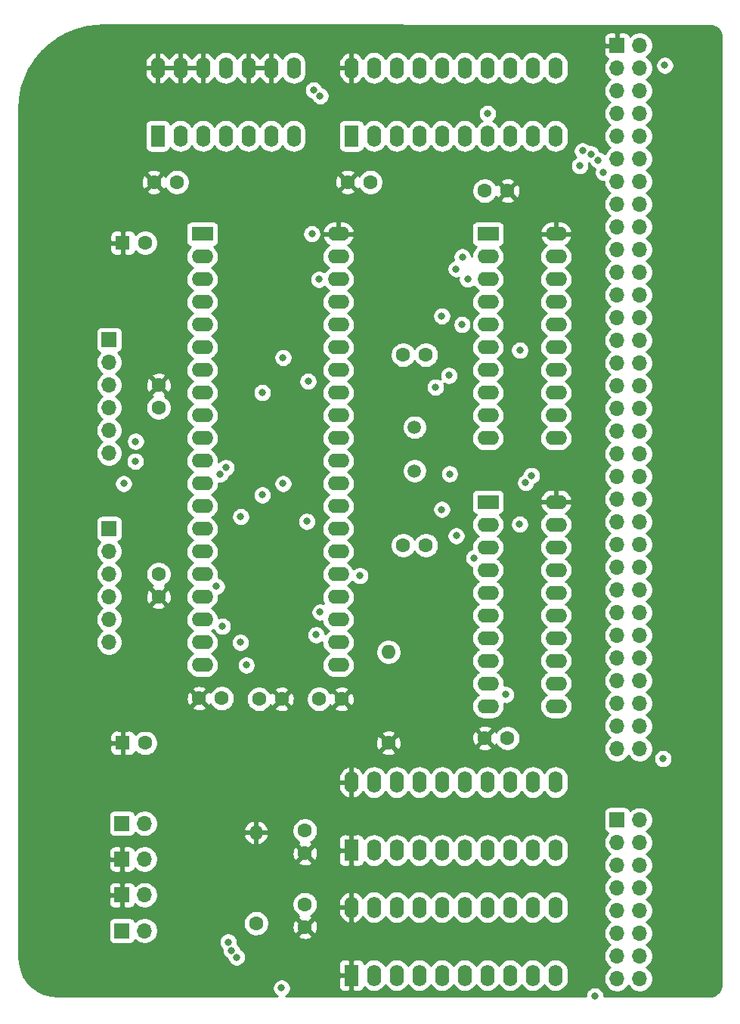
<source format=gbr>
G04 #@! TF.GenerationSoftware,KiCad,Pcbnew,(5.1.5-0-10_14)*
G04 #@! TF.CreationDate,2020-09-16T12:26:37+01:00*
G04 #@! TF.ProjectId,mc68681-basic,6d633638-3638-4312-9d62-617369632e6b,rev?*
G04 #@! TF.SameCoordinates,Original*
G04 #@! TF.FileFunction,Copper,L3,Inr*
G04 #@! TF.FilePolarity,Positive*
%FSLAX46Y46*%
G04 Gerber Fmt 4.6, Leading zero omitted, Abs format (unit mm)*
G04 Created by KiCad (PCBNEW (5.1.5-0-10_14)) date 2020-09-16 12:26:37*
%MOMM*%
%LPD*%
G04 APERTURE LIST*
%ADD10O,1.600000X1.600000*%
%ADD11C,1.600000*%
%ADD12O,1.600000X2.400000*%
%ADD13R,1.600000X2.400000*%
%ADD14C,1.600200*%
%ADD15C,1.500000*%
%ADD16O,1.700000X1.700000*%
%ADD17R,1.700000X1.700000*%
%ADD18O,2.400000X1.600000*%
%ADD19R,2.400000X1.600000*%
%ADD20R,1.600000X1.600000*%
%ADD21C,0.800000*%
%ADD22C,0.254000*%
G04 APERTURE END LIST*
D10*
X92850000Y-116815000D03*
D11*
X92850000Y-126975000D03*
D12*
X88700000Y-131380000D03*
X111560000Y-139000000D03*
X91240000Y-131380000D03*
X109020000Y-139000000D03*
X93780000Y-131380000D03*
X106480000Y-139000000D03*
X96320000Y-131380000D03*
X103940000Y-139000000D03*
X98860000Y-131380000D03*
X101400000Y-139000000D03*
X101400000Y-131380000D03*
X98860000Y-139000000D03*
X103940000Y-131380000D03*
X96320000Y-139000000D03*
X106480000Y-131380000D03*
X93780000Y-139000000D03*
X109020000Y-131380000D03*
X91240000Y-139000000D03*
X111560000Y-131380000D03*
D13*
X88700000Y-139000000D03*
D14*
X85065800Y-122075000D03*
X87605800Y-122075000D03*
X67100000Y-108080000D03*
X67100000Y-110620000D03*
X78355000Y-122075000D03*
X80895000Y-122075000D03*
X103644200Y-126450000D03*
X106184200Y-126450000D03*
X83500000Y-145044200D03*
X83500000Y-147584200D03*
X83500000Y-136815800D03*
X83500000Y-139355800D03*
X67100000Y-86920000D03*
X67100000Y-89460000D03*
X71644200Y-122000000D03*
X74184200Y-122000000D03*
X94505000Y-83550000D03*
X97045000Y-83550000D03*
X106184200Y-65175000D03*
X103644200Y-65175000D03*
X94505000Y-104850000D03*
X97045000Y-104850000D03*
X66594200Y-64200000D03*
X69134200Y-64200000D03*
X88294200Y-64200000D03*
X90834200Y-64200000D03*
D10*
X78025000Y-137015000D03*
D11*
X78025000Y-147175000D03*
D15*
X95775000Y-91644999D03*
X95775000Y-96524999D03*
D16*
X65540000Y-136000000D03*
D17*
X63000000Y-136000000D03*
D16*
X65540000Y-140000000D03*
D17*
X63000000Y-140000000D03*
D16*
X65540000Y-144000000D03*
D17*
X63000000Y-144000000D03*
D16*
X65540000Y-148000000D03*
D17*
X63000000Y-148000000D03*
D16*
X61550000Y-115700000D03*
X61550000Y-113160000D03*
X61550000Y-110620000D03*
X61550000Y-108080000D03*
X61550000Y-105540000D03*
D17*
X61550000Y-103000000D03*
D16*
X61550000Y-94540000D03*
X61550000Y-92000000D03*
X61550000Y-89460000D03*
X61550000Y-86920000D03*
X61550000Y-84380000D03*
D17*
X61550000Y-81840000D03*
D16*
X121000000Y-153380000D03*
X118460000Y-153380000D03*
X121000000Y-150840000D03*
X118460000Y-150840000D03*
X121000000Y-148300000D03*
X118460000Y-148300000D03*
X121000000Y-145760000D03*
X118460000Y-145760000D03*
X121000000Y-143220000D03*
X118460000Y-143220000D03*
X121000000Y-140680000D03*
X118460000Y-140680000D03*
X121000000Y-138140000D03*
X118460000Y-138140000D03*
X121000000Y-135600000D03*
D17*
X118460000Y-135600000D03*
D16*
X121000000Y-127640000D03*
X118460000Y-127640000D03*
X121000000Y-125100000D03*
X118460000Y-125100000D03*
X121000000Y-122560000D03*
X118460000Y-122560000D03*
X121000000Y-120020000D03*
X118460000Y-120020000D03*
X121000000Y-117480000D03*
X118460000Y-117480000D03*
X121000000Y-114940000D03*
X118460000Y-114940000D03*
X121000000Y-112400000D03*
X118460000Y-112400000D03*
X121000000Y-109860000D03*
X118460000Y-109860000D03*
X121000000Y-107320000D03*
X118460000Y-107320000D03*
X121000000Y-104780000D03*
X118460000Y-104780000D03*
X121000000Y-102240000D03*
X118460000Y-102240000D03*
X121000000Y-99700000D03*
X118460000Y-99700000D03*
X121000000Y-97160000D03*
X118460000Y-97160000D03*
X121000000Y-94620000D03*
X118460000Y-94620000D03*
X121000000Y-92080000D03*
X118460000Y-92080000D03*
X121000000Y-89540000D03*
X118460000Y-89540000D03*
X121000000Y-87000000D03*
X118460000Y-87000000D03*
X121000000Y-84460000D03*
X118460000Y-84460000D03*
X121000000Y-81920000D03*
X118460000Y-81920000D03*
X121000000Y-79380000D03*
X118460000Y-79380000D03*
X121000000Y-76840000D03*
X118460000Y-76840000D03*
X121000000Y-74300000D03*
X118460000Y-74300000D03*
X121000000Y-71760000D03*
X118460000Y-71760000D03*
X121000000Y-69220000D03*
X118460000Y-69220000D03*
X121000000Y-66680000D03*
X118460000Y-66680000D03*
X121000000Y-64140000D03*
X118460000Y-64140000D03*
X121000000Y-61600000D03*
X118460000Y-61600000D03*
X121000000Y-59060000D03*
X118460000Y-59060000D03*
X121000000Y-56520000D03*
X118460000Y-56520000D03*
X121000000Y-53980000D03*
X118460000Y-53980000D03*
X121000000Y-51440000D03*
X118460000Y-51440000D03*
X121000000Y-48900000D03*
D17*
X118460000Y-48900000D03*
D12*
X88700000Y-51430000D03*
X111560000Y-59050000D03*
X91240000Y-51430000D03*
X109020000Y-59050000D03*
X93780000Y-51430000D03*
X106480000Y-59050000D03*
X96320000Y-51430000D03*
X103940000Y-59050000D03*
X98860000Y-51430000D03*
X101400000Y-59050000D03*
X101400000Y-51430000D03*
X98860000Y-59050000D03*
X103940000Y-51430000D03*
X96320000Y-59050000D03*
X106480000Y-51430000D03*
X93780000Y-59050000D03*
X109020000Y-51430000D03*
X91240000Y-59050000D03*
X111560000Y-51430000D03*
D13*
X88700000Y-59050000D03*
D18*
X111620000Y-70000000D03*
X104000000Y-92860000D03*
X111620000Y-72540000D03*
X104000000Y-90320000D03*
X111620000Y-75080000D03*
X104000000Y-87780000D03*
X111620000Y-77620000D03*
X104000000Y-85240000D03*
X111620000Y-80160000D03*
X104000000Y-82700000D03*
X111620000Y-82700000D03*
X104000000Y-80160000D03*
X111620000Y-85240000D03*
X104000000Y-77620000D03*
X111620000Y-87780000D03*
X104000000Y-75080000D03*
X111620000Y-90320000D03*
X104000000Y-72540000D03*
X111620000Y-92860000D03*
D19*
X104000000Y-70000000D03*
D12*
X67000000Y-51430000D03*
X82240000Y-59050000D03*
X69540000Y-51430000D03*
X79700000Y-59050000D03*
X72080000Y-51430000D03*
X77160000Y-59050000D03*
X74620000Y-51430000D03*
X74620000Y-59050000D03*
X77160000Y-51430000D03*
X72080000Y-59050000D03*
X79700000Y-51430000D03*
X69540000Y-59050000D03*
X82240000Y-51430000D03*
D13*
X67000000Y-59050000D03*
D12*
X88700000Y-145380000D03*
X111560000Y-153000000D03*
X91240000Y-145380000D03*
X109020000Y-153000000D03*
X93780000Y-145380000D03*
X106480000Y-153000000D03*
X96320000Y-145380000D03*
X103940000Y-153000000D03*
X98860000Y-145380000D03*
X101400000Y-153000000D03*
X101400000Y-145380000D03*
X98860000Y-153000000D03*
X103940000Y-145380000D03*
X96320000Y-153000000D03*
X106480000Y-145380000D03*
X93780000Y-153000000D03*
X109020000Y-145380000D03*
X91240000Y-153000000D03*
X111560000Y-145380000D03*
D13*
X88700000Y-153000000D03*
D18*
X111620000Y-100000000D03*
X104000000Y-122860000D03*
X111620000Y-102540000D03*
X104000000Y-120320000D03*
X111620000Y-105080000D03*
X104000000Y-117780000D03*
X111620000Y-107620000D03*
X104000000Y-115240000D03*
X111620000Y-110160000D03*
X104000000Y-112700000D03*
X111620000Y-112700000D03*
X104000000Y-110160000D03*
X111620000Y-115240000D03*
X104000000Y-107620000D03*
X111620000Y-117780000D03*
X104000000Y-105080000D03*
X111620000Y-120320000D03*
X104000000Y-102540000D03*
X111620000Y-122860000D03*
D19*
X104000000Y-100000000D03*
D18*
X87240000Y-70000000D03*
X72000000Y-118260000D03*
X87240000Y-72540000D03*
X72000000Y-115720000D03*
X87240000Y-75080000D03*
X72000000Y-113180000D03*
X87240000Y-77620000D03*
X72000000Y-110640000D03*
X87240000Y-80160000D03*
X72000000Y-108100000D03*
X87240000Y-82700000D03*
X72000000Y-105560000D03*
X87240000Y-85240000D03*
X72000000Y-103020000D03*
X87240000Y-87780000D03*
X72000000Y-100480000D03*
X87240000Y-90320000D03*
X72000000Y-97940000D03*
X87240000Y-92860000D03*
X72000000Y-95400000D03*
X87240000Y-95400000D03*
X72000000Y-92860000D03*
X87240000Y-97940000D03*
X72000000Y-90320000D03*
X87240000Y-100480000D03*
X72000000Y-87780000D03*
X87240000Y-103020000D03*
X72000000Y-85240000D03*
X87240000Y-105560000D03*
X72000000Y-82700000D03*
X87240000Y-108100000D03*
X72000000Y-80160000D03*
X87240000Y-110640000D03*
X72000000Y-77620000D03*
X87240000Y-113180000D03*
X72000000Y-75080000D03*
X87240000Y-115720000D03*
X72000000Y-72540000D03*
X87240000Y-118260000D03*
D19*
X72000000Y-70000000D03*
D11*
X65592621Y-127000000D03*
D20*
X63092621Y-127000000D03*
D11*
X65592621Y-71000000D03*
D20*
X63092621Y-71000000D03*
D21*
X101125000Y-72575000D03*
X76300000Y-101650000D03*
X76275000Y-115725000D03*
X101725000Y-75075000D03*
X73600000Y-109459620D03*
X101099980Y-80150000D03*
X74250000Y-113925000D03*
X107572298Y-83022298D03*
X83850000Y-86500000D03*
X107550000Y-102500000D03*
X74909311Y-149279133D03*
X99625000Y-85850000D03*
X99700000Y-96875000D03*
X75234321Y-150209738D03*
X75850000Y-150975000D03*
X63199999Y-97950000D03*
X115975000Y-155325000D03*
X64500000Y-95450000D03*
X64525000Y-93225000D03*
X80875000Y-154424990D03*
X81050000Y-83850000D03*
X81050000Y-97950000D03*
X98825000Y-100850000D03*
X106000000Y-121575000D03*
X78725000Y-99225000D03*
X78725000Y-87775000D03*
X100449990Y-103800000D03*
X98125000Y-87150000D03*
X102450000Y-106300000D03*
X108222298Y-97850000D03*
X74000000Y-96900000D03*
X84750000Y-114880010D03*
X108875000Y-97050000D03*
X74650000Y-96163202D03*
X85200000Y-112340010D03*
X98825000Y-79200000D03*
X89650000Y-108270000D03*
X85193727Y-54558833D03*
X85075000Y-75100000D03*
X83700000Y-102180010D03*
X100424999Y-73925000D03*
X76925000Y-118275000D03*
X84475000Y-53900000D03*
X84275000Y-70000000D03*
X123800000Y-51125000D03*
X114583376Y-60700010D03*
X103950000Y-56525000D03*
X115536612Y-61050020D03*
X116300000Y-61725000D03*
X114275000Y-62375020D03*
X116950000Y-63125000D03*
X123600000Y-128750000D03*
D22*
G36*
X128767666Y-46657496D02*
G01*
X129060144Y-46686174D01*
X129310381Y-46761725D01*
X129541177Y-46884442D01*
X129743738Y-47049646D01*
X129910358Y-47251055D01*
X130034681Y-47480986D01*
X130111978Y-47730693D01*
X130142498Y-48021069D01*
X130140002Y-153967705D01*
X130111375Y-154259660D01*
X130035965Y-154509429D01*
X129913477Y-154739794D01*
X129748579Y-154941979D01*
X129547546Y-155108288D01*
X129318046Y-155232378D01*
X129068805Y-155309531D01*
X128778911Y-155340000D01*
X117010000Y-155340000D01*
X117010000Y-155223061D01*
X116970226Y-155023102D01*
X116892205Y-154834744D01*
X116778937Y-154665226D01*
X116634774Y-154521063D01*
X116465256Y-154407795D01*
X116276898Y-154329774D01*
X116076939Y-154290000D01*
X115873061Y-154290000D01*
X115673102Y-154329774D01*
X115484744Y-154407795D01*
X115315226Y-154521063D01*
X115171063Y-154665226D01*
X115057795Y-154834744D01*
X114979774Y-155023102D01*
X114940000Y-155223061D01*
X114940000Y-155340000D01*
X81368541Y-155340000D01*
X81534774Y-155228927D01*
X81678937Y-155084764D01*
X81792205Y-154915246D01*
X81870226Y-154726888D01*
X81910000Y-154526929D01*
X81910000Y-154323051D01*
X81885524Y-154200000D01*
X87261928Y-154200000D01*
X87274188Y-154324482D01*
X87310498Y-154444180D01*
X87369463Y-154554494D01*
X87448815Y-154651185D01*
X87545506Y-154730537D01*
X87655820Y-154789502D01*
X87775518Y-154825812D01*
X87900000Y-154838072D01*
X88414250Y-154835000D01*
X88573000Y-154676250D01*
X88573000Y-153127000D01*
X87423750Y-153127000D01*
X87265000Y-153285750D01*
X87261928Y-154200000D01*
X81885524Y-154200000D01*
X81870226Y-154123092D01*
X81792205Y-153934734D01*
X81678937Y-153765216D01*
X81534774Y-153621053D01*
X81365256Y-153507785D01*
X81176898Y-153429764D01*
X80976939Y-153389990D01*
X80773061Y-153389990D01*
X80573102Y-153429764D01*
X80384744Y-153507785D01*
X80215226Y-153621053D01*
X80071063Y-153765216D01*
X79957795Y-153934734D01*
X79879774Y-154123092D01*
X79840000Y-154323051D01*
X79840000Y-154526929D01*
X79879774Y-154726888D01*
X79957795Y-154915246D01*
X80071063Y-155084764D01*
X80215226Y-155228927D01*
X80381459Y-155340000D01*
X55829392Y-155340000D01*
X55031917Y-155268827D01*
X54288110Y-155065344D01*
X53592096Y-154733363D01*
X52965870Y-154283374D01*
X52429223Y-153729597D01*
X51999129Y-153089549D01*
X51689171Y-152383447D01*
X51507935Y-151628543D01*
X51459997Y-150975746D01*
X51459494Y-147150000D01*
X61511928Y-147150000D01*
X61511928Y-148850000D01*
X61524188Y-148974482D01*
X61560498Y-149094180D01*
X61619463Y-149204494D01*
X61698815Y-149301185D01*
X61795506Y-149380537D01*
X61905820Y-149439502D01*
X62025518Y-149475812D01*
X62150000Y-149488072D01*
X63850000Y-149488072D01*
X63974482Y-149475812D01*
X64094180Y-149439502D01*
X64204494Y-149380537D01*
X64301185Y-149301185D01*
X64380537Y-149204494D01*
X64439502Y-149094180D01*
X64461513Y-149021620D01*
X64593368Y-149153475D01*
X64836589Y-149315990D01*
X65106842Y-149427932D01*
X65393740Y-149485000D01*
X65686260Y-149485000D01*
X65973158Y-149427932D01*
X66243411Y-149315990D01*
X66451133Y-149177194D01*
X73874311Y-149177194D01*
X73874311Y-149381072D01*
X73914085Y-149581031D01*
X73992106Y-149769389D01*
X74105374Y-149938907D01*
X74211755Y-150045288D01*
X74199321Y-150107799D01*
X74199321Y-150311677D01*
X74239095Y-150511636D01*
X74317116Y-150699994D01*
X74430384Y-150869512D01*
X74574547Y-151013675D01*
X74744065Y-151126943D01*
X74832209Y-151163454D01*
X74854774Y-151276898D01*
X74932795Y-151465256D01*
X75046063Y-151634774D01*
X75190226Y-151778937D01*
X75359744Y-151892205D01*
X75548102Y-151970226D01*
X75748061Y-152010000D01*
X75951939Y-152010000D01*
X76151898Y-151970226D01*
X76340256Y-151892205D01*
X76478250Y-151800000D01*
X87261928Y-151800000D01*
X87265000Y-152714250D01*
X87423750Y-152873000D01*
X88573000Y-152873000D01*
X88573000Y-151323750D01*
X88827000Y-151323750D01*
X88827000Y-152873000D01*
X88847000Y-152873000D01*
X88847000Y-153127000D01*
X88827000Y-153127000D01*
X88827000Y-154676250D01*
X88985750Y-154835000D01*
X89500000Y-154838072D01*
X89624482Y-154825812D01*
X89744180Y-154789502D01*
X89854494Y-154730537D01*
X89951185Y-154651185D01*
X90030537Y-154554494D01*
X90089502Y-154444180D01*
X90125812Y-154324482D01*
X90127581Y-154306517D01*
X90220393Y-154419608D01*
X90438900Y-154598932D01*
X90688193Y-154732182D01*
X90958692Y-154814236D01*
X91240000Y-154841943D01*
X91521309Y-154814236D01*
X91791808Y-154732182D01*
X92041101Y-154598932D01*
X92259608Y-154419608D01*
X92438932Y-154201101D01*
X92510000Y-154068142D01*
X92581068Y-154201101D01*
X92760393Y-154419608D01*
X92978900Y-154598932D01*
X93228193Y-154732182D01*
X93498692Y-154814236D01*
X93780000Y-154841943D01*
X94061309Y-154814236D01*
X94331808Y-154732182D01*
X94581101Y-154598932D01*
X94799608Y-154419608D01*
X94978932Y-154201101D01*
X95050000Y-154068142D01*
X95121068Y-154201101D01*
X95300393Y-154419608D01*
X95518900Y-154598932D01*
X95768193Y-154732182D01*
X96038692Y-154814236D01*
X96320000Y-154841943D01*
X96601309Y-154814236D01*
X96871808Y-154732182D01*
X97121101Y-154598932D01*
X97339608Y-154419608D01*
X97518932Y-154201101D01*
X97590000Y-154068142D01*
X97661068Y-154201101D01*
X97840393Y-154419608D01*
X98058900Y-154598932D01*
X98308193Y-154732182D01*
X98578692Y-154814236D01*
X98860000Y-154841943D01*
X99141309Y-154814236D01*
X99411808Y-154732182D01*
X99661101Y-154598932D01*
X99879608Y-154419608D01*
X100058932Y-154201101D01*
X100130000Y-154068142D01*
X100201068Y-154201101D01*
X100380393Y-154419608D01*
X100598900Y-154598932D01*
X100848193Y-154732182D01*
X101118692Y-154814236D01*
X101400000Y-154841943D01*
X101681309Y-154814236D01*
X101951808Y-154732182D01*
X102201101Y-154598932D01*
X102419608Y-154419608D01*
X102598932Y-154201101D01*
X102670000Y-154068142D01*
X102741068Y-154201101D01*
X102920393Y-154419608D01*
X103138900Y-154598932D01*
X103388193Y-154732182D01*
X103658692Y-154814236D01*
X103940000Y-154841943D01*
X104221309Y-154814236D01*
X104491808Y-154732182D01*
X104741101Y-154598932D01*
X104959608Y-154419608D01*
X105138932Y-154201101D01*
X105210000Y-154068142D01*
X105281068Y-154201101D01*
X105460393Y-154419608D01*
X105678900Y-154598932D01*
X105928193Y-154732182D01*
X106198692Y-154814236D01*
X106480000Y-154841943D01*
X106761309Y-154814236D01*
X107031808Y-154732182D01*
X107281101Y-154598932D01*
X107499608Y-154419608D01*
X107678932Y-154201101D01*
X107750000Y-154068142D01*
X107821068Y-154201101D01*
X108000393Y-154419608D01*
X108218900Y-154598932D01*
X108468193Y-154732182D01*
X108738692Y-154814236D01*
X109020000Y-154841943D01*
X109301309Y-154814236D01*
X109571808Y-154732182D01*
X109821101Y-154598932D01*
X110039608Y-154419608D01*
X110218932Y-154201101D01*
X110290000Y-154068142D01*
X110361068Y-154201101D01*
X110540393Y-154419608D01*
X110758900Y-154598932D01*
X111008193Y-154732182D01*
X111278692Y-154814236D01*
X111560000Y-154841943D01*
X111841309Y-154814236D01*
X112111808Y-154732182D01*
X112361101Y-154598932D01*
X112579608Y-154419608D01*
X112758932Y-154201101D01*
X112892182Y-153951808D01*
X112974236Y-153681309D01*
X112995000Y-153470491D01*
X112995000Y-152529508D01*
X112974236Y-152318691D01*
X112892182Y-152048192D01*
X112758932Y-151798899D01*
X112579607Y-151580392D01*
X112361100Y-151401068D01*
X112111807Y-151267818D01*
X111841308Y-151185764D01*
X111560000Y-151158057D01*
X111278691Y-151185764D01*
X111008192Y-151267818D01*
X110758899Y-151401068D01*
X110540392Y-151580393D01*
X110361068Y-151798900D01*
X110290000Y-151931858D01*
X110218932Y-151798899D01*
X110039607Y-151580392D01*
X109821100Y-151401068D01*
X109571807Y-151267818D01*
X109301308Y-151185764D01*
X109020000Y-151158057D01*
X108738691Y-151185764D01*
X108468192Y-151267818D01*
X108218899Y-151401068D01*
X108000392Y-151580393D01*
X107821068Y-151798900D01*
X107750000Y-151931858D01*
X107678932Y-151798899D01*
X107499607Y-151580392D01*
X107281100Y-151401068D01*
X107031807Y-151267818D01*
X106761308Y-151185764D01*
X106480000Y-151158057D01*
X106198691Y-151185764D01*
X105928192Y-151267818D01*
X105678899Y-151401068D01*
X105460392Y-151580393D01*
X105281068Y-151798900D01*
X105210000Y-151931858D01*
X105138932Y-151798899D01*
X104959607Y-151580392D01*
X104741100Y-151401068D01*
X104491807Y-151267818D01*
X104221308Y-151185764D01*
X103940000Y-151158057D01*
X103658691Y-151185764D01*
X103388192Y-151267818D01*
X103138899Y-151401068D01*
X102920392Y-151580393D01*
X102741068Y-151798900D01*
X102670000Y-151931858D01*
X102598932Y-151798899D01*
X102419607Y-151580392D01*
X102201100Y-151401068D01*
X101951807Y-151267818D01*
X101681308Y-151185764D01*
X101400000Y-151158057D01*
X101118691Y-151185764D01*
X100848192Y-151267818D01*
X100598899Y-151401068D01*
X100380392Y-151580393D01*
X100201068Y-151798900D01*
X100130000Y-151931858D01*
X100058932Y-151798899D01*
X99879607Y-151580392D01*
X99661100Y-151401068D01*
X99411807Y-151267818D01*
X99141308Y-151185764D01*
X98860000Y-151158057D01*
X98578691Y-151185764D01*
X98308192Y-151267818D01*
X98058899Y-151401068D01*
X97840392Y-151580393D01*
X97661068Y-151798900D01*
X97590000Y-151931858D01*
X97518932Y-151798899D01*
X97339607Y-151580392D01*
X97121100Y-151401068D01*
X96871807Y-151267818D01*
X96601308Y-151185764D01*
X96320000Y-151158057D01*
X96038691Y-151185764D01*
X95768192Y-151267818D01*
X95518899Y-151401068D01*
X95300392Y-151580393D01*
X95121068Y-151798900D01*
X95050000Y-151931858D01*
X94978932Y-151798899D01*
X94799607Y-151580392D01*
X94581100Y-151401068D01*
X94331807Y-151267818D01*
X94061308Y-151185764D01*
X93780000Y-151158057D01*
X93498691Y-151185764D01*
X93228192Y-151267818D01*
X92978899Y-151401068D01*
X92760392Y-151580393D01*
X92581068Y-151798900D01*
X92510000Y-151931858D01*
X92438932Y-151798899D01*
X92259607Y-151580392D01*
X92041100Y-151401068D01*
X91791807Y-151267818D01*
X91521308Y-151185764D01*
X91240000Y-151158057D01*
X90958691Y-151185764D01*
X90688192Y-151267818D01*
X90438899Y-151401068D01*
X90220392Y-151580393D01*
X90127581Y-151693483D01*
X90125812Y-151675518D01*
X90089502Y-151555820D01*
X90030537Y-151445506D01*
X89951185Y-151348815D01*
X89854494Y-151269463D01*
X89744180Y-151210498D01*
X89624482Y-151174188D01*
X89500000Y-151161928D01*
X88985750Y-151165000D01*
X88827000Y-151323750D01*
X88573000Y-151323750D01*
X88414250Y-151165000D01*
X87900000Y-151161928D01*
X87775518Y-151174188D01*
X87655820Y-151210498D01*
X87545506Y-151269463D01*
X87448815Y-151348815D01*
X87369463Y-151445506D01*
X87310498Y-151555820D01*
X87274188Y-151675518D01*
X87261928Y-151800000D01*
X76478250Y-151800000D01*
X76509774Y-151778937D01*
X76653937Y-151634774D01*
X76767205Y-151465256D01*
X76845226Y-151276898D01*
X76885000Y-151076939D01*
X76885000Y-150873061D01*
X76845226Y-150673102D01*
X76767205Y-150484744D01*
X76653937Y-150315226D01*
X76509774Y-150171063D01*
X76340256Y-150057795D01*
X76252112Y-150021284D01*
X76229547Y-149907840D01*
X76151526Y-149719482D01*
X76038258Y-149549964D01*
X75931877Y-149443583D01*
X75944311Y-149381072D01*
X75944311Y-149177194D01*
X75904537Y-148977235D01*
X75826516Y-148788877D01*
X75713248Y-148619359D01*
X75569085Y-148475196D01*
X75399567Y-148361928D01*
X75211209Y-148283907D01*
X75011250Y-148244133D01*
X74807372Y-148244133D01*
X74607413Y-148283907D01*
X74419055Y-148361928D01*
X74249537Y-148475196D01*
X74105374Y-148619359D01*
X73992106Y-148788877D01*
X73914085Y-148977235D01*
X73874311Y-149177194D01*
X66451133Y-149177194D01*
X66486632Y-149153475D01*
X66693475Y-148946632D01*
X66855990Y-148703411D01*
X66967932Y-148433158D01*
X67025000Y-148146260D01*
X67025000Y-147853740D01*
X66967932Y-147566842D01*
X66855990Y-147296589D01*
X66693475Y-147053368D01*
X66673772Y-147033665D01*
X76590000Y-147033665D01*
X76590000Y-147316335D01*
X76645147Y-147593574D01*
X76753320Y-147854727D01*
X76910363Y-148089759D01*
X77110241Y-148289637D01*
X77345273Y-148446680D01*
X77606426Y-148554853D01*
X77883665Y-148610000D01*
X78166335Y-148610000D01*
X78332365Y-148576974D01*
X82686831Y-148576974D01*
X82758426Y-148820954D01*
X83013954Y-148941864D01*
X83288161Y-149010600D01*
X83570508Y-149024520D01*
X83850147Y-148983089D01*
X84116328Y-148887900D01*
X84241574Y-148820954D01*
X84313169Y-148576974D01*
X83500000Y-147763805D01*
X82686831Y-148576974D01*
X78332365Y-148576974D01*
X78443574Y-148554853D01*
X78704727Y-148446680D01*
X78939759Y-148289637D01*
X79139637Y-148089759D01*
X79296680Y-147854727D01*
X79379530Y-147654708D01*
X82059680Y-147654708D01*
X82101111Y-147934347D01*
X82196300Y-148200528D01*
X82263246Y-148325774D01*
X82507226Y-148397369D01*
X83320395Y-147584200D01*
X83679605Y-147584200D01*
X84492774Y-148397369D01*
X84736754Y-148325774D01*
X84857664Y-148070246D01*
X84926400Y-147796039D01*
X84940320Y-147513692D01*
X84898889Y-147234053D01*
X84803700Y-146967872D01*
X84736754Y-146842626D01*
X84492774Y-146771031D01*
X83679605Y-147584200D01*
X83320395Y-147584200D01*
X82507226Y-146771031D01*
X82263246Y-146842626D01*
X82142336Y-147098154D01*
X82073600Y-147372361D01*
X82059680Y-147654708D01*
X79379530Y-147654708D01*
X79404853Y-147593574D01*
X79460000Y-147316335D01*
X79460000Y-147033665D01*
X79404853Y-146756426D01*
X79296680Y-146495273D01*
X79139637Y-146260241D01*
X78939759Y-146060363D01*
X78704727Y-145903320D01*
X78443574Y-145795147D01*
X78166335Y-145740000D01*
X77883665Y-145740000D01*
X77606426Y-145795147D01*
X77345273Y-145903320D01*
X77110241Y-146060363D01*
X76910363Y-146260241D01*
X76753320Y-146495273D01*
X76645147Y-146756426D01*
X76590000Y-147033665D01*
X66673772Y-147033665D01*
X66486632Y-146846525D01*
X66243411Y-146684010D01*
X65973158Y-146572068D01*
X65686260Y-146515000D01*
X65393740Y-146515000D01*
X65106842Y-146572068D01*
X64836589Y-146684010D01*
X64593368Y-146846525D01*
X64461513Y-146978380D01*
X64439502Y-146905820D01*
X64380537Y-146795506D01*
X64301185Y-146698815D01*
X64204494Y-146619463D01*
X64094180Y-146560498D01*
X63974482Y-146524188D01*
X63850000Y-146511928D01*
X62150000Y-146511928D01*
X62025518Y-146524188D01*
X61905820Y-146560498D01*
X61795506Y-146619463D01*
X61698815Y-146698815D01*
X61619463Y-146795506D01*
X61560498Y-146905820D01*
X61524188Y-147025518D01*
X61511928Y-147150000D01*
X51459494Y-147150000D01*
X51459192Y-144850000D01*
X61511928Y-144850000D01*
X61524188Y-144974482D01*
X61560498Y-145094180D01*
X61619463Y-145204494D01*
X61698815Y-145301185D01*
X61795506Y-145380537D01*
X61905820Y-145439502D01*
X62025518Y-145475812D01*
X62150000Y-145488072D01*
X62714250Y-145485000D01*
X62873000Y-145326250D01*
X62873000Y-144127000D01*
X61673750Y-144127000D01*
X61515000Y-144285750D01*
X61511928Y-144850000D01*
X51459192Y-144850000D01*
X51458969Y-143150000D01*
X61511928Y-143150000D01*
X61515000Y-143714250D01*
X61673750Y-143873000D01*
X62873000Y-143873000D01*
X62873000Y-142673750D01*
X63127000Y-142673750D01*
X63127000Y-143873000D01*
X63147000Y-143873000D01*
X63147000Y-144127000D01*
X63127000Y-144127000D01*
X63127000Y-145326250D01*
X63285750Y-145485000D01*
X63850000Y-145488072D01*
X63974482Y-145475812D01*
X64094180Y-145439502D01*
X64204494Y-145380537D01*
X64301185Y-145301185D01*
X64380537Y-145204494D01*
X64439502Y-145094180D01*
X64461513Y-145021620D01*
X64593368Y-145153475D01*
X64836589Y-145315990D01*
X65106842Y-145427932D01*
X65393740Y-145485000D01*
X65686260Y-145485000D01*
X65973158Y-145427932D01*
X66243411Y-145315990D01*
X66486632Y-145153475D01*
X66693475Y-144946632D01*
X66722725Y-144902855D01*
X82064900Y-144902855D01*
X82064900Y-145185545D01*
X82120050Y-145462803D01*
X82228231Y-145723975D01*
X82385285Y-145959023D01*
X82585177Y-146158915D01*
X82818932Y-146315105D01*
X82758426Y-146347446D01*
X82686831Y-146591426D01*
X83500000Y-147404595D01*
X84313169Y-146591426D01*
X84241574Y-146347446D01*
X84177256Y-146317012D01*
X84179775Y-146315969D01*
X84414823Y-146158915D01*
X84614715Y-145959023D01*
X84771769Y-145723975D01*
X84861643Y-145507000D01*
X87265000Y-145507000D01*
X87265000Y-145907000D01*
X87317350Y-146184514D01*
X87422834Y-146446483D01*
X87577399Y-146682839D01*
X87775105Y-146884500D01*
X88008354Y-147043715D01*
X88268182Y-147154367D01*
X88350961Y-147171904D01*
X88573000Y-147049915D01*
X88573000Y-145507000D01*
X87265000Y-145507000D01*
X84861643Y-145507000D01*
X84879950Y-145462803D01*
X84935100Y-145185545D01*
X84935100Y-144902855D01*
X84925184Y-144853000D01*
X87265000Y-144853000D01*
X87265000Y-145253000D01*
X88573000Y-145253000D01*
X88573000Y-143710085D01*
X88827000Y-143710085D01*
X88827000Y-145253000D01*
X88847000Y-145253000D01*
X88847000Y-145507000D01*
X88827000Y-145507000D01*
X88827000Y-147049915D01*
X89049039Y-147171904D01*
X89131818Y-147154367D01*
X89391646Y-147043715D01*
X89624895Y-146884500D01*
X89822601Y-146682839D01*
X89972735Y-146453259D01*
X90041068Y-146581101D01*
X90220393Y-146799608D01*
X90438900Y-146978932D01*
X90688193Y-147112182D01*
X90958692Y-147194236D01*
X91240000Y-147221943D01*
X91521309Y-147194236D01*
X91791808Y-147112182D01*
X92041101Y-146978932D01*
X92259608Y-146799608D01*
X92438932Y-146581101D01*
X92510000Y-146448142D01*
X92581068Y-146581101D01*
X92760393Y-146799608D01*
X92978900Y-146978932D01*
X93228193Y-147112182D01*
X93498692Y-147194236D01*
X93780000Y-147221943D01*
X94061309Y-147194236D01*
X94331808Y-147112182D01*
X94581101Y-146978932D01*
X94799608Y-146799608D01*
X94978932Y-146581101D01*
X95050000Y-146448142D01*
X95121068Y-146581101D01*
X95300393Y-146799608D01*
X95518900Y-146978932D01*
X95768193Y-147112182D01*
X96038692Y-147194236D01*
X96320000Y-147221943D01*
X96601309Y-147194236D01*
X96871808Y-147112182D01*
X97121101Y-146978932D01*
X97339608Y-146799608D01*
X97518932Y-146581101D01*
X97590000Y-146448142D01*
X97661068Y-146581101D01*
X97840393Y-146799608D01*
X98058900Y-146978932D01*
X98308193Y-147112182D01*
X98578692Y-147194236D01*
X98860000Y-147221943D01*
X99141309Y-147194236D01*
X99411808Y-147112182D01*
X99661101Y-146978932D01*
X99879608Y-146799608D01*
X100058932Y-146581101D01*
X100130000Y-146448142D01*
X100201068Y-146581101D01*
X100380393Y-146799608D01*
X100598900Y-146978932D01*
X100848193Y-147112182D01*
X101118692Y-147194236D01*
X101400000Y-147221943D01*
X101681309Y-147194236D01*
X101951808Y-147112182D01*
X102201101Y-146978932D01*
X102419608Y-146799608D01*
X102598932Y-146581101D01*
X102670000Y-146448142D01*
X102741068Y-146581101D01*
X102920393Y-146799608D01*
X103138900Y-146978932D01*
X103388193Y-147112182D01*
X103658692Y-147194236D01*
X103940000Y-147221943D01*
X104221309Y-147194236D01*
X104491808Y-147112182D01*
X104741101Y-146978932D01*
X104959608Y-146799608D01*
X105138932Y-146581101D01*
X105210000Y-146448142D01*
X105281068Y-146581101D01*
X105460393Y-146799608D01*
X105678900Y-146978932D01*
X105928193Y-147112182D01*
X106198692Y-147194236D01*
X106480000Y-147221943D01*
X106761309Y-147194236D01*
X107031808Y-147112182D01*
X107281101Y-146978932D01*
X107499608Y-146799608D01*
X107678932Y-146581101D01*
X107750000Y-146448142D01*
X107821068Y-146581101D01*
X108000393Y-146799608D01*
X108218900Y-146978932D01*
X108468193Y-147112182D01*
X108738692Y-147194236D01*
X109020000Y-147221943D01*
X109301309Y-147194236D01*
X109571808Y-147112182D01*
X109821101Y-146978932D01*
X110039608Y-146799608D01*
X110218932Y-146581101D01*
X110290000Y-146448142D01*
X110361068Y-146581101D01*
X110540393Y-146799608D01*
X110758900Y-146978932D01*
X111008193Y-147112182D01*
X111278692Y-147194236D01*
X111560000Y-147221943D01*
X111841309Y-147194236D01*
X112111808Y-147112182D01*
X112361101Y-146978932D01*
X112579608Y-146799608D01*
X112758932Y-146581101D01*
X112892182Y-146331808D01*
X112974236Y-146061309D01*
X112995000Y-145850491D01*
X112995000Y-144909508D01*
X112974236Y-144698691D01*
X112892182Y-144428192D01*
X112758932Y-144178899D01*
X112579607Y-143960392D01*
X112361100Y-143781068D01*
X112111807Y-143647818D01*
X111841308Y-143565764D01*
X111560000Y-143538057D01*
X111278691Y-143565764D01*
X111008192Y-143647818D01*
X110758899Y-143781068D01*
X110540392Y-143960393D01*
X110361068Y-144178900D01*
X110290000Y-144311858D01*
X110218932Y-144178899D01*
X110039607Y-143960392D01*
X109821100Y-143781068D01*
X109571807Y-143647818D01*
X109301308Y-143565764D01*
X109020000Y-143538057D01*
X108738691Y-143565764D01*
X108468192Y-143647818D01*
X108218899Y-143781068D01*
X108000392Y-143960393D01*
X107821068Y-144178900D01*
X107750000Y-144311858D01*
X107678932Y-144178899D01*
X107499607Y-143960392D01*
X107281100Y-143781068D01*
X107031807Y-143647818D01*
X106761308Y-143565764D01*
X106480000Y-143538057D01*
X106198691Y-143565764D01*
X105928192Y-143647818D01*
X105678899Y-143781068D01*
X105460392Y-143960393D01*
X105281068Y-144178900D01*
X105210000Y-144311858D01*
X105138932Y-144178899D01*
X104959607Y-143960392D01*
X104741100Y-143781068D01*
X104491807Y-143647818D01*
X104221308Y-143565764D01*
X103940000Y-143538057D01*
X103658691Y-143565764D01*
X103388192Y-143647818D01*
X103138899Y-143781068D01*
X102920392Y-143960393D01*
X102741068Y-144178900D01*
X102670000Y-144311858D01*
X102598932Y-144178899D01*
X102419607Y-143960392D01*
X102201100Y-143781068D01*
X101951807Y-143647818D01*
X101681308Y-143565764D01*
X101400000Y-143538057D01*
X101118691Y-143565764D01*
X100848192Y-143647818D01*
X100598899Y-143781068D01*
X100380392Y-143960393D01*
X100201068Y-144178900D01*
X100130000Y-144311858D01*
X100058932Y-144178899D01*
X99879607Y-143960392D01*
X99661100Y-143781068D01*
X99411807Y-143647818D01*
X99141308Y-143565764D01*
X98860000Y-143538057D01*
X98578691Y-143565764D01*
X98308192Y-143647818D01*
X98058899Y-143781068D01*
X97840392Y-143960393D01*
X97661068Y-144178900D01*
X97590000Y-144311858D01*
X97518932Y-144178899D01*
X97339607Y-143960392D01*
X97121100Y-143781068D01*
X96871807Y-143647818D01*
X96601308Y-143565764D01*
X96320000Y-143538057D01*
X96038691Y-143565764D01*
X95768192Y-143647818D01*
X95518899Y-143781068D01*
X95300392Y-143960393D01*
X95121068Y-144178900D01*
X95050000Y-144311858D01*
X94978932Y-144178899D01*
X94799607Y-143960392D01*
X94581100Y-143781068D01*
X94331807Y-143647818D01*
X94061308Y-143565764D01*
X93780000Y-143538057D01*
X93498691Y-143565764D01*
X93228192Y-143647818D01*
X92978899Y-143781068D01*
X92760392Y-143960393D01*
X92581068Y-144178900D01*
X92510000Y-144311858D01*
X92438932Y-144178899D01*
X92259607Y-143960392D01*
X92041100Y-143781068D01*
X91791807Y-143647818D01*
X91521308Y-143565764D01*
X91240000Y-143538057D01*
X90958691Y-143565764D01*
X90688192Y-143647818D01*
X90438899Y-143781068D01*
X90220392Y-143960393D01*
X90041068Y-144178900D01*
X89972735Y-144306742D01*
X89822601Y-144077161D01*
X89624895Y-143875500D01*
X89391646Y-143716285D01*
X89131818Y-143605633D01*
X89049039Y-143588096D01*
X88827000Y-143710085D01*
X88573000Y-143710085D01*
X88350961Y-143588096D01*
X88268182Y-143605633D01*
X88008354Y-143716285D01*
X87775105Y-143875500D01*
X87577399Y-144077161D01*
X87422834Y-144313517D01*
X87317350Y-144575486D01*
X87265000Y-144853000D01*
X84925184Y-144853000D01*
X84879950Y-144625597D01*
X84771769Y-144364425D01*
X84614715Y-144129377D01*
X84414823Y-143929485D01*
X84179775Y-143772431D01*
X83918603Y-143664250D01*
X83641345Y-143609100D01*
X83358655Y-143609100D01*
X83081397Y-143664250D01*
X82820225Y-143772431D01*
X82585177Y-143929485D01*
X82385285Y-144129377D01*
X82228231Y-144364425D01*
X82120050Y-144625597D01*
X82064900Y-144902855D01*
X66722725Y-144902855D01*
X66855990Y-144703411D01*
X66967932Y-144433158D01*
X67025000Y-144146260D01*
X67025000Y-143853740D01*
X66967932Y-143566842D01*
X66855990Y-143296589D01*
X66693475Y-143053368D01*
X66486632Y-142846525D01*
X66243411Y-142684010D01*
X65973158Y-142572068D01*
X65686260Y-142515000D01*
X65393740Y-142515000D01*
X65106842Y-142572068D01*
X64836589Y-142684010D01*
X64593368Y-142846525D01*
X64461513Y-142978380D01*
X64439502Y-142905820D01*
X64380537Y-142795506D01*
X64301185Y-142698815D01*
X64204494Y-142619463D01*
X64094180Y-142560498D01*
X63974482Y-142524188D01*
X63850000Y-142511928D01*
X63285750Y-142515000D01*
X63127000Y-142673750D01*
X62873000Y-142673750D01*
X62714250Y-142515000D01*
X62150000Y-142511928D01*
X62025518Y-142524188D01*
X61905820Y-142560498D01*
X61795506Y-142619463D01*
X61698815Y-142698815D01*
X61619463Y-142795506D01*
X61560498Y-142905820D01*
X61524188Y-143025518D01*
X61511928Y-143150000D01*
X51458969Y-143150000D01*
X51458667Y-140850000D01*
X61511928Y-140850000D01*
X61524188Y-140974482D01*
X61560498Y-141094180D01*
X61619463Y-141204494D01*
X61698815Y-141301185D01*
X61795506Y-141380537D01*
X61905820Y-141439502D01*
X62025518Y-141475812D01*
X62150000Y-141488072D01*
X62714250Y-141485000D01*
X62873000Y-141326250D01*
X62873000Y-140127000D01*
X61673750Y-140127000D01*
X61515000Y-140285750D01*
X61511928Y-140850000D01*
X51458667Y-140850000D01*
X51458444Y-139150000D01*
X61511928Y-139150000D01*
X61515000Y-139714250D01*
X61673750Y-139873000D01*
X62873000Y-139873000D01*
X62873000Y-138673750D01*
X63127000Y-138673750D01*
X63127000Y-139873000D01*
X63147000Y-139873000D01*
X63147000Y-140127000D01*
X63127000Y-140127000D01*
X63127000Y-141326250D01*
X63285750Y-141485000D01*
X63850000Y-141488072D01*
X63974482Y-141475812D01*
X64094180Y-141439502D01*
X64204494Y-141380537D01*
X64301185Y-141301185D01*
X64380537Y-141204494D01*
X64439502Y-141094180D01*
X64461513Y-141021620D01*
X64593368Y-141153475D01*
X64836589Y-141315990D01*
X65106842Y-141427932D01*
X65393740Y-141485000D01*
X65686260Y-141485000D01*
X65973158Y-141427932D01*
X66243411Y-141315990D01*
X66486632Y-141153475D01*
X66693475Y-140946632D01*
X66855990Y-140703411D01*
X66967932Y-140433158D01*
X66984756Y-140348574D01*
X82686831Y-140348574D01*
X82758426Y-140592554D01*
X83013954Y-140713464D01*
X83288161Y-140782200D01*
X83570508Y-140796120D01*
X83850147Y-140754689D01*
X84116328Y-140659500D01*
X84241574Y-140592554D01*
X84313169Y-140348574D01*
X84164595Y-140200000D01*
X87261928Y-140200000D01*
X87274188Y-140324482D01*
X87310498Y-140444180D01*
X87369463Y-140554494D01*
X87448815Y-140651185D01*
X87545506Y-140730537D01*
X87655820Y-140789502D01*
X87775518Y-140825812D01*
X87900000Y-140838072D01*
X88414250Y-140835000D01*
X88573000Y-140676250D01*
X88573000Y-139127000D01*
X87423750Y-139127000D01*
X87265000Y-139285750D01*
X87261928Y-140200000D01*
X84164595Y-140200000D01*
X83500000Y-139535405D01*
X82686831Y-140348574D01*
X66984756Y-140348574D01*
X67025000Y-140146260D01*
X67025000Y-139853740D01*
X66967932Y-139566842D01*
X66909722Y-139426308D01*
X82059680Y-139426308D01*
X82101111Y-139705947D01*
X82196300Y-139972128D01*
X82263246Y-140097374D01*
X82507226Y-140168969D01*
X83320395Y-139355800D01*
X83679605Y-139355800D01*
X84492774Y-140168969D01*
X84736754Y-140097374D01*
X84857664Y-139841846D01*
X84926400Y-139567639D01*
X84940320Y-139285292D01*
X84898889Y-139005653D01*
X84803700Y-138739472D01*
X84736754Y-138614226D01*
X84492774Y-138542631D01*
X83679605Y-139355800D01*
X83320395Y-139355800D01*
X82507226Y-138542631D01*
X82263246Y-138614226D01*
X82142336Y-138869754D01*
X82073600Y-139143961D01*
X82059680Y-139426308D01*
X66909722Y-139426308D01*
X66855990Y-139296589D01*
X66693475Y-139053368D01*
X66486632Y-138846525D01*
X66243411Y-138684010D01*
X65973158Y-138572068D01*
X65686260Y-138515000D01*
X65393740Y-138515000D01*
X65106842Y-138572068D01*
X64836589Y-138684010D01*
X64593368Y-138846525D01*
X64461513Y-138978380D01*
X64439502Y-138905820D01*
X64380537Y-138795506D01*
X64301185Y-138698815D01*
X64204494Y-138619463D01*
X64094180Y-138560498D01*
X63974482Y-138524188D01*
X63850000Y-138511928D01*
X63285750Y-138515000D01*
X63127000Y-138673750D01*
X62873000Y-138673750D01*
X62714250Y-138515000D01*
X62150000Y-138511928D01*
X62025518Y-138524188D01*
X61905820Y-138560498D01*
X61795506Y-138619463D01*
X61698815Y-138698815D01*
X61619463Y-138795506D01*
X61560498Y-138905820D01*
X61524188Y-139025518D01*
X61511928Y-139150000D01*
X51458444Y-139150000D01*
X51457918Y-135150000D01*
X61511928Y-135150000D01*
X61511928Y-136850000D01*
X61524188Y-136974482D01*
X61560498Y-137094180D01*
X61619463Y-137204494D01*
X61698815Y-137301185D01*
X61795506Y-137380537D01*
X61905820Y-137439502D01*
X62025518Y-137475812D01*
X62150000Y-137488072D01*
X63850000Y-137488072D01*
X63974482Y-137475812D01*
X64094180Y-137439502D01*
X64204494Y-137380537D01*
X64301185Y-137301185D01*
X64380537Y-137204494D01*
X64439502Y-137094180D01*
X64461513Y-137021620D01*
X64593368Y-137153475D01*
X64836589Y-137315990D01*
X65106842Y-137427932D01*
X65393740Y-137485000D01*
X65686260Y-137485000D01*
X65973158Y-137427932D01*
X66127407Y-137364040D01*
X76633091Y-137364040D01*
X76727930Y-137628881D01*
X76872615Y-137870131D01*
X77061586Y-138078519D01*
X77287580Y-138246037D01*
X77541913Y-138366246D01*
X77675961Y-138406904D01*
X77898000Y-138284915D01*
X77898000Y-137142000D01*
X78152000Y-137142000D01*
X78152000Y-138284915D01*
X78374039Y-138406904D01*
X78508087Y-138366246D01*
X78762420Y-138246037D01*
X78988414Y-138078519D01*
X79177385Y-137870131D01*
X79322070Y-137628881D01*
X79416909Y-137364040D01*
X79295624Y-137142000D01*
X78152000Y-137142000D01*
X77898000Y-137142000D01*
X76754376Y-137142000D01*
X76633091Y-137364040D01*
X66127407Y-137364040D01*
X66243411Y-137315990D01*
X66486632Y-137153475D01*
X66693475Y-136946632D01*
X66855990Y-136703411D01*
X66871502Y-136665960D01*
X76633091Y-136665960D01*
X76754376Y-136888000D01*
X77898000Y-136888000D01*
X77898000Y-135745085D01*
X78152000Y-135745085D01*
X78152000Y-136888000D01*
X79295624Y-136888000D01*
X79412268Y-136674455D01*
X82064900Y-136674455D01*
X82064900Y-136957145D01*
X82120050Y-137234403D01*
X82228231Y-137495575D01*
X82385285Y-137730623D01*
X82585177Y-137930515D01*
X82818932Y-138086705D01*
X82758426Y-138119046D01*
X82686831Y-138363026D01*
X83500000Y-139176195D01*
X84313169Y-138363026D01*
X84241574Y-138119046D01*
X84177256Y-138088612D01*
X84179775Y-138087569D01*
X84414823Y-137930515D01*
X84545338Y-137800000D01*
X87261928Y-137800000D01*
X87265000Y-138714250D01*
X87423750Y-138873000D01*
X88573000Y-138873000D01*
X88573000Y-137323750D01*
X88827000Y-137323750D01*
X88827000Y-138873000D01*
X88847000Y-138873000D01*
X88847000Y-139127000D01*
X88827000Y-139127000D01*
X88827000Y-140676250D01*
X88985750Y-140835000D01*
X89500000Y-140838072D01*
X89624482Y-140825812D01*
X89744180Y-140789502D01*
X89854494Y-140730537D01*
X89951185Y-140651185D01*
X90030537Y-140554494D01*
X90089502Y-140444180D01*
X90125812Y-140324482D01*
X90127581Y-140306517D01*
X90220393Y-140419608D01*
X90438900Y-140598932D01*
X90688193Y-140732182D01*
X90958692Y-140814236D01*
X91240000Y-140841943D01*
X91521309Y-140814236D01*
X91791808Y-140732182D01*
X92041101Y-140598932D01*
X92259608Y-140419608D01*
X92438932Y-140201101D01*
X92510000Y-140068142D01*
X92581068Y-140201101D01*
X92760393Y-140419608D01*
X92978900Y-140598932D01*
X93228193Y-140732182D01*
X93498692Y-140814236D01*
X93780000Y-140841943D01*
X94061309Y-140814236D01*
X94331808Y-140732182D01*
X94581101Y-140598932D01*
X94799608Y-140419608D01*
X94978932Y-140201101D01*
X95050000Y-140068142D01*
X95121068Y-140201101D01*
X95300393Y-140419608D01*
X95518900Y-140598932D01*
X95768193Y-140732182D01*
X96038692Y-140814236D01*
X96320000Y-140841943D01*
X96601309Y-140814236D01*
X96871808Y-140732182D01*
X97121101Y-140598932D01*
X97339608Y-140419608D01*
X97518932Y-140201101D01*
X97590000Y-140068142D01*
X97661068Y-140201101D01*
X97840393Y-140419608D01*
X98058900Y-140598932D01*
X98308193Y-140732182D01*
X98578692Y-140814236D01*
X98860000Y-140841943D01*
X99141309Y-140814236D01*
X99411808Y-140732182D01*
X99661101Y-140598932D01*
X99879608Y-140419608D01*
X100058932Y-140201101D01*
X100130000Y-140068142D01*
X100201068Y-140201101D01*
X100380393Y-140419608D01*
X100598900Y-140598932D01*
X100848193Y-140732182D01*
X101118692Y-140814236D01*
X101400000Y-140841943D01*
X101681309Y-140814236D01*
X101951808Y-140732182D01*
X102201101Y-140598932D01*
X102419608Y-140419608D01*
X102598932Y-140201101D01*
X102670000Y-140068142D01*
X102741068Y-140201101D01*
X102920393Y-140419608D01*
X103138900Y-140598932D01*
X103388193Y-140732182D01*
X103658692Y-140814236D01*
X103940000Y-140841943D01*
X104221309Y-140814236D01*
X104491808Y-140732182D01*
X104741101Y-140598932D01*
X104959608Y-140419608D01*
X105138932Y-140201101D01*
X105210000Y-140068142D01*
X105281068Y-140201101D01*
X105460393Y-140419608D01*
X105678900Y-140598932D01*
X105928193Y-140732182D01*
X106198692Y-140814236D01*
X106480000Y-140841943D01*
X106761309Y-140814236D01*
X107031808Y-140732182D01*
X107281101Y-140598932D01*
X107499608Y-140419608D01*
X107678932Y-140201101D01*
X107750000Y-140068142D01*
X107821068Y-140201101D01*
X108000393Y-140419608D01*
X108218900Y-140598932D01*
X108468193Y-140732182D01*
X108738692Y-140814236D01*
X109020000Y-140841943D01*
X109301309Y-140814236D01*
X109571808Y-140732182D01*
X109821101Y-140598932D01*
X110039608Y-140419608D01*
X110218932Y-140201101D01*
X110290000Y-140068142D01*
X110361068Y-140201101D01*
X110540393Y-140419608D01*
X110758900Y-140598932D01*
X111008193Y-140732182D01*
X111278692Y-140814236D01*
X111560000Y-140841943D01*
X111841309Y-140814236D01*
X112111808Y-140732182D01*
X112361101Y-140598932D01*
X112579608Y-140419608D01*
X112758932Y-140201101D01*
X112892182Y-139951808D01*
X112974236Y-139681309D01*
X112995000Y-139470491D01*
X112995000Y-138529508D01*
X112974236Y-138318691D01*
X112892182Y-138048192D01*
X112758932Y-137798899D01*
X112579607Y-137580392D01*
X112361100Y-137401068D01*
X112111807Y-137267818D01*
X111841308Y-137185764D01*
X111560000Y-137158057D01*
X111278691Y-137185764D01*
X111008192Y-137267818D01*
X110758899Y-137401068D01*
X110540392Y-137580393D01*
X110361068Y-137798900D01*
X110290000Y-137931858D01*
X110218932Y-137798899D01*
X110039607Y-137580392D01*
X109821100Y-137401068D01*
X109571807Y-137267818D01*
X109301308Y-137185764D01*
X109020000Y-137158057D01*
X108738691Y-137185764D01*
X108468192Y-137267818D01*
X108218899Y-137401068D01*
X108000392Y-137580393D01*
X107821068Y-137798900D01*
X107750000Y-137931858D01*
X107678932Y-137798899D01*
X107499607Y-137580392D01*
X107281100Y-137401068D01*
X107031807Y-137267818D01*
X106761308Y-137185764D01*
X106480000Y-137158057D01*
X106198691Y-137185764D01*
X105928192Y-137267818D01*
X105678899Y-137401068D01*
X105460392Y-137580393D01*
X105281068Y-137798900D01*
X105210000Y-137931858D01*
X105138932Y-137798899D01*
X104959607Y-137580392D01*
X104741100Y-137401068D01*
X104491807Y-137267818D01*
X104221308Y-137185764D01*
X103940000Y-137158057D01*
X103658691Y-137185764D01*
X103388192Y-137267818D01*
X103138899Y-137401068D01*
X102920392Y-137580393D01*
X102741068Y-137798900D01*
X102670000Y-137931858D01*
X102598932Y-137798899D01*
X102419607Y-137580392D01*
X102201100Y-137401068D01*
X101951807Y-137267818D01*
X101681308Y-137185764D01*
X101400000Y-137158057D01*
X101118691Y-137185764D01*
X100848192Y-137267818D01*
X100598899Y-137401068D01*
X100380392Y-137580393D01*
X100201068Y-137798900D01*
X100130000Y-137931858D01*
X100058932Y-137798899D01*
X99879607Y-137580392D01*
X99661100Y-137401068D01*
X99411807Y-137267818D01*
X99141308Y-137185764D01*
X98860000Y-137158057D01*
X98578691Y-137185764D01*
X98308192Y-137267818D01*
X98058899Y-137401068D01*
X97840392Y-137580393D01*
X97661068Y-137798900D01*
X97590000Y-137931858D01*
X97518932Y-137798899D01*
X97339607Y-137580392D01*
X97121100Y-137401068D01*
X96871807Y-137267818D01*
X96601308Y-137185764D01*
X96320000Y-137158057D01*
X96038691Y-137185764D01*
X95768192Y-137267818D01*
X95518899Y-137401068D01*
X95300392Y-137580393D01*
X95121068Y-137798900D01*
X95050000Y-137931858D01*
X94978932Y-137798899D01*
X94799607Y-137580392D01*
X94581100Y-137401068D01*
X94331807Y-137267818D01*
X94061308Y-137185764D01*
X93780000Y-137158057D01*
X93498691Y-137185764D01*
X93228192Y-137267818D01*
X92978899Y-137401068D01*
X92760392Y-137580393D01*
X92581068Y-137798900D01*
X92510000Y-137931858D01*
X92438932Y-137798899D01*
X92259607Y-137580392D01*
X92041100Y-137401068D01*
X91791807Y-137267818D01*
X91521308Y-137185764D01*
X91240000Y-137158057D01*
X90958691Y-137185764D01*
X90688192Y-137267818D01*
X90438899Y-137401068D01*
X90220392Y-137580393D01*
X90127581Y-137693483D01*
X90125812Y-137675518D01*
X90089502Y-137555820D01*
X90030537Y-137445506D01*
X89951185Y-137348815D01*
X89854494Y-137269463D01*
X89744180Y-137210498D01*
X89624482Y-137174188D01*
X89500000Y-137161928D01*
X88985750Y-137165000D01*
X88827000Y-137323750D01*
X88573000Y-137323750D01*
X88414250Y-137165000D01*
X87900000Y-137161928D01*
X87775518Y-137174188D01*
X87655820Y-137210498D01*
X87545506Y-137269463D01*
X87448815Y-137348815D01*
X87369463Y-137445506D01*
X87310498Y-137555820D01*
X87274188Y-137675518D01*
X87261928Y-137800000D01*
X84545338Y-137800000D01*
X84614715Y-137730623D01*
X84771769Y-137495575D01*
X84879950Y-137234403D01*
X84935100Y-136957145D01*
X84935100Y-136674455D01*
X84879950Y-136397197D01*
X84771769Y-136136025D01*
X84614715Y-135900977D01*
X84414823Y-135701085D01*
X84179775Y-135544031D01*
X83918603Y-135435850D01*
X83641345Y-135380700D01*
X83358655Y-135380700D01*
X83081397Y-135435850D01*
X82820225Y-135544031D01*
X82585177Y-135701085D01*
X82385285Y-135900977D01*
X82228231Y-136136025D01*
X82120050Y-136397197D01*
X82064900Y-136674455D01*
X79412268Y-136674455D01*
X79416909Y-136665960D01*
X79322070Y-136401119D01*
X79177385Y-136159869D01*
X78988414Y-135951481D01*
X78762420Y-135783963D01*
X78508087Y-135663754D01*
X78374039Y-135623096D01*
X78152000Y-135745085D01*
X77898000Y-135745085D01*
X77675961Y-135623096D01*
X77541913Y-135663754D01*
X77287580Y-135783963D01*
X77061586Y-135951481D01*
X76872615Y-136159869D01*
X76727930Y-136401119D01*
X76633091Y-136665960D01*
X66871502Y-136665960D01*
X66967932Y-136433158D01*
X67025000Y-136146260D01*
X67025000Y-135853740D01*
X66967932Y-135566842D01*
X66855990Y-135296589D01*
X66693475Y-135053368D01*
X66486632Y-134846525D01*
X66342173Y-134750000D01*
X116971928Y-134750000D01*
X116971928Y-136450000D01*
X116984188Y-136574482D01*
X117020498Y-136694180D01*
X117079463Y-136804494D01*
X117158815Y-136901185D01*
X117255506Y-136980537D01*
X117365820Y-137039502D01*
X117438380Y-137061513D01*
X117306525Y-137193368D01*
X117144010Y-137436589D01*
X117032068Y-137706842D01*
X116975000Y-137993740D01*
X116975000Y-138286260D01*
X117032068Y-138573158D01*
X117144010Y-138843411D01*
X117306525Y-139086632D01*
X117513368Y-139293475D01*
X117687760Y-139410000D01*
X117513368Y-139526525D01*
X117306525Y-139733368D01*
X117144010Y-139976589D01*
X117032068Y-140246842D01*
X116975000Y-140533740D01*
X116975000Y-140826260D01*
X117032068Y-141113158D01*
X117144010Y-141383411D01*
X117306525Y-141626632D01*
X117513368Y-141833475D01*
X117687760Y-141950000D01*
X117513368Y-142066525D01*
X117306525Y-142273368D01*
X117144010Y-142516589D01*
X117032068Y-142786842D01*
X116975000Y-143073740D01*
X116975000Y-143366260D01*
X117032068Y-143653158D01*
X117144010Y-143923411D01*
X117306525Y-144166632D01*
X117513368Y-144373475D01*
X117687760Y-144490000D01*
X117513368Y-144606525D01*
X117306525Y-144813368D01*
X117144010Y-145056589D01*
X117032068Y-145326842D01*
X116975000Y-145613740D01*
X116975000Y-145906260D01*
X117032068Y-146193158D01*
X117144010Y-146463411D01*
X117306525Y-146706632D01*
X117513368Y-146913475D01*
X117687760Y-147030000D01*
X117513368Y-147146525D01*
X117306525Y-147353368D01*
X117144010Y-147596589D01*
X117032068Y-147866842D01*
X116975000Y-148153740D01*
X116975000Y-148446260D01*
X117032068Y-148733158D01*
X117144010Y-149003411D01*
X117306525Y-149246632D01*
X117513368Y-149453475D01*
X117687760Y-149570000D01*
X117513368Y-149686525D01*
X117306525Y-149893368D01*
X117144010Y-150136589D01*
X117032068Y-150406842D01*
X116975000Y-150693740D01*
X116975000Y-150986260D01*
X117032068Y-151273158D01*
X117144010Y-151543411D01*
X117306525Y-151786632D01*
X117513368Y-151993475D01*
X117687760Y-152110000D01*
X117513368Y-152226525D01*
X117306525Y-152433368D01*
X117144010Y-152676589D01*
X117032068Y-152946842D01*
X116975000Y-153233740D01*
X116975000Y-153526260D01*
X117032068Y-153813158D01*
X117144010Y-154083411D01*
X117306525Y-154326632D01*
X117513368Y-154533475D01*
X117756589Y-154695990D01*
X118026842Y-154807932D01*
X118313740Y-154865000D01*
X118606260Y-154865000D01*
X118893158Y-154807932D01*
X119163411Y-154695990D01*
X119406632Y-154533475D01*
X119613475Y-154326632D01*
X119730000Y-154152240D01*
X119846525Y-154326632D01*
X120053368Y-154533475D01*
X120296589Y-154695990D01*
X120566842Y-154807932D01*
X120853740Y-154865000D01*
X121146260Y-154865000D01*
X121433158Y-154807932D01*
X121703411Y-154695990D01*
X121946632Y-154533475D01*
X122153475Y-154326632D01*
X122315990Y-154083411D01*
X122427932Y-153813158D01*
X122485000Y-153526260D01*
X122485000Y-153233740D01*
X122427932Y-152946842D01*
X122315990Y-152676589D01*
X122153475Y-152433368D01*
X121946632Y-152226525D01*
X121772240Y-152110000D01*
X121946632Y-151993475D01*
X122153475Y-151786632D01*
X122315990Y-151543411D01*
X122427932Y-151273158D01*
X122485000Y-150986260D01*
X122485000Y-150693740D01*
X122427932Y-150406842D01*
X122315990Y-150136589D01*
X122153475Y-149893368D01*
X121946632Y-149686525D01*
X121772240Y-149570000D01*
X121946632Y-149453475D01*
X122153475Y-149246632D01*
X122315990Y-149003411D01*
X122427932Y-148733158D01*
X122485000Y-148446260D01*
X122485000Y-148153740D01*
X122427932Y-147866842D01*
X122315990Y-147596589D01*
X122153475Y-147353368D01*
X121946632Y-147146525D01*
X121772240Y-147030000D01*
X121946632Y-146913475D01*
X122153475Y-146706632D01*
X122315990Y-146463411D01*
X122427932Y-146193158D01*
X122485000Y-145906260D01*
X122485000Y-145613740D01*
X122427932Y-145326842D01*
X122315990Y-145056589D01*
X122153475Y-144813368D01*
X121946632Y-144606525D01*
X121772240Y-144490000D01*
X121946632Y-144373475D01*
X122153475Y-144166632D01*
X122315990Y-143923411D01*
X122427932Y-143653158D01*
X122485000Y-143366260D01*
X122485000Y-143073740D01*
X122427932Y-142786842D01*
X122315990Y-142516589D01*
X122153475Y-142273368D01*
X121946632Y-142066525D01*
X121772240Y-141950000D01*
X121946632Y-141833475D01*
X122153475Y-141626632D01*
X122315990Y-141383411D01*
X122427932Y-141113158D01*
X122485000Y-140826260D01*
X122485000Y-140533740D01*
X122427932Y-140246842D01*
X122315990Y-139976589D01*
X122153475Y-139733368D01*
X121946632Y-139526525D01*
X121772240Y-139410000D01*
X121946632Y-139293475D01*
X122153475Y-139086632D01*
X122315990Y-138843411D01*
X122427932Y-138573158D01*
X122485000Y-138286260D01*
X122485000Y-137993740D01*
X122427932Y-137706842D01*
X122315990Y-137436589D01*
X122153475Y-137193368D01*
X121946632Y-136986525D01*
X121772240Y-136870000D01*
X121946632Y-136753475D01*
X122153475Y-136546632D01*
X122315990Y-136303411D01*
X122427932Y-136033158D01*
X122485000Y-135746260D01*
X122485000Y-135453740D01*
X122427932Y-135166842D01*
X122315990Y-134896589D01*
X122153475Y-134653368D01*
X121946632Y-134446525D01*
X121703411Y-134284010D01*
X121433158Y-134172068D01*
X121146260Y-134115000D01*
X120853740Y-134115000D01*
X120566842Y-134172068D01*
X120296589Y-134284010D01*
X120053368Y-134446525D01*
X119921513Y-134578380D01*
X119899502Y-134505820D01*
X119840537Y-134395506D01*
X119761185Y-134298815D01*
X119664494Y-134219463D01*
X119554180Y-134160498D01*
X119434482Y-134124188D01*
X119310000Y-134111928D01*
X117610000Y-134111928D01*
X117485518Y-134124188D01*
X117365820Y-134160498D01*
X117255506Y-134219463D01*
X117158815Y-134298815D01*
X117079463Y-134395506D01*
X117020498Y-134505820D01*
X116984188Y-134625518D01*
X116971928Y-134750000D01*
X66342173Y-134750000D01*
X66243411Y-134684010D01*
X65973158Y-134572068D01*
X65686260Y-134515000D01*
X65393740Y-134515000D01*
X65106842Y-134572068D01*
X64836589Y-134684010D01*
X64593368Y-134846525D01*
X64461513Y-134978380D01*
X64439502Y-134905820D01*
X64380537Y-134795506D01*
X64301185Y-134698815D01*
X64204494Y-134619463D01*
X64094180Y-134560498D01*
X63974482Y-134524188D01*
X63850000Y-134511928D01*
X62150000Y-134511928D01*
X62025518Y-134524188D01*
X61905820Y-134560498D01*
X61795506Y-134619463D01*
X61698815Y-134698815D01*
X61619463Y-134795506D01*
X61560498Y-134905820D01*
X61524188Y-135025518D01*
X61511928Y-135150000D01*
X51457918Y-135150000D01*
X51457440Y-131507000D01*
X87265000Y-131507000D01*
X87265000Y-131907000D01*
X87317350Y-132184514D01*
X87422834Y-132446483D01*
X87577399Y-132682839D01*
X87775105Y-132884500D01*
X88008354Y-133043715D01*
X88268182Y-133154367D01*
X88350961Y-133171904D01*
X88573000Y-133049915D01*
X88573000Y-131507000D01*
X87265000Y-131507000D01*
X51457440Y-131507000D01*
X51457354Y-130853000D01*
X87265000Y-130853000D01*
X87265000Y-131253000D01*
X88573000Y-131253000D01*
X88573000Y-129710085D01*
X88827000Y-129710085D01*
X88827000Y-131253000D01*
X88847000Y-131253000D01*
X88847000Y-131507000D01*
X88827000Y-131507000D01*
X88827000Y-133049915D01*
X89049039Y-133171904D01*
X89131818Y-133154367D01*
X89391646Y-133043715D01*
X89624895Y-132884500D01*
X89822601Y-132682839D01*
X89972735Y-132453259D01*
X90041068Y-132581101D01*
X90220393Y-132799608D01*
X90438900Y-132978932D01*
X90688193Y-133112182D01*
X90958692Y-133194236D01*
X91240000Y-133221943D01*
X91521309Y-133194236D01*
X91791808Y-133112182D01*
X92041101Y-132978932D01*
X92259608Y-132799608D01*
X92438932Y-132581101D01*
X92510000Y-132448142D01*
X92581068Y-132581101D01*
X92760393Y-132799608D01*
X92978900Y-132978932D01*
X93228193Y-133112182D01*
X93498692Y-133194236D01*
X93780000Y-133221943D01*
X94061309Y-133194236D01*
X94331808Y-133112182D01*
X94581101Y-132978932D01*
X94799608Y-132799608D01*
X94978932Y-132581101D01*
X95050000Y-132448142D01*
X95121068Y-132581101D01*
X95300393Y-132799608D01*
X95518900Y-132978932D01*
X95768193Y-133112182D01*
X96038692Y-133194236D01*
X96320000Y-133221943D01*
X96601309Y-133194236D01*
X96871808Y-133112182D01*
X97121101Y-132978932D01*
X97339608Y-132799608D01*
X97518932Y-132581101D01*
X97590000Y-132448142D01*
X97661068Y-132581101D01*
X97840393Y-132799608D01*
X98058900Y-132978932D01*
X98308193Y-133112182D01*
X98578692Y-133194236D01*
X98860000Y-133221943D01*
X99141309Y-133194236D01*
X99411808Y-133112182D01*
X99661101Y-132978932D01*
X99879608Y-132799608D01*
X100058932Y-132581101D01*
X100130000Y-132448142D01*
X100201068Y-132581101D01*
X100380393Y-132799608D01*
X100598900Y-132978932D01*
X100848193Y-133112182D01*
X101118692Y-133194236D01*
X101400000Y-133221943D01*
X101681309Y-133194236D01*
X101951808Y-133112182D01*
X102201101Y-132978932D01*
X102419608Y-132799608D01*
X102598932Y-132581101D01*
X102670000Y-132448142D01*
X102741068Y-132581101D01*
X102920393Y-132799608D01*
X103138900Y-132978932D01*
X103388193Y-133112182D01*
X103658692Y-133194236D01*
X103940000Y-133221943D01*
X104221309Y-133194236D01*
X104491808Y-133112182D01*
X104741101Y-132978932D01*
X104959608Y-132799608D01*
X105138932Y-132581101D01*
X105210000Y-132448142D01*
X105281068Y-132581101D01*
X105460393Y-132799608D01*
X105678900Y-132978932D01*
X105928193Y-133112182D01*
X106198692Y-133194236D01*
X106480000Y-133221943D01*
X106761309Y-133194236D01*
X107031808Y-133112182D01*
X107281101Y-132978932D01*
X107499608Y-132799608D01*
X107678932Y-132581101D01*
X107750000Y-132448142D01*
X107821068Y-132581101D01*
X108000393Y-132799608D01*
X108218900Y-132978932D01*
X108468193Y-133112182D01*
X108738692Y-133194236D01*
X109020000Y-133221943D01*
X109301309Y-133194236D01*
X109571808Y-133112182D01*
X109821101Y-132978932D01*
X110039608Y-132799608D01*
X110218932Y-132581101D01*
X110290000Y-132448142D01*
X110361068Y-132581101D01*
X110540393Y-132799608D01*
X110758900Y-132978932D01*
X111008193Y-133112182D01*
X111278692Y-133194236D01*
X111560000Y-133221943D01*
X111841309Y-133194236D01*
X112111808Y-133112182D01*
X112361101Y-132978932D01*
X112579608Y-132799608D01*
X112758932Y-132581101D01*
X112892182Y-132331808D01*
X112974236Y-132061309D01*
X112995000Y-131850491D01*
X112995000Y-130909508D01*
X112974236Y-130698691D01*
X112892182Y-130428192D01*
X112758932Y-130178899D01*
X112579607Y-129960392D01*
X112361100Y-129781068D01*
X112111807Y-129647818D01*
X111841308Y-129565764D01*
X111560000Y-129538057D01*
X111278691Y-129565764D01*
X111008192Y-129647818D01*
X110758899Y-129781068D01*
X110540392Y-129960393D01*
X110361068Y-130178900D01*
X110290000Y-130311858D01*
X110218932Y-130178899D01*
X110039607Y-129960392D01*
X109821100Y-129781068D01*
X109571807Y-129647818D01*
X109301308Y-129565764D01*
X109020000Y-129538057D01*
X108738691Y-129565764D01*
X108468192Y-129647818D01*
X108218899Y-129781068D01*
X108000392Y-129960393D01*
X107821068Y-130178900D01*
X107750000Y-130311858D01*
X107678932Y-130178899D01*
X107499607Y-129960392D01*
X107281100Y-129781068D01*
X107031807Y-129647818D01*
X106761308Y-129565764D01*
X106480000Y-129538057D01*
X106198691Y-129565764D01*
X105928192Y-129647818D01*
X105678899Y-129781068D01*
X105460392Y-129960393D01*
X105281068Y-130178900D01*
X105210000Y-130311858D01*
X105138932Y-130178899D01*
X104959607Y-129960392D01*
X104741100Y-129781068D01*
X104491807Y-129647818D01*
X104221308Y-129565764D01*
X103940000Y-129538057D01*
X103658691Y-129565764D01*
X103388192Y-129647818D01*
X103138899Y-129781068D01*
X102920392Y-129960393D01*
X102741068Y-130178900D01*
X102670000Y-130311858D01*
X102598932Y-130178899D01*
X102419607Y-129960392D01*
X102201100Y-129781068D01*
X101951807Y-129647818D01*
X101681308Y-129565764D01*
X101400000Y-129538057D01*
X101118691Y-129565764D01*
X100848192Y-129647818D01*
X100598899Y-129781068D01*
X100380392Y-129960393D01*
X100201068Y-130178900D01*
X100130000Y-130311858D01*
X100058932Y-130178899D01*
X99879607Y-129960392D01*
X99661100Y-129781068D01*
X99411807Y-129647818D01*
X99141308Y-129565764D01*
X98860000Y-129538057D01*
X98578691Y-129565764D01*
X98308192Y-129647818D01*
X98058899Y-129781068D01*
X97840392Y-129960393D01*
X97661068Y-130178900D01*
X97590000Y-130311858D01*
X97518932Y-130178899D01*
X97339607Y-129960392D01*
X97121100Y-129781068D01*
X96871807Y-129647818D01*
X96601308Y-129565764D01*
X96320000Y-129538057D01*
X96038691Y-129565764D01*
X95768192Y-129647818D01*
X95518899Y-129781068D01*
X95300392Y-129960393D01*
X95121068Y-130178900D01*
X95050000Y-130311858D01*
X94978932Y-130178899D01*
X94799607Y-129960392D01*
X94581100Y-129781068D01*
X94331807Y-129647818D01*
X94061308Y-129565764D01*
X93780000Y-129538057D01*
X93498691Y-129565764D01*
X93228192Y-129647818D01*
X92978899Y-129781068D01*
X92760392Y-129960393D01*
X92581068Y-130178900D01*
X92510000Y-130311858D01*
X92438932Y-130178899D01*
X92259607Y-129960392D01*
X92041100Y-129781068D01*
X91791807Y-129647818D01*
X91521308Y-129565764D01*
X91240000Y-129538057D01*
X90958691Y-129565764D01*
X90688192Y-129647818D01*
X90438899Y-129781068D01*
X90220392Y-129960393D01*
X90041068Y-130178900D01*
X89972735Y-130306742D01*
X89822601Y-130077161D01*
X89624895Y-129875500D01*
X89391646Y-129716285D01*
X89131818Y-129605633D01*
X89049039Y-129588096D01*
X88827000Y-129710085D01*
X88573000Y-129710085D01*
X88350961Y-129588096D01*
X88268182Y-129605633D01*
X88008354Y-129716285D01*
X87775105Y-129875500D01*
X87577399Y-130077161D01*
X87422834Y-130313517D01*
X87317350Y-130575486D01*
X87265000Y-130853000D01*
X51457354Y-130853000D01*
X51456952Y-127800000D01*
X61654549Y-127800000D01*
X61666809Y-127924482D01*
X61703119Y-128044180D01*
X61762084Y-128154494D01*
X61841436Y-128251185D01*
X61938127Y-128330537D01*
X62048441Y-128389502D01*
X62168139Y-128425812D01*
X62292621Y-128438072D01*
X62806871Y-128435000D01*
X62965621Y-128276250D01*
X62965621Y-127127000D01*
X61816371Y-127127000D01*
X61657621Y-127285750D01*
X61654549Y-127800000D01*
X51456952Y-127800000D01*
X51456742Y-126200000D01*
X61654549Y-126200000D01*
X61657621Y-126714250D01*
X61816371Y-126873000D01*
X62965621Y-126873000D01*
X62965621Y-125723750D01*
X63219621Y-125723750D01*
X63219621Y-126873000D01*
X63239621Y-126873000D01*
X63239621Y-127127000D01*
X63219621Y-127127000D01*
X63219621Y-128276250D01*
X63378371Y-128435000D01*
X63892621Y-128438072D01*
X64017103Y-128425812D01*
X64136801Y-128389502D01*
X64247115Y-128330537D01*
X64343806Y-128251185D01*
X64423158Y-128154494D01*
X64482123Y-128044180D01*
X64511282Y-127948057D01*
X64677862Y-128114637D01*
X64912894Y-128271680D01*
X65174047Y-128379853D01*
X65451286Y-128435000D01*
X65733956Y-128435000D01*
X66011195Y-128379853D01*
X66272348Y-128271680D01*
X66507380Y-128114637D01*
X66654315Y-127967702D01*
X92036903Y-127967702D01*
X92108486Y-128211671D01*
X92363996Y-128332571D01*
X92638184Y-128401300D01*
X92920512Y-128415217D01*
X93200130Y-128373787D01*
X93466292Y-128278603D01*
X93591514Y-128211671D01*
X93663097Y-127967702D01*
X92850000Y-127154605D01*
X92036903Y-127967702D01*
X66654315Y-127967702D01*
X66707258Y-127914759D01*
X66864301Y-127679727D01*
X66972474Y-127418574D01*
X67027621Y-127141335D01*
X67027621Y-127045512D01*
X91409783Y-127045512D01*
X91451213Y-127325130D01*
X91546397Y-127591292D01*
X91613329Y-127716514D01*
X91857298Y-127788097D01*
X92670395Y-126975000D01*
X93029605Y-126975000D01*
X93842702Y-127788097D01*
X94086671Y-127716514D01*
X94207571Y-127461004D01*
X94212140Y-127442774D01*
X102831031Y-127442774D01*
X102902626Y-127686754D01*
X103158154Y-127807664D01*
X103432361Y-127876400D01*
X103714708Y-127890320D01*
X103994347Y-127848889D01*
X104260528Y-127753700D01*
X104385774Y-127686754D01*
X104457369Y-127442774D01*
X103644200Y-126629605D01*
X102831031Y-127442774D01*
X94212140Y-127442774D01*
X94276300Y-127186816D01*
X94290217Y-126904488D01*
X94248787Y-126624870D01*
X94211466Y-126520508D01*
X102203880Y-126520508D01*
X102245311Y-126800147D01*
X102340500Y-127066328D01*
X102407446Y-127191574D01*
X102651426Y-127263169D01*
X103464595Y-126450000D01*
X103823805Y-126450000D01*
X104636974Y-127263169D01*
X104880954Y-127191574D01*
X104911388Y-127127256D01*
X104912431Y-127129775D01*
X105069485Y-127364823D01*
X105269377Y-127564715D01*
X105504425Y-127721769D01*
X105765597Y-127829950D01*
X106042855Y-127885100D01*
X106325545Y-127885100D01*
X106602803Y-127829950D01*
X106863975Y-127721769D01*
X107099023Y-127564715D01*
X107298915Y-127364823D01*
X107455969Y-127129775D01*
X107564150Y-126868603D01*
X107619300Y-126591345D01*
X107619300Y-126308655D01*
X107564150Y-126031397D01*
X107455969Y-125770225D01*
X107298915Y-125535177D01*
X107099023Y-125335285D01*
X106863975Y-125178231D01*
X106602803Y-125070050D01*
X106325545Y-125014900D01*
X106042855Y-125014900D01*
X105765597Y-125070050D01*
X105504425Y-125178231D01*
X105269377Y-125335285D01*
X105069485Y-125535177D01*
X104913295Y-125768932D01*
X104880954Y-125708426D01*
X104636974Y-125636831D01*
X103823805Y-126450000D01*
X103464595Y-126450000D01*
X102651426Y-125636831D01*
X102407446Y-125708426D01*
X102286536Y-125963954D01*
X102217800Y-126238161D01*
X102203880Y-126520508D01*
X94211466Y-126520508D01*
X94153603Y-126358708D01*
X94086671Y-126233486D01*
X93842702Y-126161903D01*
X93029605Y-126975000D01*
X92670395Y-126975000D01*
X91857298Y-126161903D01*
X91613329Y-126233486D01*
X91492429Y-126488996D01*
X91423700Y-126763184D01*
X91409783Y-127045512D01*
X67027621Y-127045512D01*
X67027621Y-126858665D01*
X66972474Y-126581426D01*
X66864301Y-126320273D01*
X66707258Y-126085241D01*
X66604315Y-125982298D01*
X92036903Y-125982298D01*
X92850000Y-126795395D01*
X93663097Y-125982298D01*
X93591514Y-125738329D01*
X93336004Y-125617429D01*
X93061816Y-125548700D01*
X92779488Y-125534783D01*
X92499870Y-125576213D01*
X92233708Y-125671397D01*
X92108486Y-125738329D01*
X92036903Y-125982298D01*
X66604315Y-125982298D01*
X66507380Y-125885363D01*
X66272348Y-125728320D01*
X66011195Y-125620147D01*
X65733956Y-125565000D01*
X65451286Y-125565000D01*
X65174047Y-125620147D01*
X64912894Y-125728320D01*
X64677862Y-125885363D01*
X64511282Y-126051943D01*
X64482123Y-125955820D01*
X64423158Y-125845506D01*
X64343806Y-125748815D01*
X64247115Y-125669463D01*
X64136801Y-125610498D01*
X64017103Y-125574188D01*
X63892621Y-125561928D01*
X63378371Y-125565000D01*
X63219621Y-125723750D01*
X62965621Y-125723750D01*
X62806871Y-125565000D01*
X62292621Y-125561928D01*
X62168139Y-125574188D01*
X62048441Y-125610498D01*
X61938127Y-125669463D01*
X61841436Y-125748815D01*
X61762084Y-125845506D01*
X61703119Y-125955820D01*
X61666809Y-126075518D01*
X61654549Y-126200000D01*
X51456742Y-126200000D01*
X51456645Y-125457226D01*
X102831031Y-125457226D01*
X103644200Y-126270395D01*
X104457369Y-125457226D01*
X104385774Y-125213246D01*
X104130246Y-125092336D01*
X103856039Y-125023600D01*
X103573692Y-125009680D01*
X103294053Y-125051111D01*
X103027872Y-125146300D01*
X102902626Y-125213246D01*
X102831031Y-125457226D01*
X51456645Y-125457226D01*
X51456321Y-122992774D01*
X70831031Y-122992774D01*
X70902626Y-123236754D01*
X71158154Y-123357664D01*
X71432361Y-123426400D01*
X71714708Y-123440320D01*
X71994347Y-123398889D01*
X72260528Y-123303700D01*
X72385774Y-123236754D01*
X72457369Y-122992774D01*
X71644200Y-122179605D01*
X70831031Y-122992774D01*
X51456321Y-122992774D01*
X51456199Y-122070508D01*
X70203880Y-122070508D01*
X70245311Y-122350147D01*
X70340500Y-122616328D01*
X70407446Y-122741574D01*
X70651426Y-122813169D01*
X71464595Y-122000000D01*
X71823805Y-122000000D01*
X72636974Y-122813169D01*
X72880954Y-122741574D01*
X72911388Y-122677256D01*
X72912431Y-122679775D01*
X73069485Y-122914823D01*
X73269377Y-123114715D01*
X73504425Y-123271769D01*
X73765597Y-123379950D01*
X74042855Y-123435100D01*
X74325545Y-123435100D01*
X74602803Y-123379950D01*
X74863975Y-123271769D01*
X75099023Y-123114715D01*
X75298915Y-122914823D01*
X75455969Y-122679775D01*
X75564150Y-122418603D01*
X75619300Y-122141345D01*
X75619300Y-121933655D01*
X76919900Y-121933655D01*
X76919900Y-122216345D01*
X76975050Y-122493603D01*
X77083231Y-122754775D01*
X77240285Y-122989823D01*
X77440177Y-123189715D01*
X77675225Y-123346769D01*
X77936397Y-123454950D01*
X78213655Y-123510100D01*
X78496345Y-123510100D01*
X78773603Y-123454950D01*
X79034775Y-123346769D01*
X79269823Y-123189715D01*
X79391764Y-123067774D01*
X80081831Y-123067774D01*
X80153426Y-123311754D01*
X80408954Y-123432664D01*
X80683161Y-123501400D01*
X80965508Y-123515320D01*
X81245147Y-123473889D01*
X81511328Y-123378700D01*
X81636574Y-123311754D01*
X81708169Y-123067774D01*
X80895000Y-122254605D01*
X80081831Y-123067774D01*
X79391764Y-123067774D01*
X79469715Y-122989823D01*
X79625905Y-122756068D01*
X79658246Y-122816574D01*
X79902226Y-122888169D01*
X80715395Y-122075000D01*
X81074605Y-122075000D01*
X81887774Y-122888169D01*
X82131754Y-122816574D01*
X82252664Y-122561046D01*
X82321400Y-122286839D01*
X82335320Y-122004492D01*
X82324825Y-121933655D01*
X83630700Y-121933655D01*
X83630700Y-122216345D01*
X83685850Y-122493603D01*
X83794031Y-122754775D01*
X83951085Y-122989823D01*
X84150977Y-123189715D01*
X84386025Y-123346769D01*
X84647197Y-123454950D01*
X84924455Y-123510100D01*
X85207145Y-123510100D01*
X85484403Y-123454950D01*
X85745575Y-123346769D01*
X85980623Y-123189715D01*
X86102564Y-123067774D01*
X86792631Y-123067774D01*
X86864226Y-123311754D01*
X87119754Y-123432664D01*
X87393961Y-123501400D01*
X87676308Y-123515320D01*
X87955947Y-123473889D01*
X88222128Y-123378700D01*
X88347374Y-123311754D01*
X88418969Y-123067774D01*
X87605800Y-122254605D01*
X86792631Y-123067774D01*
X86102564Y-123067774D01*
X86180515Y-122989823D01*
X86336705Y-122756068D01*
X86369046Y-122816574D01*
X86613026Y-122888169D01*
X87426195Y-122075000D01*
X87785405Y-122075000D01*
X88598574Y-122888169D01*
X88842554Y-122816574D01*
X88963464Y-122561046D01*
X89032200Y-122286839D01*
X89046120Y-122004492D01*
X89004689Y-121724853D01*
X88909500Y-121458672D01*
X88842554Y-121333426D01*
X88598574Y-121261831D01*
X87785405Y-122075000D01*
X87426195Y-122075000D01*
X86613026Y-121261831D01*
X86369046Y-121333426D01*
X86338612Y-121397744D01*
X86337569Y-121395225D01*
X86180515Y-121160177D01*
X86102564Y-121082226D01*
X86792631Y-121082226D01*
X87605800Y-121895395D01*
X88418969Y-121082226D01*
X88347374Y-120838246D01*
X88091846Y-120717336D01*
X87817639Y-120648600D01*
X87535292Y-120634680D01*
X87255653Y-120676111D01*
X86989472Y-120771300D01*
X86864226Y-120838246D01*
X86792631Y-121082226D01*
X86102564Y-121082226D01*
X85980623Y-120960285D01*
X85745575Y-120803231D01*
X85484403Y-120695050D01*
X85207145Y-120639900D01*
X84924455Y-120639900D01*
X84647197Y-120695050D01*
X84386025Y-120803231D01*
X84150977Y-120960285D01*
X83951085Y-121160177D01*
X83794031Y-121395225D01*
X83685850Y-121656397D01*
X83630700Y-121933655D01*
X82324825Y-121933655D01*
X82293889Y-121724853D01*
X82198700Y-121458672D01*
X82131754Y-121333426D01*
X81887774Y-121261831D01*
X81074605Y-122075000D01*
X80715395Y-122075000D01*
X79902226Y-121261831D01*
X79658246Y-121333426D01*
X79627812Y-121397744D01*
X79626769Y-121395225D01*
X79469715Y-121160177D01*
X79391764Y-121082226D01*
X80081831Y-121082226D01*
X80895000Y-121895395D01*
X81708169Y-121082226D01*
X81636574Y-120838246D01*
X81381046Y-120717336D01*
X81106839Y-120648600D01*
X80824492Y-120634680D01*
X80544853Y-120676111D01*
X80278672Y-120771300D01*
X80153426Y-120838246D01*
X80081831Y-121082226D01*
X79391764Y-121082226D01*
X79269823Y-120960285D01*
X79034775Y-120803231D01*
X78773603Y-120695050D01*
X78496345Y-120639900D01*
X78213655Y-120639900D01*
X77936397Y-120695050D01*
X77675225Y-120803231D01*
X77440177Y-120960285D01*
X77240285Y-121160177D01*
X77083231Y-121395225D01*
X76975050Y-121656397D01*
X76919900Y-121933655D01*
X75619300Y-121933655D01*
X75619300Y-121858655D01*
X75564150Y-121581397D01*
X75455969Y-121320225D01*
X75298915Y-121085177D01*
X75099023Y-120885285D01*
X74863975Y-120728231D01*
X74602803Y-120620050D01*
X74325545Y-120564900D01*
X74042855Y-120564900D01*
X73765597Y-120620050D01*
X73504425Y-120728231D01*
X73269377Y-120885285D01*
X73069485Y-121085177D01*
X72913295Y-121318932D01*
X72880954Y-121258426D01*
X72636974Y-121186831D01*
X71823805Y-122000000D01*
X71464595Y-122000000D01*
X70651426Y-121186831D01*
X70407446Y-121258426D01*
X70286536Y-121513954D01*
X70217800Y-121788161D01*
X70203880Y-122070508D01*
X51456199Y-122070508D01*
X51456060Y-121007226D01*
X70831031Y-121007226D01*
X71644200Y-121820395D01*
X72457369Y-121007226D01*
X72385774Y-120763246D01*
X72130246Y-120642336D01*
X71856039Y-120573600D01*
X71573692Y-120559680D01*
X71294053Y-120601111D01*
X71027872Y-120696300D01*
X70902626Y-120763246D01*
X70831031Y-121007226D01*
X51456060Y-121007226D01*
X51453577Y-102150000D01*
X60061928Y-102150000D01*
X60061928Y-103850000D01*
X60074188Y-103974482D01*
X60110498Y-104094180D01*
X60169463Y-104204494D01*
X60248815Y-104301185D01*
X60345506Y-104380537D01*
X60455820Y-104439502D01*
X60528380Y-104461513D01*
X60396525Y-104593368D01*
X60234010Y-104836589D01*
X60122068Y-105106842D01*
X60065000Y-105393740D01*
X60065000Y-105686260D01*
X60122068Y-105973158D01*
X60234010Y-106243411D01*
X60396525Y-106486632D01*
X60603368Y-106693475D01*
X60777760Y-106810000D01*
X60603368Y-106926525D01*
X60396525Y-107133368D01*
X60234010Y-107376589D01*
X60122068Y-107646842D01*
X60065000Y-107933740D01*
X60065000Y-108226260D01*
X60122068Y-108513158D01*
X60234010Y-108783411D01*
X60396525Y-109026632D01*
X60603368Y-109233475D01*
X60777760Y-109350000D01*
X60603368Y-109466525D01*
X60396525Y-109673368D01*
X60234010Y-109916589D01*
X60122068Y-110186842D01*
X60065000Y-110473740D01*
X60065000Y-110766260D01*
X60122068Y-111053158D01*
X60234010Y-111323411D01*
X60396525Y-111566632D01*
X60603368Y-111773475D01*
X60777760Y-111890000D01*
X60603368Y-112006525D01*
X60396525Y-112213368D01*
X60234010Y-112456589D01*
X60122068Y-112726842D01*
X60065000Y-113013740D01*
X60065000Y-113306260D01*
X60122068Y-113593158D01*
X60234010Y-113863411D01*
X60396525Y-114106632D01*
X60603368Y-114313475D01*
X60777760Y-114430000D01*
X60603368Y-114546525D01*
X60396525Y-114753368D01*
X60234010Y-114996589D01*
X60122068Y-115266842D01*
X60065000Y-115553740D01*
X60065000Y-115846260D01*
X60122068Y-116133158D01*
X60234010Y-116403411D01*
X60396525Y-116646632D01*
X60603368Y-116853475D01*
X60846589Y-117015990D01*
X61116842Y-117127932D01*
X61403740Y-117185000D01*
X61696260Y-117185000D01*
X61983158Y-117127932D01*
X62253411Y-117015990D01*
X62496632Y-116853475D01*
X62703475Y-116646632D01*
X62865990Y-116403411D01*
X62977932Y-116133158D01*
X63035000Y-115846260D01*
X63035000Y-115553740D01*
X62977932Y-115266842D01*
X62865990Y-114996589D01*
X62703475Y-114753368D01*
X62496632Y-114546525D01*
X62322240Y-114430000D01*
X62496632Y-114313475D01*
X62703475Y-114106632D01*
X62865990Y-113863411D01*
X62977932Y-113593158D01*
X63035000Y-113306260D01*
X63035000Y-113013740D01*
X62977932Y-112726842D01*
X62865990Y-112456589D01*
X62703475Y-112213368D01*
X62496632Y-112006525D01*
X62322240Y-111890000D01*
X62496632Y-111773475D01*
X62657333Y-111612774D01*
X66286831Y-111612774D01*
X66358426Y-111856754D01*
X66613954Y-111977664D01*
X66888161Y-112046400D01*
X67170508Y-112060320D01*
X67450147Y-112018889D01*
X67716328Y-111923700D01*
X67841574Y-111856754D01*
X67913169Y-111612774D01*
X67100000Y-110799605D01*
X66286831Y-111612774D01*
X62657333Y-111612774D01*
X62703475Y-111566632D01*
X62865990Y-111323411D01*
X62977932Y-111053158D01*
X63035000Y-110766260D01*
X63035000Y-110690508D01*
X65659680Y-110690508D01*
X65701111Y-110970147D01*
X65796300Y-111236328D01*
X65863246Y-111361574D01*
X66107226Y-111433169D01*
X66920395Y-110620000D01*
X67279605Y-110620000D01*
X68092774Y-111433169D01*
X68336754Y-111361574D01*
X68457664Y-111106046D01*
X68526400Y-110831839D01*
X68540320Y-110549492D01*
X68498889Y-110269853D01*
X68403700Y-110003672D01*
X68336754Y-109878426D01*
X68092774Y-109806831D01*
X67279605Y-110620000D01*
X66920395Y-110620000D01*
X66107226Y-109806831D01*
X65863246Y-109878426D01*
X65742336Y-110133954D01*
X65673600Y-110408161D01*
X65659680Y-110690508D01*
X63035000Y-110690508D01*
X63035000Y-110473740D01*
X62977932Y-110186842D01*
X62865990Y-109916589D01*
X62703475Y-109673368D01*
X62496632Y-109466525D01*
X62322240Y-109350000D01*
X62496632Y-109233475D01*
X62703475Y-109026632D01*
X62865990Y-108783411D01*
X62977932Y-108513158D01*
X63035000Y-108226260D01*
X63035000Y-107938655D01*
X65664900Y-107938655D01*
X65664900Y-108221345D01*
X65720050Y-108498603D01*
X65828231Y-108759775D01*
X65985285Y-108994823D01*
X66185177Y-109194715D01*
X66418932Y-109350905D01*
X66358426Y-109383246D01*
X66286831Y-109627226D01*
X67100000Y-110440395D01*
X67913169Y-109627226D01*
X67841574Y-109383246D01*
X67777256Y-109352812D01*
X67779775Y-109351769D01*
X68014823Y-109194715D01*
X68214715Y-108994823D01*
X68371769Y-108759775D01*
X68479950Y-108498603D01*
X68535100Y-108221345D01*
X68535100Y-107938655D01*
X68479950Y-107661397D01*
X68371769Y-107400225D01*
X68214715Y-107165177D01*
X68014823Y-106965285D01*
X67779775Y-106808231D01*
X67518603Y-106700050D01*
X67241345Y-106644900D01*
X66958655Y-106644900D01*
X66681397Y-106700050D01*
X66420225Y-106808231D01*
X66185177Y-106965285D01*
X65985285Y-107165177D01*
X65828231Y-107400225D01*
X65720050Y-107661397D01*
X65664900Y-107938655D01*
X63035000Y-107938655D01*
X63035000Y-107933740D01*
X62977932Y-107646842D01*
X62865990Y-107376589D01*
X62703475Y-107133368D01*
X62496632Y-106926525D01*
X62322240Y-106810000D01*
X62496632Y-106693475D01*
X62703475Y-106486632D01*
X62865990Y-106243411D01*
X62977932Y-105973158D01*
X63035000Y-105686260D01*
X63035000Y-105393740D01*
X62977932Y-105106842D01*
X62865990Y-104836589D01*
X62703475Y-104593368D01*
X62571620Y-104461513D01*
X62644180Y-104439502D01*
X62754494Y-104380537D01*
X62851185Y-104301185D01*
X62930537Y-104204494D01*
X62989502Y-104094180D01*
X63025812Y-103974482D01*
X63038072Y-103850000D01*
X63038072Y-102150000D01*
X63025812Y-102025518D01*
X62989502Y-101905820D01*
X62930537Y-101795506D01*
X62851185Y-101698815D01*
X62754494Y-101619463D01*
X62644180Y-101560498D01*
X62524482Y-101524188D01*
X62400000Y-101511928D01*
X60700000Y-101511928D01*
X60575518Y-101524188D01*
X60455820Y-101560498D01*
X60345506Y-101619463D01*
X60248815Y-101698815D01*
X60169463Y-101795506D01*
X60110498Y-101905820D01*
X60074188Y-102025518D01*
X60061928Y-102150000D01*
X51453577Y-102150000D01*
X51453012Y-97848061D01*
X62164999Y-97848061D01*
X62164999Y-98051939D01*
X62204773Y-98251898D01*
X62282794Y-98440256D01*
X62396062Y-98609774D01*
X62540225Y-98753937D01*
X62709743Y-98867205D01*
X62898101Y-98945226D01*
X63098060Y-98985000D01*
X63301938Y-98985000D01*
X63501897Y-98945226D01*
X63690255Y-98867205D01*
X63859773Y-98753937D01*
X64003936Y-98609774D01*
X64117204Y-98440256D01*
X64195225Y-98251898D01*
X64234999Y-98051939D01*
X64234999Y-97848061D01*
X64195225Y-97648102D01*
X64117204Y-97459744D01*
X64003936Y-97290226D01*
X63859773Y-97146063D01*
X63690255Y-97032795D01*
X63501897Y-96954774D01*
X63301938Y-96915000D01*
X63098060Y-96915000D01*
X62898101Y-96954774D01*
X62709743Y-97032795D01*
X62540225Y-97146063D01*
X62396062Y-97290226D01*
X62282794Y-97459744D01*
X62204773Y-97648102D01*
X62164999Y-97848061D01*
X51453012Y-97848061D01*
X51450795Y-80990000D01*
X60061928Y-80990000D01*
X60061928Y-82690000D01*
X60074188Y-82814482D01*
X60110498Y-82934180D01*
X60169463Y-83044494D01*
X60248815Y-83141185D01*
X60345506Y-83220537D01*
X60455820Y-83279502D01*
X60528380Y-83301513D01*
X60396525Y-83433368D01*
X60234010Y-83676589D01*
X60122068Y-83946842D01*
X60065000Y-84233740D01*
X60065000Y-84526260D01*
X60122068Y-84813158D01*
X60234010Y-85083411D01*
X60396525Y-85326632D01*
X60603368Y-85533475D01*
X60777760Y-85650000D01*
X60603368Y-85766525D01*
X60396525Y-85973368D01*
X60234010Y-86216589D01*
X60122068Y-86486842D01*
X60065000Y-86773740D01*
X60065000Y-87066260D01*
X60122068Y-87353158D01*
X60234010Y-87623411D01*
X60396525Y-87866632D01*
X60603368Y-88073475D01*
X60777760Y-88190000D01*
X60603368Y-88306525D01*
X60396525Y-88513368D01*
X60234010Y-88756589D01*
X60122068Y-89026842D01*
X60065000Y-89313740D01*
X60065000Y-89606260D01*
X60122068Y-89893158D01*
X60234010Y-90163411D01*
X60396525Y-90406632D01*
X60603368Y-90613475D01*
X60777760Y-90730000D01*
X60603368Y-90846525D01*
X60396525Y-91053368D01*
X60234010Y-91296589D01*
X60122068Y-91566842D01*
X60065000Y-91853740D01*
X60065000Y-92146260D01*
X60122068Y-92433158D01*
X60234010Y-92703411D01*
X60396525Y-92946632D01*
X60603368Y-93153475D01*
X60777760Y-93270000D01*
X60603368Y-93386525D01*
X60396525Y-93593368D01*
X60234010Y-93836589D01*
X60122068Y-94106842D01*
X60065000Y-94393740D01*
X60065000Y-94686260D01*
X60122068Y-94973158D01*
X60234010Y-95243411D01*
X60396525Y-95486632D01*
X60603368Y-95693475D01*
X60846589Y-95855990D01*
X61116842Y-95967932D01*
X61403740Y-96025000D01*
X61696260Y-96025000D01*
X61983158Y-95967932D01*
X62253411Y-95855990D01*
X62496632Y-95693475D01*
X62703475Y-95486632D01*
X62796065Y-95348061D01*
X63465000Y-95348061D01*
X63465000Y-95551939D01*
X63504774Y-95751898D01*
X63582795Y-95940256D01*
X63696063Y-96109774D01*
X63840226Y-96253937D01*
X64009744Y-96367205D01*
X64198102Y-96445226D01*
X64398061Y-96485000D01*
X64601939Y-96485000D01*
X64801898Y-96445226D01*
X64990256Y-96367205D01*
X65159774Y-96253937D01*
X65303937Y-96109774D01*
X65417205Y-95940256D01*
X65495226Y-95751898D01*
X65535000Y-95551939D01*
X65535000Y-95348061D01*
X65495226Y-95148102D01*
X65417205Y-94959744D01*
X65303937Y-94790226D01*
X65159774Y-94646063D01*
X64990256Y-94532795D01*
X64801898Y-94454774D01*
X64601939Y-94415000D01*
X64398061Y-94415000D01*
X64198102Y-94454774D01*
X64009744Y-94532795D01*
X63840226Y-94646063D01*
X63696063Y-94790226D01*
X63582795Y-94959744D01*
X63504774Y-95148102D01*
X63465000Y-95348061D01*
X62796065Y-95348061D01*
X62865990Y-95243411D01*
X62977932Y-94973158D01*
X63035000Y-94686260D01*
X63035000Y-94393740D01*
X62977932Y-94106842D01*
X62865990Y-93836589D01*
X62703475Y-93593368D01*
X62496632Y-93386525D01*
X62322240Y-93270000D01*
X62496632Y-93153475D01*
X62527046Y-93123061D01*
X63490000Y-93123061D01*
X63490000Y-93326939D01*
X63529774Y-93526898D01*
X63607795Y-93715256D01*
X63721063Y-93884774D01*
X63865226Y-94028937D01*
X64034744Y-94142205D01*
X64223102Y-94220226D01*
X64423061Y-94260000D01*
X64626939Y-94260000D01*
X64826898Y-94220226D01*
X65015256Y-94142205D01*
X65184774Y-94028937D01*
X65328937Y-93884774D01*
X65442205Y-93715256D01*
X65520226Y-93526898D01*
X65560000Y-93326939D01*
X65560000Y-93123061D01*
X65520226Y-92923102D01*
X65442205Y-92734744D01*
X65328937Y-92565226D01*
X65184774Y-92421063D01*
X65015256Y-92307795D01*
X64826898Y-92229774D01*
X64626939Y-92190000D01*
X64423061Y-92190000D01*
X64223102Y-92229774D01*
X64034744Y-92307795D01*
X63865226Y-92421063D01*
X63721063Y-92565226D01*
X63607795Y-92734744D01*
X63529774Y-92923102D01*
X63490000Y-93123061D01*
X62527046Y-93123061D01*
X62703475Y-92946632D01*
X62865990Y-92703411D01*
X62977932Y-92433158D01*
X63035000Y-92146260D01*
X63035000Y-91853740D01*
X62977932Y-91566842D01*
X62865990Y-91296589D01*
X62703475Y-91053368D01*
X62496632Y-90846525D01*
X62322240Y-90730000D01*
X62496632Y-90613475D01*
X62703475Y-90406632D01*
X62865990Y-90163411D01*
X62977932Y-89893158D01*
X63035000Y-89606260D01*
X63035000Y-89318655D01*
X65664900Y-89318655D01*
X65664900Y-89601345D01*
X65720050Y-89878603D01*
X65828231Y-90139775D01*
X65985285Y-90374823D01*
X66185177Y-90574715D01*
X66420225Y-90731769D01*
X66681397Y-90839950D01*
X66958655Y-90895100D01*
X67241345Y-90895100D01*
X67518603Y-90839950D01*
X67779775Y-90731769D01*
X68014823Y-90574715D01*
X68214715Y-90374823D01*
X68371769Y-90139775D01*
X68479950Y-89878603D01*
X68535100Y-89601345D01*
X68535100Y-89318655D01*
X68479950Y-89041397D01*
X68371769Y-88780225D01*
X68214715Y-88545177D01*
X68014823Y-88345285D01*
X67781068Y-88189095D01*
X67841574Y-88156754D01*
X67913169Y-87912774D01*
X67100000Y-87099605D01*
X66286831Y-87912774D01*
X66358426Y-88156754D01*
X66422744Y-88187188D01*
X66420225Y-88188231D01*
X66185177Y-88345285D01*
X65985285Y-88545177D01*
X65828231Y-88780225D01*
X65720050Y-89041397D01*
X65664900Y-89318655D01*
X63035000Y-89318655D01*
X63035000Y-89313740D01*
X62977932Y-89026842D01*
X62865990Y-88756589D01*
X62703475Y-88513368D01*
X62496632Y-88306525D01*
X62322240Y-88190000D01*
X62496632Y-88073475D01*
X62703475Y-87866632D01*
X62865990Y-87623411D01*
X62977932Y-87353158D01*
X63035000Y-87066260D01*
X63035000Y-86990508D01*
X65659680Y-86990508D01*
X65701111Y-87270147D01*
X65796300Y-87536328D01*
X65863246Y-87661574D01*
X66107226Y-87733169D01*
X66920395Y-86920000D01*
X67279605Y-86920000D01*
X68092774Y-87733169D01*
X68336754Y-87661574D01*
X68457664Y-87406046D01*
X68526400Y-87131839D01*
X68540320Y-86849492D01*
X68498889Y-86569853D01*
X68403700Y-86303672D01*
X68336754Y-86178426D01*
X68092774Y-86106831D01*
X67279605Y-86920000D01*
X66920395Y-86920000D01*
X66107226Y-86106831D01*
X65863246Y-86178426D01*
X65742336Y-86433954D01*
X65673600Y-86708161D01*
X65659680Y-86990508D01*
X63035000Y-86990508D01*
X63035000Y-86773740D01*
X62977932Y-86486842D01*
X62865990Y-86216589D01*
X62703475Y-85973368D01*
X62657333Y-85927226D01*
X66286831Y-85927226D01*
X67100000Y-86740395D01*
X67913169Y-85927226D01*
X67841574Y-85683246D01*
X67586046Y-85562336D01*
X67311839Y-85493600D01*
X67029492Y-85479680D01*
X66749853Y-85521111D01*
X66483672Y-85616300D01*
X66358426Y-85683246D01*
X66286831Y-85927226D01*
X62657333Y-85927226D01*
X62496632Y-85766525D01*
X62322240Y-85650000D01*
X62496632Y-85533475D01*
X62703475Y-85326632D01*
X62865990Y-85083411D01*
X62977932Y-84813158D01*
X63035000Y-84526260D01*
X63035000Y-84233740D01*
X62977932Y-83946842D01*
X62865990Y-83676589D01*
X62703475Y-83433368D01*
X62571620Y-83301513D01*
X62644180Y-83279502D01*
X62754494Y-83220537D01*
X62851185Y-83141185D01*
X62930537Y-83044494D01*
X62989502Y-82934180D01*
X63025812Y-82814482D01*
X63038072Y-82690000D01*
X63038072Y-80990000D01*
X63025812Y-80865518D01*
X62989502Y-80745820D01*
X62930537Y-80635506D01*
X62851185Y-80538815D01*
X62754494Y-80459463D01*
X62644180Y-80400498D01*
X62524482Y-80364188D01*
X62400000Y-80351928D01*
X60700000Y-80351928D01*
X60575518Y-80364188D01*
X60455820Y-80400498D01*
X60345506Y-80459463D01*
X60248815Y-80538815D01*
X60169463Y-80635506D01*
X60110498Y-80745820D01*
X60074188Y-80865518D01*
X60061928Y-80990000D01*
X51450795Y-80990000D01*
X51449684Y-72540000D01*
X70158057Y-72540000D01*
X70185764Y-72821309D01*
X70267818Y-73091808D01*
X70401068Y-73341101D01*
X70580392Y-73559608D01*
X70798899Y-73738932D01*
X70931858Y-73810000D01*
X70798899Y-73881068D01*
X70580392Y-74060392D01*
X70401068Y-74278899D01*
X70267818Y-74528192D01*
X70185764Y-74798691D01*
X70158057Y-75080000D01*
X70185764Y-75361309D01*
X70267818Y-75631808D01*
X70401068Y-75881101D01*
X70580392Y-76099608D01*
X70798899Y-76278932D01*
X70931858Y-76350000D01*
X70798899Y-76421068D01*
X70580392Y-76600392D01*
X70401068Y-76818899D01*
X70267818Y-77068192D01*
X70185764Y-77338691D01*
X70158057Y-77620000D01*
X70185764Y-77901309D01*
X70267818Y-78171808D01*
X70401068Y-78421101D01*
X70580392Y-78639608D01*
X70798899Y-78818932D01*
X70931858Y-78890000D01*
X70798899Y-78961068D01*
X70580392Y-79140392D01*
X70401068Y-79358899D01*
X70267818Y-79608192D01*
X70185764Y-79878691D01*
X70158057Y-80160000D01*
X70185764Y-80441309D01*
X70267818Y-80711808D01*
X70401068Y-80961101D01*
X70580392Y-81179608D01*
X70798899Y-81358932D01*
X70931858Y-81430000D01*
X70798899Y-81501068D01*
X70580392Y-81680392D01*
X70401068Y-81898899D01*
X70267818Y-82148192D01*
X70185764Y-82418691D01*
X70158057Y-82700000D01*
X70185764Y-82981309D01*
X70267818Y-83251808D01*
X70401068Y-83501101D01*
X70580392Y-83719608D01*
X70798899Y-83898932D01*
X70931858Y-83970000D01*
X70798899Y-84041068D01*
X70580392Y-84220392D01*
X70401068Y-84438899D01*
X70267818Y-84688192D01*
X70185764Y-84958691D01*
X70158057Y-85240000D01*
X70185764Y-85521309D01*
X70267818Y-85791808D01*
X70401068Y-86041101D01*
X70580392Y-86259608D01*
X70798899Y-86438932D01*
X70931858Y-86510000D01*
X70798899Y-86581068D01*
X70580392Y-86760392D01*
X70401068Y-86978899D01*
X70267818Y-87228192D01*
X70185764Y-87498691D01*
X70158057Y-87780000D01*
X70185764Y-88061309D01*
X70267818Y-88331808D01*
X70401068Y-88581101D01*
X70580392Y-88799608D01*
X70798899Y-88978932D01*
X70931858Y-89050000D01*
X70798899Y-89121068D01*
X70580392Y-89300392D01*
X70401068Y-89518899D01*
X70267818Y-89768192D01*
X70185764Y-90038691D01*
X70158057Y-90320000D01*
X70185764Y-90601309D01*
X70267818Y-90871808D01*
X70401068Y-91121101D01*
X70580392Y-91339608D01*
X70798899Y-91518932D01*
X70931858Y-91590000D01*
X70798899Y-91661068D01*
X70580392Y-91840392D01*
X70401068Y-92058899D01*
X70267818Y-92308192D01*
X70185764Y-92578691D01*
X70158057Y-92860000D01*
X70185764Y-93141309D01*
X70267818Y-93411808D01*
X70401068Y-93661101D01*
X70580392Y-93879608D01*
X70798899Y-94058932D01*
X70931858Y-94130000D01*
X70798899Y-94201068D01*
X70580392Y-94380392D01*
X70401068Y-94598899D01*
X70267818Y-94848192D01*
X70185764Y-95118691D01*
X70158057Y-95400000D01*
X70185764Y-95681309D01*
X70267818Y-95951808D01*
X70401068Y-96201101D01*
X70580392Y-96419608D01*
X70798899Y-96598932D01*
X70931858Y-96670000D01*
X70798899Y-96741068D01*
X70580392Y-96920392D01*
X70401068Y-97138899D01*
X70267818Y-97388192D01*
X70185764Y-97658691D01*
X70158057Y-97940000D01*
X70185764Y-98221309D01*
X70267818Y-98491808D01*
X70401068Y-98741101D01*
X70580392Y-98959608D01*
X70798899Y-99138932D01*
X70931858Y-99210000D01*
X70798899Y-99281068D01*
X70580392Y-99460392D01*
X70401068Y-99678899D01*
X70267818Y-99928192D01*
X70185764Y-100198691D01*
X70158057Y-100480000D01*
X70185764Y-100761309D01*
X70267818Y-101031808D01*
X70401068Y-101281101D01*
X70580392Y-101499608D01*
X70798899Y-101678932D01*
X70931858Y-101750000D01*
X70798899Y-101821068D01*
X70580392Y-102000392D01*
X70401068Y-102218899D01*
X70267818Y-102468192D01*
X70185764Y-102738691D01*
X70158057Y-103020000D01*
X70185764Y-103301309D01*
X70267818Y-103571808D01*
X70401068Y-103821101D01*
X70580392Y-104039608D01*
X70798899Y-104218932D01*
X70931858Y-104290000D01*
X70798899Y-104361068D01*
X70580392Y-104540392D01*
X70401068Y-104758899D01*
X70267818Y-105008192D01*
X70185764Y-105278691D01*
X70158057Y-105560000D01*
X70185764Y-105841309D01*
X70267818Y-106111808D01*
X70401068Y-106361101D01*
X70580392Y-106579608D01*
X70798899Y-106758932D01*
X70931858Y-106830000D01*
X70798899Y-106901068D01*
X70580392Y-107080392D01*
X70401068Y-107298899D01*
X70267818Y-107548192D01*
X70185764Y-107818691D01*
X70158057Y-108100000D01*
X70185764Y-108381309D01*
X70267818Y-108651808D01*
X70401068Y-108901101D01*
X70580392Y-109119608D01*
X70798899Y-109298932D01*
X70931858Y-109370000D01*
X70798899Y-109441068D01*
X70580392Y-109620392D01*
X70401068Y-109838899D01*
X70267818Y-110088192D01*
X70185764Y-110358691D01*
X70158057Y-110640000D01*
X70185764Y-110921309D01*
X70267818Y-111191808D01*
X70401068Y-111441101D01*
X70580392Y-111659608D01*
X70798899Y-111838932D01*
X70931858Y-111910000D01*
X70798899Y-111981068D01*
X70580392Y-112160392D01*
X70401068Y-112378899D01*
X70267818Y-112628192D01*
X70185764Y-112898691D01*
X70158057Y-113180000D01*
X70185764Y-113461309D01*
X70267818Y-113731808D01*
X70401068Y-113981101D01*
X70580392Y-114199608D01*
X70798899Y-114378932D01*
X70931858Y-114450000D01*
X70798899Y-114521068D01*
X70580392Y-114700392D01*
X70401068Y-114918899D01*
X70267818Y-115168192D01*
X70185764Y-115438691D01*
X70158057Y-115720000D01*
X70185764Y-116001309D01*
X70267818Y-116271808D01*
X70401068Y-116521101D01*
X70580392Y-116739608D01*
X70798899Y-116918932D01*
X70931858Y-116990000D01*
X70798899Y-117061068D01*
X70580392Y-117240392D01*
X70401068Y-117458899D01*
X70267818Y-117708192D01*
X70185764Y-117978691D01*
X70158057Y-118260000D01*
X70185764Y-118541309D01*
X70267818Y-118811808D01*
X70401068Y-119061101D01*
X70580392Y-119279608D01*
X70798899Y-119458932D01*
X71048192Y-119592182D01*
X71318691Y-119674236D01*
X71529508Y-119695000D01*
X72470492Y-119695000D01*
X72681309Y-119674236D01*
X72951808Y-119592182D01*
X73201101Y-119458932D01*
X73419608Y-119279608D01*
X73598932Y-119061101D01*
X73732182Y-118811808D01*
X73814236Y-118541309D01*
X73841943Y-118260000D01*
X73833381Y-118173061D01*
X75890000Y-118173061D01*
X75890000Y-118376939D01*
X75929774Y-118576898D01*
X76007795Y-118765256D01*
X76121063Y-118934774D01*
X76265226Y-119078937D01*
X76434744Y-119192205D01*
X76623102Y-119270226D01*
X76823061Y-119310000D01*
X77026939Y-119310000D01*
X77226898Y-119270226D01*
X77415256Y-119192205D01*
X77584774Y-119078937D01*
X77728937Y-118934774D01*
X77842205Y-118765256D01*
X77920226Y-118576898D01*
X77960000Y-118376939D01*
X77960000Y-118173061D01*
X77920226Y-117973102D01*
X77842205Y-117784744D01*
X77728937Y-117615226D01*
X77584774Y-117471063D01*
X77415256Y-117357795D01*
X77226898Y-117279774D01*
X77026939Y-117240000D01*
X76823061Y-117240000D01*
X76623102Y-117279774D01*
X76434744Y-117357795D01*
X76265226Y-117471063D01*
X76121063Y-117615226D01*
X76007795Y-117784744D01*
X75929774Y-117973102D01*
X75890000Y-118173061D01*
X73833381Y-118173061D01*
X73814236Y-117978691D01*
X73732182Y-117708192D01*
X73598932Y-117458899D01*
X73419608Y-117240392D01*
X73201101Y-117061068D01*
X73068142Y-116990000D01*
X73201101Y-116918932D01*
X73419608Y-116739608D01*
X73598932Y-116521101D01*
X73732182Y-116271808D01*
X73814236Y-116001309D01*
X73841943Y-115720000D01*
X73832396Y-115623061D01*
X75240000Y-115623061D01*
X75240000Y-115826939D01*
X75279774Y-116026898D01*
X75357795Y-116215256D01*
X75471063Y-116384774D01*
X75615226Y-116528937D01*
X75784744Y-116642205D01*
X75973102Y-116720226D01*
X76173061Y-116760000D01*
X76376939Y-116760000D01*
X76576898Y-116720226D01*
X76765256Y-116642205D01*
X76934774Y-116528937D01*
X77078937Y-116384774D01*
X77192205Y-116215256D01*
X77270226Y-116026898D01*
X77310000Y-115826939D01*
X77310000Y-115623061D01*
X77270226Y-115423102D01*
X77192205Y-115234744D01*
X77078937Y-115065226D01*
X76934774Y-114921063D01*
X76765256Y-114807795D01*
X76693497Y-114778071D01*
X83715000Y-114778071D01*
X83715000Y-114981949D01*
X83754774Y-115181908D01*
X83832795Y-115370266D01*
X83946063Y-115539784D01*
X84090226Y-115683947D01*
X84259744Y-115797215D01*
X84448102Y-115875236D01*
X84648061Y-115915010D01*
X84851939Y-115915010D01*
X85051898Y-115875236D01*
X85240256Y-115797215D01*
X85401033Y-115689788D01*
X85398057Y-115720000D01*
X85425764Y-116001309D01*
X85507818Y-116271808D01*
X85641068Y-116521101D01*
X85820392Y-116739608D01*
X86038899Y-116918932D01*
X86171858Y-116990000D01*
X86038899Y-117061068D01*
X85820392Y-117240392D01*
X85641068Y-117458899D01*
X85507818Y-117708192D01*
X85425764Y-117978691D01*
X85398057Y-118260000D01*
X85425764Y-118541309D01*
X85507818Y-118811808D01*
X85641068Y-119061101D01*
X85820392Y-119279608D01*
X86038899Y-119458932D01*
X86288192Y-119592182D01*
X86558691Y-119674236D01*
X86769508Y-119695000D01*
X87710492Y-119695000D01*
X87921309Y-119674236D01*
X88191808Y-119592182D01*
X88441101Y-119458932D01*
X88659608Y-119279608D01*
X88838932Y-119061101D01*
X88972182Y-118811808D01*
X89054236Y-118541309D01*
X89081943Y-118260000D01*
X89054236Y-117978691D01*
X88972182Y-117708192D01*
X88838932Y-117458899D01*
X88659608Y-117240392D01*
X88441101Y-117061068D01*
X88308142Y-116990000D01*
X88441101Y-116918932D01*
X88659608Y-116739608D01*
X88713726Y-116673665D01*
X91415000Y-116673665D01*
X91415000Y-116956335D01*
X91470147Y-117233574D01*
X91578320Y-117494727D01*
X91735363Y-117729759D01*
X91935241Y-117929637D01*
X92170273Y-118086680D01*
X92431426Y-118194853D01*
X92708665Y-118250000D01*
X92991335Y-118250000D01*
X93268574Y-118194853D01*
X93529727Y-118086680D01*
X93764759Y-117929637D01*
X93964637Y-117729759D01*
X94121680Y-117494727D01*
X94229853Y-117233574D01*
X94285000Y-116956335D01*
X94285000Y-116673665D01*
X94229853Y-116396426D01*
X94121680Y-116135273D01*
X93964637Y-115900241D01*
X93764759Y-115700363D01*
X93529727Y-115543320D01*
X93268574Y-115435147D01*
X92991335Y-115380000D01*
X92708665Y-115380000D01*
X92431426Y-115435147D01*
X92170273Y-115543320D01*
X91935241Y-115700363D01*
X91735363Y-115900241D01*
X91578320Y-116135273D01*
X91470147Y-116396426D01*
X91415000Y-116673665D01*
X88713726Y-116673665D01*
X88838932Y-116521101D01*
X88972182Y-116271808D01*
X89054236Y-116001309D01*
X89081943Y-115720000D01*
X89054236Y-115438691D01*
X88972182Y-115168192D01*
X88838932Y-114918899D01*
X88659608Y-114700392D01*
X88441101Y-114521068D01*
X88308142Y-114450000D01*
X88441101Y-114378932D01*
X88659608Y-114199608D01*
X88838932Y-113981101D01*
X88972182Y-113731808D01*
X89054236Y-113461309D01*
X89081943Y-113180000D01*
X89054236Y-112898691D01*
X88972182Y-112628192D01*
X88838932Y-112378899D01*
X88659608Y-112160392D01*
X88441101Y-111981068D01*
X88308142Y-111910000D01*
X88441101Y-111838932D01*
X88659608Y-111659608D01*
X88838932Y-111441101D01*
X88972182Y-111191808D01*
X89054236Y-110921309D01*
X89081943Y-110640000D01*
X89054236Y-110358691D01*
X88972182Y-110088192D01*
X88838932Y-109838899D01*
X88659608Y-109620392D01*
X88441101Y-109441068D01*
X88308142Y-109370000D01*
X88441101Y-109298932D01*
X88659608Y-109119608D01*
X88832302Y-108909179D01*
X88846063Y-108929774D01*
X88990226Y-109073937D01*
X89159744Y-109187205D01*
X89348102Y-109265226D01*
X89548061Y-109305000D01*
X89751939Y-109305000D01*
X89951898Y-109265226D01*
X90140256Y-109187205D01*
X90309774Y-109073937D01*
X90453937Y-108929774D01*
X90567205Y-108760256D01*
X90645226Y-108571898D01*
X90685000Y-108371939D01*
X90685000Y-108168061D01*
X90645226Y-107968102D01*
X90567205Y-107779744D01*
X90453937Y-107610226D01*
X90309774Y-107466063D01*
X90140256Y-107352795D01*
X89951898Y-107274774D01*
X89751939Y-107235000D01*
X89548061Y-107235000D01*
X89348102Y-107274774D01*
X89159744Y-107352795D01*
X88990226Y-107466063D01*
X88949859Y-107506430D01*
X88838932Y-107298899D01*
X88659608Y-107080392D01*
X88441101Y-106901068D01*
X88308142Y-106830000D01*
X88441101Y-106758932D01*
X88659608Y-106579608D01*
X88838932Y-106361101D01*
X88972182Y-106111808D01*
X89054236Y-105841309D01*
X89081943Y-105560000D01*
X89054236Y-105278691D01*
X88972182Y-105008192D01*
X88838932Y-104758899D01*
X88797698Y-104708655D01*
X93069900Y-104708655D01*
X93069900Y-104991345D01*
X93125050Y-105268603D01*
X93233231Y-105529775D01*
X93390285Y-105764823D01*
X93590177Y-105964715D01*
X93825225Y-106121769D01*
X94086397Y-106229950D01*
X94363655Y-106285100D01*
X94646345Y-106285100D01*
X94923603Y-106229950D01*
X95184775Y-106121769D01*
X95419823Y-105964715D01*
X95619715Y-105764823D01*
X95775000Y-105532422D01*
X95930285Y-105764823D01*
X96130177Y-105964715D01*
X96365225Y-106121769D01*
X96626397Y-106229950D01*
X96903655Y-106285100D01*
X97186345Y-106285100D01*
X97463603Y-106229950D01*
X97540589Y-106198061D01*
X101415000Y-106198061D01*
X101415000Y-106401939D01*
X101454774Y-106601898D01*
X101532795Y-106790256D01*
X101646063Y-106959774D01*
X101790226Y-107103937D01*
X101959744Y-107217205D01*
X102148102Y-107295226D01*
X102196055Y-107304764D01*
X102185764Y-107338691D01*
X102158057Y-107620000D01*
X102185764Y-107901309D01*
X102267818Y-108171808D01*
X102401068Y-108421101D01*
X102580392Y-108639608D01*
X102798899Y-108818932D01*
X102931858Y-108890000D01*
X102798899Y-108961068D01*
X102580392Y-109140392D01*
X102401068Y-109358899D01*
X102267818Y-109608192D01*
X102185764Y-109878691D01*
X102158057Y-110160000D01*
X102185764Y-110441309D01*
X102267818Y-110711808D01*
X102401068Y-110961101D01*
X102580392Y-111179608D01*
X102798899Y-111358932D01*
X102931858Y-111430000D01*
X102798899Y-111501068D01*
X102580392Y-111680392D01*
X102401068Y-111898899D01*
X102267818Y-112148192D01*
X102185764Y-112418691D01*
X102158057Y-112700000D01*
X102185764Y-112981309D01*
X102267818Y-113251808D01*
X102401068Y-113501101D01*
X102580392Y-113719608D01*
X102798899Y-113898932D01*
X102931858Y-113970000D01*
X102798899Y-114041068D01*
X102580392Y-114220392D01*
X102401068Y-114438899D01*
X102267818Y-114688192D01*
X102185764Y-114958691D01*
X102158057Y-115240000D01*
X102185764Y-115521309D01*
X102267818Y-115791808D01*
X102401068Y-116041101D01*
X102580392Y-116259608D01*
X102798899Y-116438932D01*
X102931858Y-116510000D01*
X102798899Y-116581068D01*
X102580392Y-116760392D01*
X102401068Y-116978899D01*
X102267818Y-117228192D01*
X102185764Y-117498691D01*
X102158057Y-117780000D01*
X102185764Y-118061309D01*
X102267818Y-118331808D01*
X102401068Y-118581101D01*
X102580392Y-118799608D01*
X102798899Y-118978932D01*
X102931858Y-119050000D01*
X102798899Y-119121068D01*
X102580392Y-119300392D01*
X102401068Y-119518899D01*
X102267818Y-119768192D01*
X102185764Y-120038691D01*
X102158057Y-120320000D01*
X102185764Y-120601309D01*
X102267818Y-120871808D01*
X102401068Y-121121101D01*
X102580392Y-121339608D01*
X102798899Y-121518932D01*
X102931858Y-121590000D01*
X102798899Y-121661068D01*
X102580392Y-121840392D01*
X102401068Y-122058899D01*
X102267818Y-122308192D01*
X102185764Y-122578691D01*
X102158057Y-122860000D01*
X102185764Y-123141309D01*
X102267818Y-123411808D01*
X102401068Y-123661101D01*
X102580392Y-123879608D01*
X102798899Y-124058932D01*
X103048192Y-124192182D01*
X103318691Y-124274236D01*
X103529508Y-124295000D01*
X104470492Y-124295000D01*
X104681309Y-124274236D01*
X104951808Y-124192182D01*
X105201101Y-124058932D01*
X105419608Y-123879608D01*
X105598932Y-123661101D01*
X105732182Y-123411808D01*
X105814236Y-123141309D01*
X105841943Y-122860000D01*
X105815706Y-122593619D01*
X105898061Y-122610000D01*
X106101939Y-122610000D01*
X106301898Y-122570226D01*
X106490256Y-122492205D01*
X106659774Y-122378937D01*
X106803937Y-122234774D01*
X106917205Y-122065256D01*
X106995226Y-121876898D01*
X107035000Y-121676939D01*
X107035000Y-121473061D01*
X106995226Y-121273102D01*
X106917205Y-121084744D01*
X106803937Y-120915226D01*
X106659774Y-120771063D01*
X106490256Y-120657795D01*
X106301898Y-120579774D01*
X106101939Y-120540000D01*
X105898061Y-120540000D01*
X105818720Y-120555782D01*
X105841943Y-120320000D01*
X105814236Y-120038691D01*
X105732182Y-119768192D01*
X105598932Y-119518899D01*
X105419608Y-119300392D01*
X105201101Y-119121068D01*
X105068142Y-119050000D01*
X105201101Y-118978932D01*
X105419608Y-118799608D01*
X105598932Y-118581101D01*
X105732182Y-118331808D01*
X105814236Y-118061309D01*
X105841943Y-117780000D01*
X105814236Y-117498691D01*
X105732182Y-117228192D01*
X105598932Y-116978899D01*
X105419608Y-116760392D01*
X105201101Y-116581068D01*
X105068142Y-116510000D01*
X105201101Y-116438932D01*
X105419608Y-116259608D01*
X105598932Y-116041101D01*
X105732182Y-115791808D01*
X105814236Y-115521309D01*
X105841943Y-115240000D01*
X105814236Y-114958691D01*
X105732182Y-114688192D01*
X105598932Y-114438899D01*
X105419608Y-114220392D01*
X105201101Y-114041068D01*
X105068142Y-113970000D01*
X105201101Y-113898932D01*
X105419608Y-113719608D01*
X105598932Y-113501101D01*
X105732182Y-113251808D01*
X105814236Y-112981309D01*
X105841943Y-112700000D01*
X105814236Y-112418691D01*
X105732182Y-112148192D01*
X105598932Y-111898899D01*
X105419608Y-111680392D01*
X105201101Y-111501068D01*
X105068142Y-111430000D01*
X105201101Y-111358932D01*
X105419608Y-111179608D01*
X105598932Y-110961101D01*
X105732182Y-110711808D01*
X105814236Y-110441309D01*
X105841943Y-110160000D01*
X105814236Y-109878691D01*
X105732182Y-109608192D01*
X105598932Y-109358899D01*
X105419608Y-109140392D01*
X105201101Y-108961068D01*
X105068142Y-108890000D01*
X105201101Y-108818932D01*
X105419608Y-108639608D01*
X105598932Y-108421101D01*
X105732182Y-108171808D01*
X105814236Y-107901309D01*
X105841943Y-107620000D01*
X105814236Y-107338691D01*
X105732182Y-107068192D01*
X105598932Y-106818899D01*
X105419608Y-106600392D01*
X105201101Y-106421068D01*
X105068142Y-106350000D01*
X105201101Y-106278932D01*
X105419608Y-106099608D01*
X105598932Y-105881101D01*
X105732182Y-105631808D01*
X105814236Y-105361309D01*
X105841943Y-105080000D01*
X105814236Y-104798691D01*
X105732182Y-104528192D01*
X105598932Y-104278899D01*
X105419608Y-104060392D01*
X105201101Y-103881068D01*
X105068142Y-103810000D01*
X105201101Y-103738932D01*
X105419608Y-103559608D01*
X105598932Y-103341101D01*
X105732182Y-103091808D01*
X105814236Y-102821309D01*
X105841943Y-102540000D01*
X105827963Y-102398061D01*
X106515000Y-102398061D01*
X106515000Y-102601939D01*
X106554774Y-102801898D01*
X106632795Y-102990256D01*
X106746063Y-103159774D01*
X106890226Y-103303937D01*
X107059744Y-103417205D01*
X107248102Y-103495226D01*
X107448061Y-103535000D01*
X107651939Y-103535000D01*
X107851898Y-103495226D01*
X108040256Y-103417205D01*
X108209774Y-103303937D01*
X108353937Y-103159774D01*
X108467205Y-102990256D01*
X108545226Y-102801898D01*
X108585000Y-102601939D01*
X108585000Y-102540000D01*
X109778057Y-102540000D01*
X109805764Y-102821309D01*
X109887818Y-103091808D01*
X110021068Y-103341101D01*
X110200392Y-103559608D01*
X110418899Y-103738932D01*
X110551858Y-103810000D01*
X110418899Y-103881068D01*
X110200392Y-104060392D01*
X110021068Y-104278899D01*
X109887818Y-104528192D01*
X109805764Y-104798691D01*
X109778057Y-105080000D01*
X109805764Y-105361309D01*
X109887818Y-105631808D01*
X110021068Y-105881101D01*
X110200392Y-106099608D01*
X110418899Y-106278932D01*
X110551858Y-106350000D01*
X110418899Y-106421068D01*
X110200392Y-106600392D01*
X110021068Y-106818899D01*
X109887818Y-107068192D01*
X109805764Y-107338691D01*
X109778057Y-107620000D01*
X109805764Y-107901309D01*
X109887818Y-108171808D01*
X110021068Y-108421101D01*
X110200392Y-108639608D01*
X110418899Y-108818932D01*
X110551858Y-108890000D01*
X110418899Y-108961068D01*
X110200392Y-109140392D01*
X110021068Y-109358899D01*
X109887818Y-109608192D01*
X109805764Y-109878691D01*
X109778057Y-110160000D01*
X109805764Y-110441309D01*
X109887818Y-110711808D01*
X110021068Y-110961101D01*
X110200392Y-111179608D01*
X110418899Y-111358932D01*
X110551858Y-111430000D01*
X110418899Y-111501068D01*
X110200392Y-111680392D01*
X110021068Y-111898899D01*
X109887818Y-112148192D01*
X109805764Y-112418691D01*
X109778057Y-112700000D01*
X109805764Y-112981309D01*
X109887818Y-113251808D01*
X110021068Y-113501101D01*
X110200392Y-113719608D01*
X110418899Y-113898932D01*
X110551858Y-113970000D01*
X110418899Y-114041068D01*
X110200392Y-114220392D01*
X110021068Y-114438899D01*
X109887818Y-114688192D01*
X109805764Y-114958691D01*
X109778057Y-115240000D01*
X109805764Y-115521309D01*
X109887818Y-115791808D01*
X110021068Y-116041101D01*
X110200392Y-116259608D01*
X110418899Y-116438932D01*
X110551858Y-116510000D01*
X110418899Y-116581068D01*
X110200392Y-116760392D01*
X110021068Y-116978899D01*
X109887818Y-117228192D01*
X109805764Y-117498691D01*
X109778057Y-117780000D01*
X109805764Y-118061309D01*
X109887818Y-118331808D01*
X110021068Y-118581101D01*
X110200392Y-118799608D01*
X110418899Y-118978932D01*
X110551858Y-119050000D01*
X110418899Y-119121068D01*
X110200392Y-119300392D01*
X110021068Y-119518899D01*
X109887818Y-119768192D01*
X109805764Y-120038691D01*
X109778057Y-120320000D01*
X109805764Y-120601309D01*
X109887818Y-120871808D01*
X110021068Y-121121101D01*
X110200392Y-121339608D01*
X110418899Y-121518932D01*
X110551858Y-121590000D01*
X110418899Y-121661068D01*
X110200392Y-121840392D01*
X110021068Y-122058899D01*
X109887818Y-122308192D01*
X109805764Y-122578691D01*
X109778057Y-122860000D01*
X109805764Y-123141309D01*
X109887818Y-123411808D01*
X110021068Y-123661101D01*
X110200392Y-123879608D01*
X110418899Y-124058932D01*
X110668192Y-124192182D01*
X110938691Y-124274236D01*
X111149508Y-124295000D01*
X112090492Y-124295000D01*
X112301309Y-124274236D01*
X112571808Y-124192182D01*
X112821101Y-124058932D01*
X113039608Y-123879608D01*
X113218932Y-123661101D01*
X113352182Y-123411808D01*
X113434236Y-123141309D01*
X113461943Y-122860000D01*
X113434236Y-122578691D01*
X113352182Y-122308192D01*
X113218932Y-122058899D01*
X113039608Y-121840392D01*
X112821101Y-121661068D01*
X112688142Y-121590000D01*
X112821101Y-121518932D01*
X113039608Y-121339608D01*
X113218932Y-121121101D01*
X113352182Y-120871808D01*
X113434236Y-120601309D01*
X113461943Y-120320000D01*
X113434236Y-120038691D01*
X113352182Y-119768192D01*
X113218932Y-119518899D01*
X113039608Y-119300392D01*
X112821101Y-119121068D01*
X112688142Y-119050000D01*
X112821101Y-118978932D01*
X113039608Y-118799608D01*
X113218932Y-118581101D01*
X113352182Y-118331808D01*
X113434236Y-118061309D01*
X113461943Y-117780000D01*
X113434236Y-117498691D01*
X113352182Y-117228192D01*
X113218932Y-116978899D01*
X113039608Y-116760392D01*
X112821101Y-116581068D01*
X112688142Y-116510000D01*
X112821101Y-116438932D01*
X113039608Y-116259608D01*
X113218932Y-116041101D01*
X113352182Y-115791808D01*
X113434236Y-115521309D01*
X113461943Y-115240000D01*
X113434236Y-114958691D01*
X113352182Y-114688192D01*
X113218932Y-114438899D01*
X113039608Y-114220392D01*
X112821101Y-114041068D01*
X112688142Y-113970000D01*
X112821101Y-113898932D01*
X113039608Y-113719608D01*
X113218932Y-113501101D01*
X113352182Y-113251808D01*
X113434236Y-112981309D01*
X113461943Y-112700000D01*
X113434236Y-112418691D01*
X113352182Y-112148192D01*
X113218932Y-111898899D01*
X113039608Y-111680392D01*
X112821101Y-111501068D01*
X112688142Y-111430000D01*
X112821101Y-111358932D01*
X113039608Y-111179608D01*
X113218932Y-110961101D01*
X113352182Y-110711808D01*
X113434236Y-110441309D01*
X113461943Y-110160000D01*
X113434236Y-109878691D01*
X113352182Y-109608192D01*
X113218932Y-109358899D01*
X113039608Y-109140392D01*
X112821101Y-108961068D01*
X112688142Y-108890000D01*
X112821101Y-108818932D01*
X113039608Y-108639608D01*
X113218932Y-108421101D01*
X113352182Y-108171808D01*
X113434236Y-107901309D01*
X113461943Y-107620000D01*
X113434236Y-107338691D01*
X113352182Y-107068192D01*
X113218932Y-106818899D01*
X113039608Y-106600392D01*
X112821101Y-106421068D01*
X112688142Y-106350000D01*
X112821101Y-106278932D01*
X113039608Y-106099608D01*
X113218932Y-105881101D01*
X113352182Y-105631808D01*
X113434236Y-105361309D01*
X113461943Y-105080000D01*
X113434236Y-104798691D01*
X113352182Y-104528192D01*
X113218932Y-104278899D01*
X113039608Y-104060392D01*
X112821101Y-103881068D01*
X112688142Y-103810000D01*
X112821101Y-103738932D01*
X113039608Y-103559608D01*
X113218932Y-103341101D01*
X113352182Y-103091808D01*
X113434236Y-102821309D01*
X113461943Y-102540000D01*
X113434236Y-102258691D01*
X113352182Y-101988192D01*
X113218932Y-101738899D01*
X113039608Y-101520392D01*
X112821101Y-101341068D01*
X112693259Y-101272735D01*
X112922839Y-101122601D01*
X113124500Y-100924895D01*
X113283715Y-100691646D01*
X113394367Y-100431818D01*
X113411904Y-100349039D01*
X113289915Y-100127000D01*
X111747000Y-100127000D01*
X111747000Y-100147000D01*
X111493000Y-100147000D01*
X111493000Y-100127000D01*
X109950085Y-100127000D01*
X109828096Y-100349039D01*
X109845633Y-100431818D01*
X109956285Y-100691646D01*
X110115500Y-100924895D01*
X110317161Y-101122601D01*
X110546741Y-101272735D01*
X110418899Y-101341068D01*
X110200392Y-101520392D01*
X110021068Y-101738899D01*
X109887818Y-101988192D01*
X109805764Y-102258691D01*
X109778057Y-102540000D01*
X108585000Y-102540000D01*
X108585000Y-102398061D01*
X108545226Y-102198102D01*
X108467205Y-102009744D01*
X108353937Y-101840226D01*
X108209774Y-101696063D01*
X108040256Y-101582795D01*
X107851898Y-101504774D01*
X107651939Y-101465000D01*
X107448061Y-101465000D01*
X107248102Y-101504774D01*
X107059744Y-101582795D01*
X106890226Y-101696063D01*
X106746063Y-101840226D01*
X106632795Y-102009744D01*
X106554774Y-102198102D01*
X106515000Y-102398061D01*
X105827963Y-102398061D01*
X105814236Y-102258691D01*
X105732182Y-101988192D01*
X105598932Y-101738899D01*
X105419608Y-101520392D01*
X105306518Y-101427581D01*
X105324482Y-101425812D01*
X105444180Y-101389502D01*
X105554494Y-101330537D01*
X105651185Y-101251185D01*
X105730537Y-101154494D01*
X105789502Y-101044180D01*
X105825812Y-100924482D01*
X105838072Y-100800000D01*
X105838072Y-99650961D01*
X109828096Y-99650961D01*
X109950085Y-99873000D01*
X111493000Y-99873000D01*
X111493000Y-98565000D01*
X111747000Y-98565000D01*
X111747000Y-99873000D01*
X113289915Y-99873000D01*
X113411904Y-99650961D01*
X113394367Y-99568182D01*
X113283715Y-99308354D01*
X113124500Y-99075105D01*
X112922839Y-98877399D01*
X112686483Y-98722834D01*
X112424514Y-98617350D01*
X112147000Y-98565000D01*
X111747000Y-98565000D01*
X111493000Y-98565000D01*
X111093000Y-98565000D01*
X110815486Y-98617350D01*
X110553517Y-98722834D01*
X110317161Y-98877399D01*
X110115500Y-99075105D01*
X109956285Y-99308354D01*
X109845633Y-99568182D01*
X109828096Y-99650961D01*
X105838072Y-99650961D01*
X105838072Y-99200000D01*
X105825812Y-99075518D01*
X105789502Y-98955820D01*
X105730537Y-98845506D01*
X105651185Y-98748815D01*
X105554494Y-98669463D01*
X105444180Y-98610498D01*
X105324482Y-98574188D01*
X105200000Y-98561928D01*
X102800000Y-98561928D01*
X102675518Y-98574188D01*
X102555820Y-98610498D01*
X102445506Y-98669463D01*
X102348815Y-98748815D01*
X102269463Y-98845506D01*
X102210498Y-98955820D01*
X102174188Y-99075518D01*
X102161928Y-99200000D01*
X102161928Y-100800000D01*
X102174188Y-100924482D01*
X102210498Y-101044180D01*
X102269463Y-101154494D01*
X102348815Y-101251185D01*
X102445506Y-101330537D01*
X102555820Y-101389502D01*
X102675518Y-101425812D01*
X102693482Y-101427581D01*
X102580392Y-101520392D01*
X102401068Y-101738899D01*
X102267818Y-101988192D01*
X102185764Y-102258691D01*
X102158057Y-102540000D01*
X102185764Y-102821309D01*
X102267818Y-103091808D01*
X102401068Y-103341101D01*
X102580392Y-103559608D01*
X102798899Y-103738932D01*
X102931858Y-103810000D01*
X102798899Y-103881068D01*
X102580392Y-104060392D01*
X102401068Y-104278899D01*
X102267818Y-104528192D01*
X102185764Y-104798691D01*
X102158057Y-105080000D01*
X102179579Y-105298513D01*
X102148102Y-105304774D01*
X101959744Y-105382795D01*
X101790226Y-105496063D01*
X101646063Y-105640226D01*
X101532795Y-105809744D01*
X101454774Y-105998102D01*
X101415000Y-106198061D01*
X97540589Y-106198061D01*
X97724775Y-106121769D01*
X97959823Y-105964715D01*
X98159715Y-105764823D01*
X98316769Y-105529775D01*
X98424950Y-105268603D01*
X98480100Y-104991345D01*
X98480100Y-104708655D01*
X98424950Y-104431397D01*
X98316769Y-104170225D01*
X98159715Y-103935177D01*
X97959823Y-103735285D01*
X97904114Y-103698061D01*
X99414990Y-103698061D01*
X99414990Y-103901939D01*
X99454764Y-104101898D01*
X99532785Y-104290256D01*
X99646053Y-104459774D01*
X99790216Y-104603937D01*
X99959734Y-104717205D01*
X100148092Y-104795226D01*
X100348051Y-104835000D01*
X100551929Y-104835000D01*
X100751888Y-104795226D01*
X100940246Y-104717205D01*
X101109764Y-104603937D01*
X101253927Y-104459774D01*
X101367195Y-104290256D01*
X101445216Y-104101898D01*
X101484990Y-103901939D01*
X101484990Y-103698061D01*
X101445216Y-103498102D01*
X101367195Y-103309744D01*
X101253927Y-103140226D01*
X101109764Y-102996063D01*
X100940246Y-102882795D01*
X100751888Y-102804774D01*
X100551929Y-102765000D01*
X100348051Y-102765000D01*
X100148092Y-102804774D01*
X99959734Y-102882795D01*
X99790216Y-102996063D01*
X99646053Y-103140226D01*
X99532785Y-103309744D01*
X99454764Y-103498102D01*
X99414990Y-103698061D01*
X97904114Y-103698061D01*
X97724775Y-103578231D01*
X97463603Y-103470050D01*
X97186345Y-103414900D01*
X96903655Y-103414900D01*
X96626397Y-103470050D01*
X96365225Y-103578231D01*
X96130177Y-103735285D01*
X95930285Y-103935177D01*
X95775000Y-104167578D01*
X95619715Y-103935177D01*
X95419823Y-103735285D01*
X95184775Y-103578231D01*
X94923603Y-103470050D01*
X94646345Y-103414900D01*
X94363655Y-103414900D01*
X94086397Y-103470050D01*
X93825225Y-103578231D01*
X93590177Y-103735285D01*
X93390285Y-103935177D01*
X93233231Y-104170225D01*
X93125050Y-104431397D01*
X93069900Y-104708655D01*
X88797698Y-104708655D01*
X88659608Y-104540392D01*
X88441101Y-104361068D01*
X88308142Y-104290000D01*
X88441101Y-104218932D01*
X88659608Y-104039608D01*
X88838932Y-103821101D01*
X88972182Y-103571808D01*
X89054236Y-103301309D01*
X89081943Y-103020000D01*
X89054236Y-102738691D01*
X88972182Y-102468192D01*
X88838932Y-102218899D01*
X88659608Y-102000392D01*
X88441101Y-101821068D01*
X88308142Y-101750000D01*
X88441101Y-101678932D01*
X88659608Y-101499608D01*
X88838932Y-101281101D01*
X88972182Y-101031808D01*
X89054236Y-100761309D01*
X89055540Y-100748061D01*
X97790000Y-100748061D01*
X97790000Y-100951939D01*
X97829774Y-101151898D01*
X97907795Y-101340256D01*
X98021063Y-101509774D01*
X98165226Y-101653937D01*
X98334744Y-101767205D01*
X98523102Y-101845226D01*
X98723061Y-101885000D01*
X98926939Y-101885000D01*
X99126898Y-101845226D01*
X99315256Y-101767205D01*
X99484774Y-101653937D01*
X99628937Y-101509774D01*
X99742205Y-101340256D01*
X99820226Y-101151898D01*
X99860000Y-100951939D01*
X99860000Y-100748061D01*
X99820226Y-100548102D01*
X99742205Y-100359744D01*
X99628937Y-100190226D01*
X99484774Y-100046063D01*
X99315256Y-99932795D01*
X99126898Y-99854774D01*
X98926939Y-99815000D01*
X98723061Y-99815000D01*
X98523102Y-99854774D01*
X98334744Y-99932795D01*
X98165226Y-100046063D01*
X98021063Y-100190226D01*
X97907795Y-100359744D01*
X97829774Y-100548102D01*
X97790000Y-100748061D01*
X89055540Y-100748061D01*
X89081943Y-100480000D01*
X89054236Y-100198691D01*
X88972182Y-99928192D01*
X88838932Y-99678899D01*
X88659608Y-99460392D01*
X88441101Y-99281068D01*
X88308142Y-99210000D01*
X88441101Y-99138932D01*
X88659608Y-98959608D01*
X88838932Y-98741101D01*
X88972182Y-98491808D01*
X89054236Y-98221309D01*
X89081943Y-97940000D01*
X89054236Y-97658691D01*
X88972182Y-97388192D01*
X88838932Y-97138899D01*
X88659608Y-96920392D01*
X88441101Y-96741068D01*
X88308142Y-96670000D01*
X88441101Y-96598932D01*
X88659608Y-96419608D01*
X88685065Y-96388588D01*
X94390000Y-96388588D01*
X94390000Y-96661410D01*
X94443225Y-96928988D01*
X94547629Y-97181042D01*
X94699201Y-97407885D01*
X94892114Y-97600798D01*
X95118957Y-97752370D01*
X95371011Y-97856774D01*
X95638589Y-97909999D01*
X95911411Y-97909999D01*
X96178989Y-97856774D01*
X96431043Y-97752370D01*
X96657886Y-97600798D01*
X96850799Y-97407885D01*
X97002371Y-97181042D01*
X97106775Y-96928988D01*
X97137791Y-96773061D01*
X98665000Y-96773061D01*
X98665000Y-96976939D01*
X98704774Y-97176898D01*
X98782795Y-97365256D01*
X98896063Y-97534774D01*
X99040226Y-97678937D01*
X99209744Y-97792205D01*
X99398102Y-97870226D01*
X99598061Y-97910000D01*
X99801939Y-97910000D01*
X100001898Y-97870226D01*
X100190256Y-97792205D01*
X100256322Y-97748061D01*
X107187298Y-97748061D01*
X107187298Y-97951939D01*
X107227072Y-98151898D01*
X107305093Y-98340256D01*
X107418361Y-98509774D01*
X107562524Y-98653937D01*
X107732042Y-98767205D01*
X107920400Y-98845226D01*
X108120359Y-98885000D01*
X108324237Y-98885000D01*
X108524196Y-98845226D01*
X108712554Y-98767205D01*
X108882072Y-98653937D01*
X109026235Y-98509774D01*
X109139503Y-98340256D01*
X109217524Y-98151898D01*
X109244295Y-98017309D01*
X109365256Y-97967205D01*
X109534774Y-97853937D01*
X109678937Y-97709774D01*
X109792205Y-97540256D01*
X109870226Y-97351898D01*
X109910000Y-97151939D01*
X109910000Y-96948061D01*
X109870226Y-96748102D01*
X109792205Y-96559744D01*
X109678937Y-96390226D01*
X109534774Y-96246063D01*
X109365256Y-96132795D01*
X109176898Y-96054774D01*
X108976939Y-96015000D01*
X108773061Y-96015000D01*
X108573102Y-96054774D01*
X108384744Y-96132795D01*
X108215226Y-96246063D01*
X108071063Y-96390226D01*
X107957795Y-96559744D01*
X107879774Y-96748102D01*
X107853003Y-96882691D01*
X107732042Y-96932795D01*
X107562524Y-97046063D01*
X107418361Y-97190226D01*
X107305093Y-97359744D01*
X107227072Y-97548102D01*
X107187298Y-97748061D01*
X100256322Y-97748061D01*
X100359774Y-97678937D01*
X100503937Y-97534774D01*
X100617205Y-97365256D01*
X100695226Y-97176898D01*
X100735000Y-96976939D01*
X100735000Y-96773061D01*
X100695226Y-96573102D01*
X100617205Y-96384744D01*
X100503937Y-96215226D01*
X100359774Y-96071063D01*
X100190256Y-95957795D01*
X100001898Y-95879774D01*
X99801939Y-95840000D01*
X99598061Y-95840000D01*
X99398102Y-95879774D01*
X99209744Y-95957795D01*
X99040226Y-96071063D01*
X98896063Y-96215226D01*
X98782795Y-96384744D01*
X98704774Y-96573102D01*
X98665000Y-96773061D01*
X97137791Y-96773061D01*
X97160000Y-96661410D01*
X97160000Y-96388588D01*
X97106775Y-96121010D01*
X97002371Y-95868956D01*
X96850799Y-95642113D01*
X96657886Y-95449200D01*
X96431043Y-95297628D01*
X96178989Y-95193224D01*
X95911411Y-95139999D01*
X95638589Y-95139999D01*
X95371011Y-95193224D01*
X95118957Y-95297628D01*
X94892114Y-95449200D01*
X94699201Y-95642113D01*
X94547629Y-95868956D01*
X94443225Y-96121010D01*
X94390000Y-96388588D01*
X88685065Y-96388588D01*
X88838932Y-96201101D01*
X88972182Y-95951808D01*
X89054236Y-95681309D01*
X89081943Y-95400000D01*
X89054236Y-95118691D01*
X88972182Y-94848192D01*
X88838932Y-94598899D01*
X88659608Y-94380392D01*
X88441101Y-94201068D01*
X88308142Y-94130000D01*
X88441101Y-94058932D01*
X88659608Y-93879608D01*
X88838932Y-93661101D01*
X88972182Y-93411808D01*
X89054236Y-93141309D01*
X89081943Y-92860000D01*
X89054236Y-92578691D01*
X88972182Y-92308192D01*
X88838932Y-92058899D01*
X88659608Y-91840392D01*
X88441101Y-91661068D01*
X88308142Y-91590000D01*
X88441101Y-91518932D01*
X88453705Y-91508588D01*
X94390000Y-91508588D01*
X94390000Y-91781410D01*
X94443225Y-92048988D01*
X94547629Y-92301042D01*
X94699201Y-92527885D01*
X94892114Y-92720798D01*
X95118957Y-92872370D01*
X95371011Y-92976774D01*
X95638589Y-93029999D01*
X95911411Y-93029999D01*
X96178989Y-92976774D01*
X96431043Y-92872370D01*
X96657886Y-92720798D01*
X96850799Y-92527885D01*
X97002371Y-92301042D01*
X97106775Y-92048988D01*
X97160000Y-91781410D01*
X97160000Y-91508588D01*
X97106775Y-91241010D01*
X97002371Y-90988956D01*
X96850799Y-90762113D01*
X96657886Y-90569200D01*
X96431043Y-90417628D01*
X96178989Y-90313224D01*
X95911411Y-90259999D01*
X95638589Y-90259999D01*
X95371011Y-90313224D01*
X95118957Y-90417628D01*
X94892114Y-90569200D01*
X94699201Y-90762113D01*
X94547629Y-90988956D01*
X94443225Y-91241010D01*
X94390000Y-91508588D01*
X88453705Y-91508588D01*
X88659608Y-91339608D01*
X88838932Y-91121101D01*
X88972182Y-90871808D01*
X89054236Y-90601309D01*
X89081943Y-90320000D01*
X89054236Y-90038691D01*
X88972182Y-89768192D01*
X88838932Y-89518899D01*
X88659608Y-89300392D01*
X88441101Y-89121068D01*
X88308142Y-89050000D01*
X88441101Y-88978932D01*
X88659608Y-88799608D01*
X88838932Y-88581101D01*
X88972182Y-88331808D01*
X89054236Y-88061309D01*
X89081943Y-87780000D01*
X89054236Y-87498691D01*
X88972182Y-87228192D01*
X88875900Y-87048061D01*
X97090000Y-87048061D01*
X97090000Y-87251939D01*
X97129774Y-87451898D01*
X97207795Y-87640256D01*
X97321063Y-87809774D01*
X97465226Y-87953937D01*
X97634744Y-88067205D01*
X97823102Y-88145226D01*
X98023061Y-88185000D01*
X98226939Y-88185000D01*
X98426898Y-88145226D01*
X98615256Y-88067205D01*
X98784774Y-87953937D01*
X98928937Y-87809774D01*
X99042205Y-87640256D01*
X99120226Y-87451898D01*
X99160000Y-87251939D01*
X99160000Y-87048061D01*
X99120226Y-86848102D01*
X99068338Y-86722834D01*
X99134744Y-86767205D01*
X99323102Y-86845226D01*
X99523061Y-86885000D01*
X99726939Y-86885000D01*
X99926898Y-86845226D01*
X100115256Y-86767205D01*
X100284774Y-86653937D01*
X100428937Y-86509774D01*
X100542205Y-86340256D01*
X100620226Y-86151898D01*
X100660000Y-85951939D01*
X100660000Y-85748061D01*
X100620226Y-85548102D01*
X100542205Y-85359744D01*
X100428937Y-85190226D01*
X100284774Y-85046063D01*
X100115256Y-84932795D01*
X99926898Y-84854774D01*
X99726939Y-84815000D01*
X99523061Y-84815000D01*
X99323102Y-84854774D01*
X99134744Y-84932795D01*
X98965226Y-85046063D01*
X98821063Y-85190226D01*
X98707795Y-85359744D01*
X98629774Y-85548102D01*
X98590000Y-85748061D01*
X98590000Y-85951939D01*
X98629774Y-86151898D01*
X98681662Y-86277166D01*
X98615256Y-86232795D01*
X98426898Y-86154774D01*
X98226939Y-86115000D01*
X98023061Y-86115000D01*
X97823102Y-86154774D01*
X97634744Y-86232795D01*
X97465226Y-86346063D01*
X97321063Y-86490226D01*
X97207795Y-86659744D01*
X97129774Y-86848102D01*
X97090000Y-87048061D01*
X88875900Y-87048061D01*
X88838932Y-86978899D01*
X88659608Y-86760392D01*
X88441101Y-86581068D01*
X88308142Y-86510000D01*
X88441101Y-86438932D01*
X88659608Y-86259608D01*
X88838932Y-86041101D01*
X88972182Y-85791808D01*
X89054236Y-85521309D01*
X89081943Y-85240000D01*
X89054236Y-84958691D01*
X88972182Y-84688192D01*
X88838932Y-84438899D01*
X88659608Y-84220392D01*
X88441101Y-84041068D01*
X88308142Y-83970000D01*
X88441101Y-83898932D01*
X88659608Y-83719608D01*
X88838932Y-83501101D01*
X88888345Y-83408655D01*
X93069900Y-83408655D01*
X93069900Y-83691345D01*
X93125050Y-83968603D01*
X93233231Y-84229775D01*
X93390285Y-84464823D01*
X93590177Y-84664715D01*
X93825225Y-84821769D01*
X94086397Y-84929950D01*
X94363655Y-84985100D01*
X94646345Y-84985100D01*
X94923603Y-84929950D01*
X95184775Y-84821769D01*
X95419823Y-84664715D01*
X95619715Y-84464823D01*
X95775000Y-84232422D01*
X95930285Y-84464823D01*
X96130177Y-84664715D01*
X96365225Y-84821769D01*
X96626397Y-84929950D01*
X96903655Y-84985100D01*
X97186345Y-84985100D01*
X97463603Y-84929950D01*
X97724775Y-84821769D01*
X97959823Y-84664715D01*
X98159715Y-84464823D01*
X98316769Y-84229775D01*
X98424950Y-83968603D01*
X98480100Y-83691345D01*
X98480100Y-83408655D01*
X98424950Y-83131397D01*
X98316769Y-82870225D01*
X98159715Y-82635177D01*
X97959823Y-82435285D01*
X97724775Y-82278231D01*
X97463603Y-82170050D01*
X97186345Y-82114900D01*
X96903655Y-82114900D01*
X96626397Y-82170050D01*
X96365225Y-82278231D01*
X96130177Y-82435285D01*
X95930285Y-82635177D01*
X95775000Y-82867578D01*
X95619715Y-82635177D01*
X95419823Y-82435285D01*
X95184775Y-82278231D01*
X94923603Y-82170050D01*
X94646345Y-82114900D01*
X94363655Y-82114900D01*
X94086397Y-82170050D01*
X93825225Y-82278231D01*
X93590177Y-82435285D01*
X93390285Y-82635177D01*
X93233231Y-82870225D01*
X93125050Y-83131397D01*
X93069900Y-83408655D01*
X88888345Y-83408655D01*
X88972182Y-83251808D01*
X89054236Y-82981309D01*
X89081943Y-82700000D01*
X89054236Y-82418691D01*
X88972182Y-82148192D01*
X88838932Y-81898899D01*
X88659608Y-81680392D01*
X88441101Y-81501068D01*
X88308142Y-81430000D01*
X88441101Y-81358932D01*
X88659608Y-81179608D01*
X88838932Y-80961101D01*
X88972182Y-80711808D01*
X89054236Y-80441309D01*
X89081943Y-80160000D01*
X89054236Y-79878691D01*
X88972182Y-79608192D01*
X88838932Y-79358899D01*
X88659608Y-79140392D01*
X88608028Y-79098061D01*
X97790000Y-79098061D01*
X97790000Y-79301939D01*
X97829774Y-79501898D01*
X97907795Y-79690256D01*
X98021063Y-79859774D01*
X98165226Y-80003937D01*
X98334744Y-80117205D01*
X98523102Y-80195226D01*
X98723061Y-80235000D01*
X98926939Y-80235000D01*
X99126898Y-80195226D01*
X99315256Y-80117205D01*
X99418737Y-80048061D01*
X100064980Y-80048061D01*
X100064980Y-80251939D01*
X100104754Y-80451898D01*
X100182775Y-80640256D01*
X100296043Y-80809774D01*
X100440206Y-80953937D01*
X100609724Y-81067205D01*
X100798082Y-81145226D01*
X100998041Y-81185000D01*
X101201919Y-81185000D01*
X101401878Y-81145226D01*
X101590236Y-81067205D01*
X101759754Y-80953937D01*
X101903917Y-80809774D01*
X102017185Y-80640256D01*
X102095206Y-80451898D01*
X102134980Y-80251939D01*
X102134980Y-80048061D01*
X102095206Y-79848102D01*
X102017185Y-79659744D01*
X101903917Y-79490226D01*
X101759754Y-79346063D01*
X101590236Y-79232795D01*
X101401878Y-79154774D01*
X101201919Y-79115000D01*
X100998041Y-79115000D01*
X100798082Y-79154774D01*
X100609724Y-79232795D01*
X100440206Y-79346063D01*
X100296043Y-79490226D01*
X100182775Y-79659744D01*
X100104754Y-79848102D01*
X100064980Y-80048061D01*
X99418737Y-80048061D01*
X99484774Y-80003937D01*
X99628937Y-79859774D01*
X99742205Y-79690256D01*
X99820226Y-79501898D01*
X99860000Y-79301939D01*
X99860000Y-79098061D01*
X99820226Y-78898102D01*
X99742205Y-78709744D01*
X99628937Y-78540226D01*
X99484774Y-78396063D01*
X99315256Y-78282795D01*
X99126898Y-78204774D01*
X98926939Y-78165000D01*
X98723061Y-78165000D01*
X98523102Y-78204774D01*
X98334744Y-78282795D01*
X98165226Y-78396063D01*
X98021063Y-78540226D01*
X97907795Y-78709744D01*
X97829774Y-78898102D01*
X97790000Y-79098061D01*
X88608028Y-79098061D01*
X88441101Y-78961068D01*
X88308142Y-78890000D01*
X88441101Y-78818932D01*
X88659608Y-78639608D01*
X88838932Y-78421101D01*
X88972182Y-78171808D01*
X89054236Y-77901309D01*
X89081943Y-77620000D01*
X89054236Y-77338691D01*
X88972182Y-77068192D01*
X88838932Y-76818899D01*
X88659608Y-76600392D01*
X88441101Y-76421068D01*
X88308142Y-76350000D01*
X88441101Y-76278932D01*
X88659608Y-76099608D01*
X88838932Y-75881101D01*
X88972182Y-75631808D01*
X89054236Y-75361309D01*
X89081943Y-75080000D01*
X89054236Y-74798691D01*
X88972182Y-74528192D01*
X88838932Y-74278899D01*
X88659608Y-74060392D01*
X88441101Y-73881068D01*
X88332578Y-73823061D01*
X99389999Y-73823061D01*
X99389999Y-74026939D01*
X99429773Y-74226898D01*
X99507794Y-74415256D01*
X99621062Y-74584774D01*
X99765225Y-74728937D01*
X99934743Y-74842205D01*
X100123101Y-74920226D01*
X100323060Y-74960000D01*
X100526938Y-74960000D01*
X100699422Y-74925691D01*
X100690000Y-74973061D01*
X100690000Y-75176939D01*
X100729774Y-75376898D01*
X100807795Y-75565256D01*
X100921063Y-75734774D01*
X101065226Y-75878937D01*
X101234744Y-75992205D01*
X101423102Y-76070226D01*
X101623061Y-76110000D01*
X101826939Y-76110000D01*
X102026898Y-76070226D01*
X102215256Y-75992205D01*
X102384774Y-75878937D01*
X102394639Y-75869072D01*
X102401068Y-75881101D01*
X102580392Y-76099608D01*
X102798899Y-76278932D01*
X102931858Y-76350000D01*
X102798899Y-76421068D01*
X102580392Y-76600392D01*
X102401068Y-76818899D01*
X102267818Y-77068192D01*
X102185764Y-77338691D01*
X102158057Y-77620000D01*
X102185764Y-77901309D01*
X102267818Y-78171808D01*
X102401068Y-78421101D01*
X102580392Y-78639608D01*
X102798899Y-78818932D01*
X102931858Y-78890000D01*
X102798899Y-78961068D01*
X102580392Y-79140392D01*
X102401068Y-79358899D01*
X102267818Y-79608192D01*
X102185764Y-79878691D01*
X102158057Y-80160000D01*
X102185764Y-80441309D01*
X102267818Y-80711808D01*
X102401068Y-80961101D01*
X102580392Y-81179608D01*
X102798899Y-81358932D01*
X102931858Y-81430000D01*
X102798899Y-81501068D01*
X102580392Y-81680392D01*
X102401068Y-81898899D01*
X102267818Y-82148192D01*
X102185764Y-82418691D01*
X102158057Y-82700000D01*
X102185764Y-82981309D01*
X102267818Y-83251808D01*
X102401068Y-83501101D01*
X102580392Y-83719608D01*
X102798899Y-83898932D01*
X102931858Y-83970000D01*
X102798899Y-84041068D01*
X102580392Y-84220392D01*
X102401068Y-84438899D01*
X102267818Y-84688192D01*
X102185764Y-84958691D01*
X102158057Y-85240000D01*
X102185764Y-85521309D01*
X102267818Y-85791808D01*
X102401068Y-86041101D01*
X102580392Y-86259608D01*
X102798899Y-86438932D01*
X102931858Y-86510000D01*
X102798899Y-86581068D01*
X102580392Y-86760392D01*
X102401068Y-86978899D01*
X102267818Y-87228192D01*
X102185764Y-87498691D01*
X102158057Y-87780000D01*
X102185764Y-88061309D01*
X102267818Y-88331808D01*
X102401068Y-88581101D01*
X102580392Y-88799608D01*
X102798899Y-88978932D01*
X102931858Y-89050000D01*
X102798899Y-89121068D01*
X102580392Y-89300392D01*
X102401068Y-89518899D01*
X102267818Y-89768192D01*
X102185764Y-90038691D01*
X102158057Y-90320000D01*
X102185764Y-90601309D01*
X102267818Y-90871808D01*
X102401068Y-91121101D01*
X102580392Y-91339608D01*
X102798899Y-91518932D01*
X102931858Y-91590000D01*
X102798899Y-91661068D01*
X102580392Y-91840392D01*
X102401068Y-92058899D01*
X102267818Y-92308192D01*
X102185764Y-92578691D01*
X102158057Y-92860000D01*
X102185764Y-93141309D01*
X102267818Y-93411808D01*
X102401068Y-93661101D01*
X102580392Y-93879608D01*
X102798899Y-94058932D01*
X103048192Y-94192182D01*
X103318691Y-94274236D01*
X103529508Y-94295000D01*
X104470492Y-94295000D01*
X104681309Y-94274236D01*
X104951808Y-94192182D01*
X105201101Y-94058932D01*
X105419608Y-93879608D01*
X105598932Y-93661101D01*
X105732182Y-93411808D01*
X105814236Y-93141309D01*
X105841943Y-92860000D01*
X105814236Y-92578691D01*
X105732182Y-92308192D01*
X105598932Y-92058899D01*
X105419608Y-91840392D01*
X105201101Y-91661068D01*
X105068142Y-91590000D01*
X105201101Y-91518932D01*
X105419608Y-91339608D01*
X105598932Y-91121101D01*
X105732182Y-90871808D01*
X105814236Y-90601309D01*
X105841943Y-90320000D01*
X105814236Y-90038691D01*
X105732182Y-89768192D01*
X105598932Y-89518899D01*
X105419608Y-89300392D01*
X105201101Y-89121068D01*
X105068142Y-89050000D01*
X105201101Y-88978932D01*
X105419608Y-88799608D01*
X105598932Y-88581101D01*
X105732182Y-88331808D01*
X105814236Y-88061309D01*
X105841943Y-87780000D01*
X105814236Y-87498691D01*
X105732182Y-87228192D01*
X105598932Y-86978899D01*
X105419608Y-86760392D01*
X105201101Y-86581068D01*
X105068142Y-86510000D01*
X105201101Y-86438932D01*
X105419608Y-86259608D01*
X105598932Y-86041101D01*
X105732182Y-85791808D01*
X105814236Y-85521309D01*
X105841943Y-85240000D01*
X105814236Y-84958691D01*
X105732182Y-84688192D01*
X105598932Y-84438899D01*
X105419608Y-84220392D01*
X105201101Y-84041068D01*
X105068142Y-83970000D01*
X105201101Y-83898932D01*
X105419608Y-83719608D01*
X105598932Y-83501101D01*
X105732182Y-83251808D01*
X105814236Y-82981309D01*
X105820239Y-82920359D01*
X106537298Y-82920359D01*
X106537298Y-83124237D01*
X106577072Y-83324196D01*
X106655093Y-83512554D01*
X106768361Y-83682072D01*
X106912524Y-83826235D01*
X107082042Y-83939503D01*
X107270400Y-84017524D01*
X107470359Y-84057298D01*
X107674237Y-84057298D01*
X107874196Y-84017524D01*
X108062554Y-83939503D01*
X108232072Y-83826235D01*
X108376235Y-83682072D01*
X108489503Y-83512554D01*
X108567524Y-83324196D01*
X108607298Y-83124237D01*
X108607298Y-82920359D01*
X108567524Y-82720400D01*
X108489503Y-82532042D01*
X108376235Y-82362524D01*
X108232072Y-82218361D01*
X108062554Y-82105093D01*
X107874196Y-82027072D01*
X107674237Y-81987298D01*
X107470359Y-81987298D01*
X107270400Y-82027072D01*
X107082042Y-82105093D01*
X106912524Y-82218361D01*
X106768361Y-82362524D01*
X106655093Y-82532042D01*
X106577072Y-82720400D01*
X106537298Y-82920359D01*
X105820239Y-82920359D01*
X105841943Y-82700000D01*
X105814236Y-82418691D01*
X105732182Y-82148192D01*
X105598932Y-81898899D01*
X105419608Y-81680392D01*
X105201101Y-81501068D01*
X105068142Y-81430000D01*
X105201101Y-81358932D01*
X105419608Y-81179608D01*
X105598932Y-80961101D01*
X105732182Y-80711808D01*
X105814236Y-80441309D01*
X105841943Y-80160000D01*
X105814236Y-79878691D01*
X105732182Y-79608192D01*
X105598932Y-79358899D01*
X105419608Y-79140392D01*
X105201101Y-78961068D01*
X105068142Y-78890000D01*
X105201101Y-78818932D01*
X105419608Y-78639608D01*
X105598932Y-78421101D01*
X105732182Y-78171808D01*
X105814236Y-77901309D01*
X105841943Y-77620000D01*
X105814236Y-77338691D01*
X105732182Y-77068192D01*
X105598932Y-76818899D01*
X105419608Y-76600392D01*
X105201101Y-76421068D01*
X105068142Y-76350000D01*
X105201101Y-76278932D01*
X105419608Y-76099608D01*
X105598932Y-75881101D01*
X105732182Y-75631808D01*
X105814236Y-75361309D01*
X105841943Y-75080000D01*
X105814236Y-74798691D01*
X105732182Y-74528192D01*
X105598932Y-74278899D01*
X105419608Y-74060392D01*
X105201101Y-73881068D01*
X105068142Y-73810000D01*
X105201101Y-73738932D01*
X105419608Y-73559608D01*
X105598932Y-73341101D01*
X105732182Y-73091808D01*
X105814236Y-72821309D01*
X105841943Y-72540000D01*
X109778057Y-72540000D01*
X109805764Y-72821309D01*
X109887818Y-73091808D01*
X110021068Y-73341101D01*
X110200392Y-73559608D01*
X110418899Y-73738932D01*
X110551858Y-73810000D01*
X110418899Y-73881068D01*
X110200392Y-74060392D01*
X110021068Y-74278899D01*
X109887818Y-74528192D01*
X109805764Y-74798691D01*
X109778057Y-75080000D01*
X109805764Y-75361309D01*
X109887818Y-75631808D01*
X110021068Y-75881101D01*
X110200392Y-76099608D01*
X110418899Y-76278932D01*
X110551858Y-76350000D01*
X110418899Y-76421068D01*
X110200392Y-76600392D01*
X110021068Y-76818899D01*
X109887818Y-77068192D01*
X109805764Y-77338691D01*
X109778057Y-77620000D01*
X109805764Y-77901309D01*
X109887818Y-78171808D01*
X110021068Y-78421101D01*
X110200392Y-78639608D01*
X110418899Y-78818932D01*
X110551858Y-78890000D01*
X110418899Y-78961068D01*
X110200392Y-79140392D01*
X110021068Y-79358899D01*
X109887818Y-79608192D01*
X109805764Y-79878691D01*
X109778057Y-80160000D01*
X109805764Y-80441309D01*
X109887818Y-80711808D01*
X110021068Y-80961101D01*
X110200392Y-81179608D01*
X110418899Y-81358932D01*
X110551858Y-81430000D01*
X110418899Y-81501068D01*
X110200392Y-81680392D01*
X110021068Y-81898899D01*
X109887818Y-82148192D01*
X109805764Y-82418691D01*
X109778057Y-82700000D01*
X109805764Y-82981309D01*
X109887818Y-83251808D01*
X110021068Y-83501101D01*
X110200392Y-83719608D01*
X110418899Y-83898932D01*
X110551858Y-83970000D01*
X110418899Y-84041068D01*
X110200392Y-84220392D01*
X110021068Y-84438899D01*
X109887818Y-84688192D01*
X109805764Y-84958691D01*
X109778057Y-85240000D01*
X109805764Y-85521309D01*
X109887818Y-85791808D01*
X110021068Y-86041101D01*
X110200392Y-86259608D01*
X110418899Y-86438932D01*
X110551858Y-86510000D01*
X110418899Y-86581068D01*
X110200392Y-86760392D01*
X110021068Y-86978899D01*
X109887818Y-87228192D01*
X109805764Y-87498691D01*
X109778057Y-87780000D01*
X109805764Y-88061309D01*
X109887818Y-88331808D01*
X110021068Y-88581101D01*
X110200392Y-88799608D01*
X110418899Y-88978932D01*
X110551858Y-89050000D01*
X110418899Y-89121068D01*
X110200392Y-89300392D01*
X110021068Y-89518899D01*
X109887818Y-89768192D01*
X109805764Y-90038691D01*
X109778057Y-90320000D01*
X109805764Y-90601309D01*
X109887818Y-90871808D01*
X110021068Y-91121101D01*
X110200392Y-91339608D01*
X110418899Y-91518932D01*
X110551858Y-91590000D01*
X110418899Y-91661068D01*
X110200392Y-91840392D01*
X110021068Y-92058899D01*
X109887818Y-92308192D01*
X109805764Y-92578691D01*
X109778057Y-92860000D01*
X109805764Y-93141309D01*
X109887818Y-93411808D01*
X110021068Y-93661101D01*
X110200392Y-93879608D01*
X110418899Y-94058932D01*
X110668192Y-94192182D01*
X110938691Y-94274236D01*
X111149508Y-94295000D01*
X112090492Y-94295000D01*
X112301309Y-94274236D01*
X112571808Y-94192182D01*
X112821101Y-94058932D01*
X113039608Y-93879608D01*
X113218932Y-93661101D01*
X113352182Y-93411808D01*
X113434236Y-93141309D01*
X113461943Y-92860000D01*
X113434236Y-92578691D01*
X113352182Y-92308192D01*
X113218932Y-92058899D01*
X113039608Y-91840392D01*
X112821101Y-91661068D01*
X112688142Y-91590000D01*
X112821101Y-91518932D01*
X113039608Y-91339608D01*
X113218932Y-91121101D01*
X113352182Y-90871808D01*
X113434236Y-90601309D01*
X113461943Y-90320000D01*
X113434236Y-90038691D01*
X113352182Y-89768192D01*
X113218932Y-89518899D01*
X113039608Y-89300392D01*
X112821101Y-89121068D01*
X112688142Y-89050000D01*
X112821101Y-88978932D01*
X113039608Y-88799608D01*
X113218932Y-88581101D01*
X113352182Y-88331808D01*
X113434236Y-88061309D01*
X113461943Y-87780000D01*
X113434236Y-87498691D01*
X113352182Y-87228192D01*
X113218932Y-86978899D01*
X113039608Y-86760392D01*
X112821101Y-86581068D01*
X112688142Y-86510000D01*
X112821101Y-86438932D01*
X113039608Y-86259608D01*
X113218932Y-86041101D01*
X113352182Y-85791808D01*
X113434236Y-85521309D01*
X113461943Y-85240000D01*
X113434236Y-84958691D01*
X113352182Y-84688192D01*
X113218932Y-84438899D01*
X113039608Y-84220392D01*
X112821101Y-84041068D01*
X112688142Y-83970000D01*
X112821101Y-83898932D01*
X113039608Y-83719608D01*
X113218932Y-83501101D01*
X113352182Y-83251808D01*
X113434236Y-82981309D01*
X113461943Y-82700000D01*
X113434236Y-82418691D01*
X113352182Y-82148192D01*
X113218932Y-81898899D01*
X113039608Y-81680392D01*
X112821101Y-81501068D01*
X112688142Y-81430000D01*
X112821101Y-81358932D01*
X113039608Y-81179608D01*
X113218932Y-80961101D01*
X113352182Y-80711808D01*
X113434236Y-80441309D01*
X113461943Y-80160000D01*
X113434236Y-79878691D01*
X113352182Y-79608192D01*
X113218932Y-79358899D01*
X113039608Y-79140392D01*
X112821101Y-78961068D01*
X112688142Y-78890000D01*
X112821101Y-78818932D01*
X113039608Y-78639608D01*
X113218932Y-78421101D01*
X113352182Y-78171808D01*
X113434236Y-77901309D01*
X113461943Y-77620000D01*
X113434236Y-77338691D01*
X113352182Y-77068192D01*
X113218932Y-76818899D01*
X113039608Y-76600392D01*
X112821101Y-76421068D01*
X112688142Y-76350000D01*
X112821101Y-76278932D01*
X113039608Y-76099608D01*
X113218932Y-75881101D01*
X113352182Y-75631808D01*
X113434236Y-75361309D01*
X113461943Y-75080000D01*
X113434236Y-74798691D01*
X113352182Y-74528192D01*
X113218932Y-74278899D01*
X113039608Y-74060392D01*
X112821101Y-73881068D01*
X112688142Y-73810000D01*
X112821101Y-73738932D01*
X113039608Y-73559608D01*
X113218932Y-73341101D01*
X113352182Y-73091808D01*
X113434236Y-72821309D01*
X113461943Y-72540000D01*
X113434236Y-72258691D01*
X113352182Y-71988192D01*
X113218932Y-71738899D01*
X113039608Y-71520392D01*
X112821101Y-71341068D01*
X112693259Y-71272735D01*
X112922839Y-71122601D01*
X113124500Y-70924895D01*
X113283715Y-70691646D01*
X113394367Y-70431818D01*
X113411904Y-70349039D01*
X113289915Y-70127000D01*
X111747000Y-70127000D01*
X111747000Y-70147000D01*
X111493000Y-70147000D01*
X111493000Y-70127000D01*
X109950085Y-70127000D01*
X109828096Y-70349039D01*
X109845633Y-70431818D01*
X109956285Y-70691646D01*
X110115500Y-70924895D01*
X110317161Y-71122601D01*
X110546741Y-71272735D01*
X110418899Y-71341068D01*
X110200392Y-71520392D01*
X110021068Y-71738899D01*
X109887818Y-71988192D01*
X109805764Y-72258691D01*
X109778057Y-72540000D01*
X105841943Y-72540000D01*
X105814236Y-72258691D01*
X105732182Y-71988192D01*
X105598932Y-71738899D01*
X105419608Y-71520392D01*
X105306518Y-71427581D01*
X105324482Y-71425812D01*
X105444180Y-71389502D01*
X105554494Y-71330537D01*
X105651185Y-71251185D01*
X105730537Y-71154494D01*
X105789502Y-71044180D01*
X105825812Y-70924482D01*
X105838072Y-70800000D01*
X105838072Y-69650961D01*
X109828096Y-69650961D01*
X109950085Y-69873000D01*
X111493000Y-69873000D01*
X111493000Y-68565000D01*
X111747000Y-68565000D01*
X111747000Y-69873000D01*
X113289915Y-69873000D01*
X113411904Y-69650961D01*
X113394367Y-69568182D01*
X113283715Y-69308354D01*
X113124500Y-69075105D01*
X112922839Y-68877399D01*
X112686483Y-68722834D01*
X112424514Y-68617350D01*
X112147000Y-68565000D01*
X111747000Y-68565000D01*
X111493000Y-68565000D01*
X111093000Y-68565000D01*
X110815486Y-68617350D01*
X110553517Y-68722834D01*
X110317161Y-68877399D01*
X110115500Y-69075105D01*
X109956285Y-69308354D01*
X109845633Y-69568182D01*
X109828096Y-69650961D01*
X105838072Y-69650961D01*
X105838072Y-69200000D01*
X105825812Y-69075518D01*
X105789502Y-68955820D01*
X105730537Y-68845506D01*
X105651185Y-68748815D01*
X105554494Y-68669463D01*
X105444180Y-68610498D01*
X105324482Y-68574188D01*
X105200000Y-68561928D01*
X102800000Y-68561928D01*
X102675518Y-68574188D01*
X102555820Y-68610498D01*
X102445506Y-68669463D01*
X102348815Y-68748815D01*
X102269463Y-68845506D01*
X102210498Y-68955820D01*
X102174188Y-69075518D01*
X102161928Y-69200000D01*
X102161928Y-70800000D01*
X102174188Y-70924482D01*
X102210498Y-71044180D01*
X102269463Y-71154494D01*
X102348815Y-71251185D01*
X102445506Y-71330537D01*
X102555820Y-71389502D01*
X102675518Y-71425812D01*
X102693482Y-71427581D01*
X102580392Y-71520392D01*
X102401068Y-71738899D01*
X102267818Y-71988192D01*
X102185764Y-72258691D01*
X102160000Y-72520273D01*
X102160000Y-72473061D01*
X102120226Y-72273102D01*
X102042205Y-72084744D01*
X101928937Y-71915226D01*
X101784774Y-71771063D01*
X101615256Y-71657795D01*
X101426898Y-71579774D01*
X101226939Y-71540000D01*
X101023061Y-71540000D01*
X100823102Y-71579774D01*
X100634744Y-71657795D01*
X100465226Y-71771063D01*
X100321063Y-71915226D01*
X100207795Y-72084744D01*
X100129774Y-72273102D01*
X100090000Y-72473061D01*
X100090000Y-72676939D01*
X100129774Y-72876898D01*
X100149501Y-72924523D01*
X100123101Y-72929774D01*
X99934743Y-73007795D01*
X99765225Y-73121063D01*
X99621062Y-73265226D01*
X99507794Y-73434744D01*
X99429773Y-73623102D01*
X99389999Y-73823061D01*
X88332578Y-73823061D01*
X88308142Y-73810000D01*
X88441101Y-73738932D01*
X88659608Y-73559608D01*
X88838932Y-73341101D01*
X88972182Y-73091808D01*
X89054236Y-72821309D01*
X89081943Y-72540000D01*
X89054236Y-72258691D01*
X88972182Y-71988192D01*
X88838932Y-71738899D01*
X88659608Y-71520392D01*
X88441101Y-71341068D01*
X88313259Y-71272735D01*
X88542839Y-71122601D01*
X88744500Y-70924895D01*
X88903715Y-70691646D01*
X89014367Y-70431818D01*
X89031904Y-70349039D01*
X88909915Y-70127000D01*
X87367000Y-70127000D01*
X87367000Y-70147000D01*
X87113000Y-70147000D01*
X87113000Y-70127000D01*
X85570085Y-70127000D01*
X85448096Y-70349039D01*
X85465633Y-70431818D01*
X85576285Y-70691646D01*
X85735500Y-70924895D01*
X85937161Y-71122601D01*
X86166741Y-71272735D01*
X86038899Y-71341068D01*
X85820392Y-71520392D01*
X85641068Y-71738899D01*
X85507818Y-71988192D01*
X85425764Y-72258691D01*
X85398057Y-72540000D01*
X85425764Y-72821309D01*
X85507818Y-73091808D01*
X85641068Y-73341101D01*
X85820392Y-73559608D01*
X86038899Y-73738932D01*
X86171858Y-73810000D01*
X86038899Y-73881068D01*
X85820392Y-74060392D01*
X85665157Y-74249547D01*
X85565256Y-74182795D01*
X85376898Y-74104774D01*
X85176939Y-74065000D01*
X84973061Y-74065000D01*
X84773102Y-74104774D01*
X84584744Y-74182795D01*
X84415226Y-74296063D01*
X84271063Y-74440226D01*
X84157795Y-74609744D01*
X84079774Y-74798102D01*
X84040000Y-74998061D01*
X84040000Y-75201939D01*
X84079774Y-75401898D01*
X84157795Y-75590256D01*
X84271063Y-75759774D01*
X84415226Y-75903937D01*
X84584744Y-76017205D01*
X84773102Y-76095226D01*
X84973061Y-76135000D01*
X85176939Y-76135000D01*
X85376898Y-76095226D01*
X85565256Y-76017205D01*
X85686358Y-75936287D01*
X85820392Y-76099608D01*
X86038899Y-76278932D01*
X86171858Y-76350000D01*
X86038899Y-76421068D01*
X85820392Y-76600392D01*
X85641068Y-76818899D01*
X85507818Y-77068192D01*
X85425764Y-77338691D01*
X85398057Y-77620000D01*
X85425764Y-77901309D01*
X85507818Y-78171808D01*
X85641068Y-78421101D01*
X85820392Y-78639608D01*
X86038899Y-78818932D01*
X86171858Y-78890000D01*
X86038899Y-78961068D01*
X85820392Y-79140392D01*
X85641068Y-79358899D01*
X85507818Y-79608192D01*
X85425764Y-79878691D01*
X85398057Y-80160000D01*
X85425764Y-80441309D01*
X85507818Y-80711808D01*
X85641068Y-80961101D01*
X85820392Y-81179608D01*
X86038899Y-81358932D01*
X86171858Y-81430000D01*
X86038899Y-81501068D01*
X85820392Y-81680392D01*
X85641068Y-81898899D01*
X85507818Y-82148192D01*
X85425764Y-82418691D01*
X85398057Y-82700000D01*
X85425764Y-82981309D01*
X85507818Y-83251808D01*
X85641068Y-83501101D01*
X85820392Y-83719608D01*
X86038899Y-83898932D01*
X86171858Y-83970000D01*
X86038899Y-84041068D01*
X85820392Y-84220392D01*
X85641068Y-84438899D01*
X85507818Y-84688192D01*
X85425764Y-84958691D01*
X85398057Y-85240000D01*
X85425764Y-85521309D01*
X85507818Y-85791808D01*
X85641068Y-86041101D01*
X85820392Y-86259608D01*
X86038899Y-86438932D01*
X86171858Y-86510000D01*
X86038899Y-86581068D01*
X85820392Y-86760392D01*
X85641068Y-86978899D01*
X85507818Y-87228192D01*
X85425764Y-87498691D01*
X85398057Y-87780000D01*
X85425764Y-88061309D01*
X85507818Y-88331808D01*
X85641068Y-88581101D01*
X85820392Y-88799608D01*
X86038899Y-88978932D01*
X86171858Y-89050000D01*
X86038899Y-89121068D01*
X85820392Y-89300392D01*
X85641068Y-89518899D01*
X85507818Y-89768192D01*
X85425764Y-90038691D01*
X85398057Y-90320000D01*
X85425764Y-90601309D01*
X85507818Y-90871808D01*
X85641068Y-91121101D01*
X85820392Y-91339608D01*
X86038899Y-91518932D01*
X86171858Y-91590000D01*
X86038899Y-91661068D01*
X85820392Y-91840392D01*
X85641068Y-92058899D01*
X85507818Y-92308192D01*
X85425764Y-92578691D01*
X85398057Y-92860000D01*
X85425764Y-93141309D01*
X85507818Y-93411808D01*
X85641068Y-93661101D01*
X85820392Y-93879608D01*
X86038899Y-94058932D01*
X86171858Y-94130000D01*
X86038899Y-94201068D01*
X85820392Y-94380392D01*
X85641068Y-94598899D01*
X85507818Y-94848192D01*
X85425764Y-95118691D01*
X85398057Y-95400000D01*
X85425764Y-95681309D01*
X85507818Y-95951808D01*
X85641068Y-96201101D01*
X85820392Y-96419608D01*
X86038899Y-96598932D01*
X86171858Y-96670000D01*
X86038899Y-96741068D01*
X85820392Y-96920392D01*
X85641068Y-97138899D01*
X85507818Y-97388192D01*
X85425764Y-97658691D01*
X85398057Y-97940000D01*
X85425764Y-98221309D01*
X85507818Y-98491808D01*
X85641068Y-98741101D01*
X85820392Y-98959608D01*
X86038899Y-99138932D01*
X86171858Y-99210000D01*
X86038899Y-99281068D01*
X85820392Y-99460392D01*
X85641068Y-99678899D01*
X85507818Y-99928192D01*
X85425764Y-100198691D01*
X85398057Y-100480000D01*
X85425764Y-100761309D01*
X85507818Y-101031808D01*
X85641068Y-101281101D01*
X85820392Y-101499608D01*
X86038899Y-101678932D01*
X86171858Y-101750000D01*
X86038899Y-101821068D01*
X85820392Y-102000392D01*
X85641068Y-102218899D01*
X85507818Y-102468192D01*
X85425764Y-102738691D01*
X85398057Y-103020000D01*
X85425764Y-103301309D01*
X85507818Y-103571808D01*
X85641068Y-103821101D01*
X85820392Y-104039608D01*
X86038899Y-104218932D01*
X86171858Y-104290000D01*
X86038899Y-104361068D01*
X85820392Y-104540392D01*
X85641068Y-104758899D01*
X85507818Y-105008192D01*
X85425764Y-105278691D01*
X85398057Y-105560000D01*
X85425764Y-105841309D01*
X85507818Y-106111808D01*
X85641068Y-106361101D01*
X85820392Y-106579608D01*
X86038899Y-106758932D01*
X86171858Y-106830000D01*
X86038899Y-106901068D01*
X85820392Y-107080392D01*
X85641068Y-107298899D01*
X85507818Y-107548192D01*
X85425764Y-107818691D01*
X85398057Y-108100000D01*
X85425764Y-108381309D01*
X85507818Y-108651808D01*
X85641068Y-108901101D01*
X85820392Y-109119608D01*
X86038899Y-109298932D01*
X86171858Y-109370000D01*
X86038899Y-109441068D01*
X85820392Y-109620392D01*
X85641068Y-109838899D01*
X85507818Y-110088192D01*
X85425764Y-110358691D01*
X85398057Y-110640000D01*
X85425764Y-110921309D01*
X85507818Y-111191808D01*
X85614520Y-111391434D01*
X85501898Y-111344784D01*
X85301939Y-111305010D01*
X85098061Y-111305010D01*
X84898102Y-111344784D01*
X84709744Y-111422805D01*
X84540226Y-111536073D01*
X84396063Y-111680236D01*
X84282795Y-111849754D01*
X84204774Y-112038112D01*
X84165000Y-112238071D01*
X84165000Y-112441949D01*
X84204774Y-112641908D01*
X84282795Y-112830266D01*
X84396063Y-112999784D01*
X84540226Y-113143947D01*
X84709744Y-113257215D01*
X84898102Y-113335236D01*
X85098061Y-113375010D01*
X85301939Y-113375010D01*
X85415048Y-113352511D01*
X85425764Y-113461309D01*
X85507818Y-113731808D01*
X85641068Y-113981101D01*
X85820392Y-114199608D01*
X86038899Y-114378932D01*
X86171858Y-114450000D01*
X86038899Y-114521068D01*
X85820392Y-114700392D01*
X85779468Y-114750258D01*
X85745226Y-114578112D01*
X85667205Y-114389754D01*
X85553937Y-114220236D01*
X85409774Y-114076073D01*
X85240256Y-113962805D01*
X85051898Y-113884784D01*
X84851939Y-113845010D01*
X84648061Y-113845010D01*
X84448102Y-113884784D01*
X84259744Y-113962805D01*
X84090226Y-114076073D01*
X83946063Y-114220236D01*
X83832795Y-114389754D01*
X83754774Y-114578112D01*
X83715000Y-114778071D01*
X76693497Y-114778071D01*
X76576898Y-114729774D01*
X76376939Y-114690000D01*
X76173061Y-114690000D01*
X75973102Y-114729774D01*
X75784744Y-114807795D01*
X75615226Y-114921063D01*
X75471063Y-115065226D01*
X75357795Y-115234744D01*
X75279774Y-115423102D01*
X75240000Y-115623061D01*
X73832396Y-115623061D01*
X73814236Y-115438691D01*
X73732182Y-115168192D01*
X73598932Y-114918899D01*
X73419608Y-114700392D01*
X73201101Y-114521068D01*
X73068142Y-114450000D01*
X73201101Y-114378932D01*
X73288156Y-114307488D01*
X73332795Y-114415256D01*
X73446063Y-114584774D01*
X73590226Y-114728937D01*
X73759744Y-114842205D01*
X73948102Y-114920226D01*
X74148061Y-114960000D01*
X74351939Y-114960000D01*
X74551898Y-114920226D01*
X74740256Y-114842205D01*
X74909774Y-114728937D01*
X75053937Y-114584774D01*
X75167205Y-114415256D01*
X75245226Y-114226898D01*
X75285000Y-114026939D01*
X75285000Y-113823061D01*
X75245226Y-113623102D01*
X75167205Y-113434744D01*
X75053937Y-113265226D01*
X74909774Y-113121063D01*
X74740256Y-113007795D01*
X74551898Y-112929774D01*
X74351939Y-112890000D01*
X74148061Y-112890000D01*
X73948102Y-112929774D01*
X73822425Y-112981832D01*
X73814236Y-112898691D01*
X73732182Y-112628192D01*
X73598932Y-112378899D01*
X73419608Y-112160392D01*
X73201101Y-111981068D01*
X73068142Y-111910000D01*
X73201101Y-111838932D01*
X73419608Y-111659608D01*
X73598932Y-111441101D01*
X73732182Y-111191808D01*
X73814236Y-110921309D01*
X73841943Y-110640000D01*
X73825209Y-110470100D01*
X73901898Y-110454846D01*
X74090256Y-110376825D01*
X74259774Y-110263557D01*
X74403937Y-110119394D01*
X74517205Y-109949876D01*
X74595226Y-109761518D01*
X74635000Y-109561559D01*
X74635000Y-109357681D01*
X74595226Y-109157722D01*
X74517205Y-108969364D01*
X74403937Y-108799846D01*
X74259774Y-108655683D01*
X74090256Y-108542415D01*
X73901898Y-108464394D01*
X73795455Y-108443221D01*
X73814236Y-108381309D01*
X73841943Y-108100000D01*
X73814236Y-107818691D01*
X73732182Y-107548192D01*
X73598932Y-107298899D01*
X73419608Y-107080392D01*
X73201101Y-106901068D01*
X73068142Y-106830000D01*
X73201101Y-106758932D01*
X73419608Y-106579608D01*
X73598932Y-106361101D01*
X73732182Y-106111808D01*
X73814236Y-105841309D01*
X73841943Y-105560000D01*
X73814236Y-105278691D01*
X73732182Y-105008192D01*
X73598932Y-104758899D01*
X73419608Y-104540392D01*
X73201101Y-104361068D01*
X73068142Y-104290000D01*
X73201101Y-104218932D01*
X73419608Y-104039608D01*
X73598932Y-103821101D01*
X73732182Y-103571808D01*
X73814236Y-103301309D01*
X73841943Y-103020000D01*
X73814236Y-102738691D01*
X73732182Y-102468192D01*
X73598932Y-102218899D01*
X73419608Y-102000392D01*
X73201101Y-101821068D01*
X73068142Y-101750000D01*
X73201101Y-101678932D01*
X73360567Y-101548061D01*
X75265000Y-101548061D01*
X75265000Y-101751939D01*
X75304774Y-101951898D01*
X75382795Y-102140256D01*
X75496063Y-102309774D01*
X75640226Y-102453937D01*
X75809744Y-102567205D01*
X75998102Y-102645226D01*
X76198061Y-102685000D01*
X76401939Y-102685000D01*
X76601898Y-102645226D01*
X76790256Y-102567205D01*
X76959774Y-102453937D01*
X77103937Y-102309774D01*
X77217205Y-102140256D01*
X77242963Y-102078071D01*
X82665000Y-102078071D01*
X82665000Y-102281949D01*
X82704774Y-102481908D01*
X82782795Y-102670266D01*
X82896063Y-102839784D01*
X83040226Y-102983947D01*
X83209744Y-103097215D01*
X83398102Y-103175236D01*
X83598061Y-103215010D01*
X83801939Y-103215010D01*
X84001898Y-103175236D01*
X84190256Y-103097215D01*
X84359774Y-102983947D01*
X84503937Y-102839784D01*
X84617205Y-102670266D01*
X84695226Y-102481908D01*
X84735000Y-102281949D01*
X84735000Y-102078071D01*
X84695226Y-101878112D01*
X84617205Y-101689754D01*
X84503937Y-101520236D01*
X84359774Y-101376073D01*
X84190256Y-101262805D01*
X84001898Y-101184784D01*
X83801939Y-101145010D01*
X83598061Y-101145010D01*
X83398102Y-101184784D01*
X83209744Y-101262805D01*
X83040226Y-101376073D01*
X82896063Y-101520236D01*
X82782795Y-101689754D01*
X82704774Y-101878112D01*
X82665000Y-102078071D01*
X77242963Y-102078071D01*
X77295226Y-101951898D01*
X77335000Y-101751939D01*
X77335000Y-101548061D01*
X77295226Y-101348102D01*
X77217205Y-101159744D01*
X77103937Y-100990226D01*
X76959774Y-100846063D01*
X76790256Y-100732795D01*
X76601898Y-100654774D01*
X76401939Y-100615000D01*
X76198061Y-100615000D01*
X75998102Y-100654774D01*
X75809744Y-100732795D01*
X75640226Y-100846063D01*
X75496063Y-100990226D01*
X75382795Y-101159744D01*
X75304774Y-101348102D01*
X75265000Y-101548061D01*
X73360567Y-101548061D01*
X73419608Y-101499608D01*
X73598932Y-101281101D01*
X73732182Y-101031808D01*
X73814236Y-100761309D01*
X73841943Y-100480000D01*
X73814236Y-100198691D01*
X73732182Y-99928192D01*
X73598932Y-99678899D01*
X73419608Y-99460392D01*
X73201101Y-99281068D01*
X73068142Y-99210000D01*
X73201101Y-99138932D01*
X73220439Y-99123061D01*
X77690000Y-99123061D01*
X77690000Y-99326939D01*
X77729774Y-99526898D01*
X77807795Y-99715256D01*
X77921063Y-99884774D01*
X78065226Y-100028937D01*
X78234744Y-100142205D01*
X78423102Y-100220226D01*
X78623061Y-100260000D01*
X78826939Y-100260000D01*
X79026898Y-100220226D01*
X79215256Y-100142205D01*
X79384774Y-100028937D01*
X79528937Y-99884774D01*
X79642205Y-99715256D01*
X79720226Y-99526898D01*
X79760000Y-99326939D01*
X79760000Y-99123061D01*
X79720226Y-98923102D01*
X79642205Y-98734744D01*
X79528937Y-98565226D01*
X79384774Y-98421063D01*
X79215256Y-98307795D01*
X79026898Y-98229774D01*
X78826939Y-98190000D01*
X78623061Y-98190000D01*
X78423102Y-98229774D01*
X78234744Y-98307795D01*
X78065226Y-98421063D01*
X77921063Y-98565226D01*
X77807795Y-98734744D01*
X77729774Y-98923102D01*
X77690000Y-99123061D01*
X73220439Y-99123061D01*
X73419608Y-98959608D01*
X73598932Y-98741101D01*
X73732182Y-98491808D01*
X73814236Y-98221309D01*
X73841943Y-97940000D01*
X73840319Y-97923515D01*
X73898061Y-97935000D01*
X74101939Y-97935000D01*
X74301898Y-97895226D01*
X74415763Y-97848061D01*
X80015000Y-97848061D01*
X80015000Y-98051939D01*
X80054774Y-98251898D01*
X80132795Y-98440256D01*
X80246063Y-98609774D01*
X80390226Y-98753937D01*
X80559744Y-98867205D01*
X80748102Y-98945226D01*
X80948061Y-98985000D01*
X81151939Y-98985000D01*
X81351898Y-98945226D01*
X81540256Y-98867205D01*
X81709774Y-98753937D01*
X81853937Y-98609774D01*
X81967205Y-98440256D01*
X82045226Y-98251898D01*
X82085000Y-98051939D01*
X82085000Y-97848061D01*
X82045226Y-97648102D01*
X81967205Y-97459744D01*
X81853937Y-97290226D01*
X81709774Y-97146063D01*
X81540256Y-97032795D01*
X81351898Y-96954774D01*
X81151939Y-96915000D01*
X80948061Y-96915000D01*
X80748102Y-96954774D01*
X80559744Y-97032795D01*
X80390226Y-97146063D01*
X80246063Y-97290226D01*
X80132795Y-97459744D01*
X80054774Y-97648102D01*
X80015000Y-97848061D01*
X74415763Y-97848061D01*
X74490256Y-97817205D01*
X74659774Y-97703937D01*
X74803937Y-97559774D01*
X74917205Y-97390256D01*
X74995226Y-97201898D01*
X75008539Y-97134966D01*
X75140256Y-97080407D01*
X75309774Y-96967139D01*
X75453937Y-96822976D01*
X75567205Y-96653458D01*
X75645226Y-96465100D01*
X75685000Y-96265141D01*
X75685000Y-96061263D01*
X75645226Y-95861304D01*
X75567205Y-95672946D01*
X75453937Y-95503428D01*
X75309774Y-95359265D01*
X75140256Y-95245997D01*
X74951898Y-95167976D01*
X74751939Y-95128202D01*
X74548061Y-95128202D01*
X74348102Y-95167976D01*
X74159744Y-95245997D01*
X73990226Y-95359265D01*
X73846063Y-95503428D01*
X73829283Y-95528542D01*
X73841943Y-95400000D01*
X73814236Y-95118691D01*
X73732182Y-94848192D01*
X73598932Y-94598899D01*
X73419608Y-94380392D01*
X73201101Y-94201068D01*
X73068142Y-94130000D01*
X73201101Y-94058932D01*
X73419608Y-93879608D01*
X73598932Y-93661101D01*
X73732182Y-93411808D01*
X73814236Y-93141309D01*
X73841943Y-92860000D01*
X73814236Y-92578691D01*
X73732182Y-92308192D01*
X73598932Y-92058899D01*
X73419608Y-91840392D01*
X73201101Y-91661068D01*
X73068142Y-91590000D01*
X73201101Y-91518932D01*
X73419608Y-91339608D01*
X73598932Y-91121101D01*
X73732182Y-90871808D01*
X73814236Y-90601309D01*
X73841943Y-90320000D01*
X73814236Y-90038691D01*
X73732182Y-89768192D01*
X73598932Y-89518899D01*
X73419608Y-89300392D01*
X73201101Y-89121068D01*
X73068142Y-89050000D01*
X73201101Y-88978932D01*
X73419608Y-88799608D01*
X73598932Y-88581101D01*
X73732182Y-88331808D01*
X73814236Y-88061309D01*
X73841943Y-87780000D01*
X73831411Y-87673061D01*
X77690000Y-87673061D01*
X77690000Y-87876939D01*
X77729774Y-88076898D01*
X77807795Y-88265256D01*
X77921063Y-88434774D01*
X78065226Y-88578937D01*
X78234744Y-88692205D01*
X78423102Y-88770226D01*
X78623061Y-88810000D01*
X78826939Y-88810000D01*
X79026898Y-88770226D01*
X79215256Y-88692205D01*
X79384774Y-88578937D01*
X79528937Y-88434774D01*
X79642205Y-88265256D01*
X79720226Y-88076898D01*
X79760000Y-87876939D01*
X79760000Y-87673061D01*
X79720226Y-87473102D01*
X79642205Y-87284744D01*
X79528937Y-87115226D01*
X79384774Y-86971063D01*
X79215256Y-86857795D01*
X79026898Y-86779774D01*
X78826939Y-86740000D01*
X78623061Y-86740000D01*
X78423102Y-86779774D01*
X78234744Y-86857795D01*
X78065226Y-86971063D01*
X77921063Y-87115226D01*
X77807795Y-87284744D01*
X77729774Y-87473102D01*
X77690000Y-87673061D01*
X73831411Y-87673061D01*
X73814236Y-87498691D01*
X73732182Y-87228192D01*
X73598932Y-86978899D01*
X73419608Y-86760392D01*
X73201101Y-86581068D01*
X73068142Y-86510000D01*
X73201101Y-86438932D01*
X73250902Y-86398061D01*
X82815000Y-86398061D01*
X82815000Y-86601939D01*
X82854774Y-86801898D01*
X82932795Y-86990256D01*
X83046063Y-87159774D01*
X83190226Y-87303937D01*
X83359744Y-87417205D01*
X83548102Y-87495226D01*
X83748061Y-87535000D01*
X83951939Y-87535000D01*
X84151898Y-87495226D01*
X84340256Y-87417205D01*
X84509774Y-87303937D01*
X84653937Y-87159774D01*
X84767205Y-86990256D01*
X84845226Y-86801898D01*
X84885000Y-86601939D01*
X84885000Y-86398061D01*
X84845226Y-86198102D01*
X84767205Y-86009744D01*
X84653937Y-85840226D01*
X84509774Y-85696063D01*
X84340256Y-85582795D01*
X84151898Y-85504774D01*
X83951939Y-85465000D01*
X83748061Y-85465000D01*
X83548102Y-85504774D01*
X83359744Y-85582795D01*
X83190226Y-85696063D01*
X83046063Y-85840226D01*
X82932795Y-86009744D01*
X82854774Y-86198102D01*
X82815000Y-86398061D01*
X73250902Y-86398061D01*
X73419608Y-86259608D01*
X73598932Y-86041101D01*
X73732182Y-85791808D01*
X73814236Y-85521309D01*
X73841943Y-85240000D01*
X73814236Y-84958691D01*
X73732182Y-84688192D01*
X73598932Y-84438899D01*
X73419608Y-84220392D01*
X73201101Y-84041068D01*
X73068142Y-83970000D01*
X73201101Y-83898932D01*
X73384937Y-83748061D01*
X80015000Y-83748061D01*
X80015000Y-83951939D01*
X80054774Y-84151898D01*
X80132795Y-84340256D01*
X80246063Y-84509774D01*
X80390226Y-84653937D01*
X80559744Y-84767205D01*
X80748102Y-84845226D01*
X80948061Y-84885000D01*
X81151939Y-84885000D01*
X81351898Y-84845226D01*
X81540256Y-84767205D01*
X81709774Y-84653937D01*
X81853937Y-84509774D01*
X81967205Y-84340256D01*
X82045226Y-84151898D01*
X82085000Y-83951939D01*
X82085000Y-83748061D01*
X82045226Y-83548102D01*
X81967205Y-83359744D01*
X81853937Y-83190226D01*
X81709774Y-83046063D01*
X81540256Y-82932795D01*
X81351898Y-82854774D01*
X81151939Y-82815000D01*
X80948061Y-82815000D01*
X80748102Y-82854774D01*
X80559744Y-82932795D01*
X80390226Y-83046063D01*
X80246063Y-83190226D01*
X80132795Y-83359744D01*
X80054774Y-83548102D01*
X80015000Y-83748061D01*
X73384937Y-83748061D01*
X73419608Y-83719608D01*
X73598932Y-83501101D01*
X73732182Y-83251808D01*
X73814236Y-82981309D01*
X73841943Y-82700000D01*
X73814236Y-82418691D01*
X73732182Y-82148192D01*
X73598932Y-81898899D01*
X73419608Y-81680392D01*
X73201101Y-81501068D01*
X73068142Y-81430000D01*
X73201101Y-81358932D01*
X73419608Y-81179608D01*
X73598932Y-80961101D01*
X73732182Y-80711808D01*
X73814236Y-80441309D01*
X73841943Y-80160000D01*
X73814236Y-79878691D01*
X73732182Y-79608192D01*
X73598932Y-79358899D01*
X73419608Y-79140392D01*
X73201101Y-78961068D01*
X73068142Y-78890000D01*
X73201101Y-78818932D01*
X73419608Y-78639608D01*
X73598932Y-78421101D01*
X73732182Y-78171808D01*
X73814236Y-77901309D01*
X73841943Y-77620000D01*
X73814236Y-77338691D01*
X73732182Y-77068192D01*
X73598932Y-76818899D01*
X73419608Y-76600392D01*
X73201101Y-76421068D01*
X73068142Y-76350000D01*
X73201101Y-76278932D01*
X73419608Y-76099608D01*
X73598932Y-75881101D01*
X73732182Y-75631808D01*
X73814236Y-75361309D01*
X73841943Y-75080000D01*
X73814236Y-74798691D01*
X73732182Y-74528192D01*
X73598932Y-74278899D01*
X73419608Y-74060392D01*
X73201101Y-73881068D01*
X73068142Y-73810000D01*
X73201101Y-73738932D01*
X73419608Y-73559608D01*
X73598932Y-73341101D01*
X73732182Y-73091808D01*
X73814236Y-72821309D01*
X73841943Y-72540000D01*
X73814236Y-72258691D01*
X73732182Y-71988192D01*
X73598932Y-71738899D01*
X73419608Y-71520392D01*
X73306518Y-71427581D01*
X73324482Y-71425812D01*
X73444180Y-71389502D01*
X73554494Y-71330537D01*
X73651185Y-71251185D01*
X73730537Y-71154494D01*
X73789502Y-71044180D01*
X73825812Y-70924482D01*
X73838072Y-70800000D01*
X73838072Y-69898061D01*
X83240000Y-69898061D01*
X83240000Y-70101939D01*
X83279774Y-70301898D01*
X83357795Y-70490256D01*
X83471063Y-70659774D01*
X83615226Y-70803937D01*
X83784744Y-70917205D01*
X83973102Y-70995226D01*
X84173061Y-71035000D01*
X84376939Y-71035000D01*
X84576898Y-70995226D01*
X84765256Y-70917205D01*
X84934774Y-70803937D01*
X85078937Y-70659774D01*
X85192205Y-70490256D01*
X85270226Y-70301898D01*
X85310000Y-70101939D01*
X85310000Y-69898061D01*
X85270226Y-69698102D01*
X85250700Y-69650961D01*
X85448096Y-69650961D01*
X85570085Y-69873000D01*
X87113000Y-69873000D01*
X87113000Y-68565000D01*
X87367000Y-68565000D01*
X87367000Y-69873000D01*
X88909915Y-69873000D01*
X89031904Y-69650961D01*
X89014367Y-69568182D01*
X88903715Y-69308354D01*
X88744500Y-69075105D01*
X88542839Y-68877399D01*
X88306483Y-68722834D01*
X88044514Y-68617350D01*
X87767000Y-68565000D01*
X87367000Y-68565000D01*
X87113000Y-68565000D01*
X86713000Y-68565000D01*
X86435486Y-68617350D01*
X86173517Y-68722834D01*
X85937161Y-68877399D01*
X85735500Y-69075105D01*
X85576285Y-69308354D01*
X85465633Y-69568182D01*
X85448096Y-69650961D01*
X85250700Y-69650961D01*
X85192205Y-69509744D01*
X85078937Y-69340226D01*
X84934774Y-69196063D01*
X84765256Y-69082795D01*
X84576898Y-69004774D01*
X84376939Y-68965000D01*
X84173061Y-68965000D01*
X83973102Y-69004774D01*
X83784744Y-69082795D01*
X83615226Y-69196063D01*
X83471063Y-69340226D01*
X83357795Y-69509744D01*
X83279774Y-69698102D01*
X83240000Y-69898061D01*
X73838072Y-69898061D01*
X73838072Y-69200000D01*
X73825812Y-69075518D01*
X73789502Y-68955820D01*
X73730537Y-68845506D01*
X73651185Y-68748815D01*
X73554494Y-68669463D01*
X73444180Y-68610498D01*
X73324482Y-68574188D01*
X73200000Y-68561928D01*
X70800000Y-68561928D01*
X70675518Y-68574188D01*
X70555820Y-68610498D01*
X70445506Y-68669463D01*
X70348815Y-68748815D01*
X70269463Y-68845506D01*
X70210498Y-68955820D01*
X70174188Y-69075518D01*
X70161928Y-69200000D01*
X70161928Y-70800000D01*
X70174188Y-70924482D01*
X70210498Y-71044180D01*
X70269463Y-71154494D01*
X70348815Y-71251185D01*
X70445506Y-71330537D01*
X70555820Y-71389502D01*
X70675518Y-71425812D01*
X70693482Y-71427581D01*
X70580392Y-71520392D01*
X70401068Y-71738899D01*
X70267818Y-71988192D01*
X70185764Y-72258691D01*
X70158057Y-72540000D01*
X51449684Y-72540000D01*
X51449586Y-71800000D01*
X61654549Y-71800000D01*
X61666809Y-71924482D01*
X61703119Y-72044180D01*
X61762084Y-72154494D01*
X61841436Y-72251185D01*
X61938127Y-72330537D01*
X62048441Y-72389502D01*
X62168139Y-72425812D01*
X62292621Y-72438072D01*
X62806871Y-72435000D01*
X62965621Y-72276250D01*
X62965621Y-71127000D01*
X61816371Y-71127000D01*
X61657621Y-71285750D01*
X61654549Y-71800000D01*
X51449586Y-71800000D01*
X51449376Y-70200000D01*
X61654549Y-70200000D01*
X61657621Y-70714250D01*
X61816371Y-70873000D01*
X62965621Y-70873000D01*
X62965621Y-69723750D01*
X63219621Y-69723750D01*
X63219621Y-70873000D01*
X63239621Y-70873000D01*
X63239621Y-71127000D01*
X63219621Y-71127000D01*
X63219621Y-72276250D01*
X63378371Y-72435000D01*
X63892621Y-72438072D01*
X64017103Y-72425812D01*
X64136801Y-72389502D01*
X64247115Y-72330537D01*
X64343806Y-72251185D01*
X64423158Y-72154494D01*
X64482123Y-72044180D01*
X64511282Y-71948057D01*
X64677862Y-72114637D01*
X64912894Y-72271680D01*
X65174047Y-72379853D01*
X65451286Y-72435000D01*
X65733956Y-72435000D01*
X66011195Y-72379853D01*
X66272348Y-72271680D01*
X66507380Y-72114637D01*
X66707258Y-71914759D01*
X66864301Y-71679727D01*
X66972474Y-71418574D01*
X67027621Y-71141335D01*
X67027621Y-70858665D01*
X66972474Y-70581426D01*
X66864301Y-70320273D01*
X66707258Y-70085241D01*
X66507380Y-69885363D01*
X66272348Y-69728320D01*
X66011195Y-69620147D01*
X65733956Y-69565000D01*
X65451286Y-69565000D01*
X65174047Y-69620147D01*
X64912894Y-69728320D01*
X64677862Y-69885363D01*
X64511282Y-70051943D01*
X64482123Y-69955820D01*
X64423158Y-69845506D01*
X64343806Y-69748815D01*
X64247115Y-69669463D01*
X64136801Y-69610498D01*
X64017103Y-69574188D01*
X63892621Y-69561928D01*
X63378371Y-69565000D01*
X63219621Y-69723750D01*
X62965621Y-69723750D01*
X62806871Y-69565000D01*
X62292621Y-69561928D01*
X62168139Y-69574188D01*
X62048441Y-69610498D01*
X61938127Y-69669463D01*
X61841436Y-69748815D01*
X61762084Y-69845506D01*
X61703119Y-69955820D01*
X61666809Y-70075518D01*
X61654549Y-70200000D01*
X51449376Y-70200000D01*
X51448718Y-65192774D01*
X65781031Y-65192774D01*
X65852626Y-65436754D01*
X66108154Y-65557664D01*
X66382361Y-65626400D01*
X66664708Y-65640320D01*
X66944347Y-65598889D01*
X67210528Y-65503700D01*
X67335774Y-65436754D01*
X67407369Y-65192774D01*
X66594200Y-64379605D01*
X65781031Y-65192774D01*
X51448718Y-65192774D01*
X51448596Y-64270508D01*
X65153880Y-64270508D01*
X65195311Y-64550147D01*
X65290500Y-64816328D01*
X65357446Y-64941574D01*
X65601426Y-65013169D01*
X66414595Y-64200000D01*
X66773805Y-64200000D01*
X67586974Y-65013169D01*
X67830954Y-64941574D01*
X67861388Y-64877256D01*
X67862431Y-64879775D01*
X68019485Y-65114823D01*
X68219377Y-65314715D01*
X68454425Y-65471769D01*
X68715597Y-65579950D01*
X68992855Y-65635100D01*
X69275545Y-65635100D01*
X69552803Y-65579950D01*
X69813975Y-65471769D01*
X70049023Y-65314715D01*
X70170964Y-65192774D01*
X87481031Y-65192774D01*
X87552626Y-65436754D01*
X87808154Y-65557664D01*
X88082361Y-65626400D01*
X88364708Y-65640320D01*
X88644347Y-65598889D01*
X88910528Y-65503700D01*
X89035774Y-65436754D01*
X89107369Y-65192774D01*
X88294200Y-64379605D01*
X87481031Y-65192774D01*
X70170964Y-65192774D01*
X70248915Y-65114823D01*
X70405969Y-64879775D01*
X70514150Y-64618603D01*
X70569300Y-64341345D01*
X70569300Y-64270508D01*
X86853880Y-64270508D01*
X86895311Y-64550147D01*
X86990500Y-64816328D01*
X87057446Y-64941574D01*
X87301426Y-65013169D01*
X88114595Y-64200000D01*
X88473805Y-64200000D01*
X89286974Y-65013169D01*
X89530954Y-64941574D01*
X89561388Y-64877256D01*
X89562431Y-64879775D01*
X89719485Y-65114823D01*
X89919377Y-65314715D01*
X90154425Y-65471769D01*
X90415597Y-65579950D01*
X90692855Y-65635100D01*
X90975545Y-65635100D01*
X91252803Y-65579950D01*
X91513975Y-65471769D01*
X91749023Y-65314715D01*
X91948915Y-65114823D01*
X92003149Y-65033655D01*
X102209100Y-65033655D01*
X102209100Y-65316345D01*
X102264250Y-65593603D01*
X102372431Y-65854775D01*
X102529485Y-66089823D01*
X102729377Y-66289715D01*
X102964425Y-66446769D01*
X103225597Y-66554950D01*
X103502855Y-66610100D01*
X103785545Y-66610100D01*
X104062803Y-66554950D01*
X104323975Y-66446769D01*
X104559023Y-66289715D01*
X104680964Y-66167774D01*
X105371031Y-66167774D01*
X105442626Y-66411754D01*
X105698154Y-66532664D01*
X105972361Y-66601400D01*
X106254708Y-66615320D01*
X106534347Y-66573889D01*
X106800528Y-66478700D01*
X106925774Y-66411754D01*
X106997369Y-66167774D01*
X106184200Y-65354605D01*
X105371031Y-66167774D01*
X104680964Y-66167774D01*
X104758915Y-66089823D01*
X104915105Y-65856068D01*
X104947446Y-65916574D01*
X105191426Y-65988169D01*
X106004595Y-65175000D01*
X106363805Y-65175000D01*
X107176974Y-65988169D01*
X107420954Y-65916574D01*
X107541864Y-65661046D01*
X107610600Y-65386839D01*
X107624520Y-65104492D01*
X107583089Y-64824853D01*
X107487900Y-64558672D01*
X107420954Y-64433426D01*
X107176974Y-64361831D01*
X106363805Y-65175000D01*
X106004595Y-65175000D01*
X105191426Y-64361831D01*
X104947446Y-64433426D01*
X104917012Y-64497744D01*
X104915969Y-64495225D01*
X104758915Y-64260177D01*
X104680964Y-64182226D01*
X105371031Y-64182226D01*
X106184200Y-64995395D01*
X106997369Y-64182226D01*
X106925774Y-63938246D01*
X106670246Y-63817336D01*
X106396039Y-63748600D01*
X106113692Y-63734680D01*
X105834053Y-63776111D01*
X105567872Y-63871300D01*
X105442626Y-63938246D01*
X105371031Y-64182226D01*
X104680964Y-64182226D01*
X104559023Y-64060285D01*
X104323975Y-63903231D01*
X104062803Y-63795050D01*
X103785545Y-63739900D01*
X103502855Y-63739900D01*
X103225597Y-63795050D01*
X102964425Y-63903231D01*
X102729377Y-64060285D01*
X102529485Y-64260177D01*
X102372431Y-64495225D01*
X102264250Y-64756397D01*
X102209100Y-65033655D01*
X92003149Y-65033655D01*
X92105969Y-64879775D01*
X92214150Y-64618603D01*
X92269300Y-64341345D01*
X92269300Y-64058655D01*
X92214150Y-63781397D01*
X92105969Y-63520225D01*
X91948915Y-63285177D01*
X91749023Y-63085285D01*
X91513975Y-62928231D01*
X91252803Y-62820050D01*
X90975545Y-62764900D01*
X90692855Y-62764900D01*
X90415597Y-62820050D01*
X90154425Y-62928231D01*
X89919377Y-63085285D01*
X89719485Y-63285177D01*
X89563295Y-63518932D01*
X89530954Y-63458426D01*
X89286974Y-63386831D01*
X88473805Y-64200000D01*
X88114595Y-64200000D01*
X87301426Y-63386831D01*
X87057446Y-63458426D01*
X86936536Y-63713954D01*
X86867800Y-63988161D01*
X86853880Y-64270508D01*
X70569300Y-64270508D01*
X70569300Y-64058655D01*
X70514150Y-63781397D01*
X70405969Y-63520225D01*
X70248915Y-63285177D01*
X70170964Y-63207226D01*
X87481031Y-63207226D01*
X88294200Y-64020395D01*
X89107369Y-63207226D01*
X89035774Y-62963246D01*
X88780246Y-62842336D01*
X88506039Y-62773600D01*
X88223692Y-62759680D01*
X87944053Y-62801111D01*
X87677872Y-62896300D01*
X87552626Y-62963246D01*
X87481031Y-63207226D01*
X70170964Y-63207226D01*
X70049023Y-63085285D01*
X69813975Y-62928231D01*
X69552803Y-62820050D01*
X69275545Y-62764900D01*
X68992855Y-62764900D01*
X68715597Y-62820050D01*
X68454425Y-62928231D01*
X68219377Y-63085285D01*
X68019485Y-63285177D01*
X67863295Y-63518932D01*
X67830954Y-63458426D01*
X67586974Y-63386831D01*
X66773805Y-64200000D01*
X66414595Y-64200000D01*
X65601426Y-63386831D01*
X65357446Y-63458426D01*
X65236536Y-63713954D01*
X65167800Y-63988161D01*
X65153880Y-64270508D01*
X51448596Y-64270508D01*
X51448457Y-63207226D01*
X65781031Y-63207226D01*
X66594200Y-64020395D01*
X67407369Y-63207226D01*
X67335774Y-62963246D01*
X67080246Y-62842336D01*
X66806039Y-62773600D01*
X66523692Y-62759680D01*
X66244053Y-62801111D01*
X65977872Y-62896300D01*
X65852626Y-62963246D01*
X65781031Y-63207226D01*
X51448457Y-63207226D01*
X51448334Y-62273081D01*
X113240000Y-62273081D01*
X113240000Y-62476959D01*
X113279774Y-62676918D01*
X113357795Y-62865276D01*
X113471063Y-63034794D01*
X113615226Y-63178957D01*
X113784744Y-63292225D01*
X113973102Y-63370246D01*
X114173061Y-63410020D01*
X114376939Y-63410020D01*
X114576898Y-63370246D01*
X114765256Y-63292225D01*
X114934774Y-63178957D01*
X115078937Y-63034794D01*
X115192205Y-62865276D01*
X115270226Y-62676918D01*
X115310000Y-62476959D01*
X115310000Y-62273081D01*
X115270226Y-62073122D01*
X115260831Y-62050441D01*
X115319347Y-62062080D01*
X115382795Y-62215256D01*
X115496063Y-62384774D01*
X115640226Y-62528937D01*
X115809744Y-62642205D01*
X115997492Y-62719973D01*
X115954774Y-62823102D01*
X115915000Y-63023061D01*
X115915000Y-63226939D01*
X115954774Y-63426898D01*
X116032795Y-63615256D01*
X116146063Y-63784774D01*
X116290226Y-63928937D01*
X116459744Y-64042205D01*
X116648102Y-64120226D01*
X116848061Y-64160000D01*
X116975000Y-64160000D01*
X116975000Y-64286260D01*
X117032068Y-64573158D01*
X117144010Y-64843411D01*
X117306525Y-65086632D01*
X117513368Y-65293475D01*
X117687760Y-65410000D01*
X117513368Y-65526525D01*
X117306525Y-65733368D01*
X117144010Y-65976589D01*
X117032068Y-66246842D01*
X116975000Y-66533740D01*
X116975000Y-66826260D01*
X117032068Y-67113158D01*
X117144010Y-67383411D01*
X117306525Y-67626632D01*
X117513368Y-67833475D01*
X117687760Y-67950000D01*
X117513368Y-68066525D01*
X117306525Y-68273368D01*
X117144010Y-68516589D01*
X117032068Y-68786842D01*
X116975000Y-69073740D01*
X116975000Y-69366260D01*
X117032068Y-69653158D01*
X117144010Y-69923411D01*
X117306525Y-70166632D01*
X117513368Y-70373475D01*
X117687760Y-70490000D01*
X117513368Y-70606525D01*
X117306525Y-70813368D01*
X117144010Y-71056589D01*
X117032068Y-71326842D01*
X116975000Y-71613740D01*
X116975000Y-71906260D01*
X117032068Y-72193158D01*
X117144010Y-72463411D01*
X117306525Y-72706632D01*
X117513368Y-72913475D01*
X117687760Y-73030000D01*
X117513368Y-73146525D01*
X117306525Y-73353368D01*
X117144010Y-73596589D01*
X117032068Y-73866842D01*
X116975000Y-74153740D01*
X116975000Y-74446260D01*
X117032068Y-74733158D01*
X117144010Y-75003411D01*
X117306525Y-75246632D01*
X117513368Y-75453475D01*
X117687760Y-75570000D01*
X117513368Y-75686525D01*
X117306525Y-75893368D01*
X117144010Y-76136589D01*
X117032068Y-76406842D01*
X116975000Y-76693740D01*
X116975000Y-76986260D01*
X117032068Y-77273158D01*
X117144010Y-77543411D01*
X117306525Y-77786632D01*
X117513368Y-77993475D01*
X117687760Y-78110000D01*
X117513368Y-78226525D01*
X117306525Y-78433368D01*
X117144010Y-78676589D01*
X117032068Y-78946842D01*
X116975000Y-79233740D01*
X116975000Y-79526260D01*
X117032068Y-79813158D01*
X117144010Y-80083411D01*
X117306525Y-80326632D01*
X117513368Y-80533475D01*
X117687760Y-80650000D01*
X117513368Y-80766525D01*
X117306525Y-80973368D01*
X117144010Y-81216589D01*
X117032068Y-81486842D01*
X116975000Y-81773740D01*
X116975000Y-82066260D01*
X117032068Y-82353158D01*
X117144010Y-82623411D01*
X117306525Y-82866632D01*
X117513368Y-83073475D01*
X117687760Y-83190000D01*
X117513368Y-83306525D01*
X117306525Y-83513368D01*
X117144010Y-83756589D01*
X117032068Y-84026842D01*
X116975000Y-84313740D01*
X116975000Y-84606260D01*
X117032068Y-84893158D01*
X117144010Y-85163411D01*
X117306525Y-85406632D01*
X117513368Y-85613475D01*
X117687760Y-85730000D01*
X117513368Y-85846525D01*
X117306525Y-86053368D01*
X117144010Y-86296589D01*
X117032068Y-86566842D01*
X116975000Y-86853740D01*
X116975000Y-87146260D01*
X117032068Y-87433158D01*
X117144010Y-87703411D01*
X117306525Y-87946632D01*
X117513368Y-88153475D01*
X117687760Y-88270000D01*
X117513368Y-88386525D01*
X117306525Y-88593368D01*
X117144010Y-88836589D01*
X117032068Y-89106842D01*
X116975000Y-89393740D01*
X116975000Y-89686260D01*
X117032068Y-89973158D01*
X117144010Y-90243411D01*
X117306525Y-90486632D01*
X117513368Y-90693475D01*
X117687760Y-90810000D01*
X117513368Y-90926525D01*
X117306525Y-91133368D01*
X117144010Y-91376589D01*
X117032068Y-91646842D01*
X116975000Y-91933740D01*
X116975000Y-92226260D01*
X117032068Y-92513158D01*
X117144010Y-92783411D01*
X117306525Y-93026632D01*
X117513368Y-93233475D01*
X117687760Y-93350000D01*
X117513368Y-93466525D01*
X117306525Y-93673368D01*
X117144010Y-93916589D01*
X117032068Y-94186842D01*
X116975000Y-94473740D01*
X116975000Y-94766260D01*
X117032068Y-95053158D01*
X117144010Y-95323411D01*
X117306525Y-95566632D01*
X117513368Y-95773475D01*
X117687760Y-95890000D01*
X117513368Y-96006525D01*
X117306525Y-96213368D01*
X117144010Y-96456589D01*
X117032068Y-96726842D01*
X116975000Y-97013740D01*
X116975000Y-97306260D01*
X117032068Y-97593158D01*
X117144010Y-97863411D01*
X117306525Y-98106632D01*
X117513368Y-98313475D01*
X117687760Y-98430000D01*
X117513368Y-98546525D01*
X117306525Y-98753368D01*
X117144010Y-98996589D01*
X117032068Y-99266842D01*
X116975000Y-99553740D01*
X116975000Y-99846260D01*
X117032068Y-100133158D01*
X117144010Y-100403411D01*
X117306525Y-100646632D01*
X117513368Y-100853475D01*
X117687760Y-100970000D01*
X117513368Y-101086525D01*
X117306525Y-101293368D01*
X117144010Y-101536589D01*
X117032068Y-101806842D01*
X116975000Y-102093740D01*
X116975000Y-102386260D01*
X117032068Y-102673158D01*
X117144010Y-102943411D01*
X117306525Y-103186632D01*
X117513368Y-103393475D01*
X117687760Y-103510000D01*
X117513368Y-103626525D01*
X117306525Y-103833368D01*
X117144010Y-104076589D01*
X117032068Y-104346842D01*
X116975000Y-104633740D01*
X116975000Y-104926260D01*
X117032068Y-105213158D01*
X117144010Y-105483411D01*
X117306525Y-105726632D01*
X117513368Y-105933475D01*
X117687760Y-106050000D01*
X117513368Y-106166525D01*
X117306525Y-106373368D01*
X117144010Y-106616589D01*
X117032068Y-106886842D01*
X116975000Y-107173740D01*
X116975000Y-107466260D01*
X117032068Y-107753158D01*
X117144010Y-108023411D01*
X117306525Y-108266632D01*
X117513368Y-108473475D01*
X117687760Y-108590000D01*
X117513368Y-108706525D01*
X117306525Y-108913368D01*
X117144010Y-109156589D01*
X117032068Y-109426842D01*
X116975000Y-109713740D01*
X116975000Y-110006260D01*
X117032068Y-110293158D01*
X117144010Y-110563411D01*
X117306525Y-110806632D01*
X117513368Y-111013475D01*
X117687760Y-111130000D01*
X117513368Y-111246525D01*
X117306525Y-111453368D01*
X117144010Y-111696589D01*
X117032068Y-111966842D01*
X116975000Y-112253740D01*
X116975000Y-112546260D01*
X117032068Y-112833158D01*
X117144010Y-113103411D01*
X117306525Y-113346632D01*
X117513368Y-113553475D01*
X117687760Y-113670000D01*
X117513368Y-113786525D01*
X117306525Y-113993368D01*
X117144010Y-114236589D01*
X117032068Y-114506842D01*
X116975000Y-114793740D01*
X116975000Y-115086260D01*
X117032068Y-115373158D01*
X117144010Y-115643411D01*
X117306525Y-115886632D01*
X117513368Y-116093475D01*
X117687760Y-116210000D01*
X117513368Y-116326525D01*
X117306525Y-116533368D01*
X117144010Y-116776589D01*
X117032068Y-117046842D01*
X116975000Y-117333740D01*
X116975000Y-117626260D01*
X117032068Y-117913158D01*
X117144010Y-118183411D01*
X117306525Y-118426632D01*
X117513368Y-118633475D01*
X117687760Y-118750000D01*
X117513368Y-118866525D01*
X117306525Y-119073368D01*
X117144010Y-119316589D01*
X117032068Y-119586842D01*
X116975000Y-119873740D01*
X116975000Y-120166260D01*
X117032068Y-120453158D01*
X117144010Y-120723411D01*
X117306525Y-120966632D01*
X117513368Y-121173475D01*
X117687760Y-121290000D01*
X117513368Y-121406525D01*
X117306525Y-121613368D01*
X117144010Y-121856589D01*
X117032068Y-122126842D01*
X116975000Y-122413740D01*
X116975000Y-122706260D01*
X117032068Y-122993158D01*
X117144010Y-123263411D01*
X117306525Y-123506632D01*
X117513368Y-123713475D01*
X117687760Y-123830000D01*
X117513368Y-123946525D01*
X117306525Y-124153368D01*
X117144010Y-124396589D01*
X117032068Y-124666842D01*
X116975000Y-124953740D01*
X116975000Y-125246260D01*
X117032068Y-125533158D01*
X117144010Y-125803411D01*
X117306525Y-126046632D01*
X117513368Y-126253475D01*
X117687760Y-126370000D01*
X117513368Y-126486525D01*
X117306525Y-126693368D01*
X117144010Y-126936589D01*
X117032068Y-127206842D01*
X116975000Y-127493740D01*
X116975000Y-127786260D01*
X117032068Y-128073158D01*
X117144010Y-128343411D01*
X117306525Y-128586632D01*
X117513368Y-128793475D01*
X117756589Y-128955990D01*
X118026842Y-129067932D01*
X118313740Y-129125000D01*
X118606260Y-129125000D01*
X118893158Y-129067932D01*
X119163411Y-128955990D01*
X119406632Y-128793475D01*
X119613475Y-128586632D01*
X119730000Y-128412240D01*
X119846525Y-128586632D01*
X120053368Y-128793475D01*
X120296589Y-128955990D01*
X120566842Y-129067932D01*
X120853740Y-129125000D01*
X121146260Y-129125000D01*
X121433158Y-129067932D01*
X121703411Y-128955990D01*
X121946632Y-128793475D01*
X122092046Y-128648061D01*
X122565000Y-128648061D01*
X122565000Y-128851939D01*
X122604774Y-129051898D01*
X122682795Y-129240256D01*
X122796063Y-129409774D01*
X122940226Y-129553937D01*
X123109744Y-129667205D01*
X123298102Y-129745226D01*
X123498061Y-129785000D01*
X123701939Y-129785000D01*
X123901898Y-129745226D01*
X124090256Y-129667205D01*
X124259774Y-129553937D01*
X124403937Y-129409774D01*
X124517205Y-129240256D01*
X124595226Y-129051898D01*
X124635000Y-128851939D01*
X124635000Y-128648061D01*
X124595226Y-128448102D01*
X124517205Y-128259744D01*
X124403937Y-128090226D01*
X124259774Y-127946063D01*
X124090256Y-127832795D01*
X123901898Y-127754774D01*
X123701939Y-127715000D01*
X123498061Y-127715000D01*
X123298102Y-127754774D01*
X123109744Y-127832795D01*
X122940226Y-127946063D01*
X122796063Y-128090226D01*
X122682795Y-128259744D01*
X122604774Y-128448102D01*
X122565000Y-128648061D01*
X122092046Y-128648061D01*
X122153475Y-128586632D01*
X122315990Y-128343411D01*
X122427932Y-128073158D01*
X122485000Y-127786260D01*
X122485000Y-127493740D01*
X122427932Y-127206842D01*
X122315990Y-126936589D01*
X122153475Y-126693368D01*
X121946632Y-126486525D01*
X121772240Y-126370000D01*
X121946632Y-126253475D01*
X122153475Y-126046632D01*
X122315990Y-125803411D01*
X122427932Y-125533158D01*
X122485000Y-125246260D01*
X122485000Y-124953740D01*
X122427932Y-124666842D01*
X122315990Y-124396589D01*
X122153475Y-124153368D01*
X121946632Y-123946525D01*
X121772240Y-123830000D01*
X121946632Y-123713475D01*
X122153475Y-123506632D01*
X122315990Y-123263411D01*
X122427932Y-122993158D01*
X122485000Y-122706260D01*
X122485000Y-122413740D01*
X122427932Y-122126842D01*
X122315990Y-121856589D01*
X122153475Y-121613368D01*
X121946632Y-121406525D01*
X121772240Y-121290000D01*
X121946632Y-121173475D01*
X122153475Y-120966632D01*
X122315990Y-120723411D01*
X122427932Y-120453158D01*
X122485000Y-120166260D01*
X122485000Y-119873740D01*
X122427932Y-119586842D01*
X122315990Y-119316589D01*
X122153475Y-119073368D01*
X121946632Y-118866525D01*
X121772240Y-118750000D01*
X121946632Y-118633475D01*
X122153475Y-118426632D01*
X122315990Y-118183411D01*
X122427932Y-117913158D01*
X122485000Y-117626260D01*
X122485000Y-117333740D01*
X122427932Y-117046842D01*
X122315990Y-116776589D01*
X122153475Y-116533368D01*
X121946632Y-116326525D01*
X121772240Y-116210000D01*
X121946632Y-116093475D01*
X122153475Y-115886632D01*
X122315990Y-115643411D01*
X122427932Y-115373158D01*
X122485000Y-115086260D01*
X122485000Y-114793740D01*
X122427932Y-114506842D01*
X122315990Y-114236589D01*
X122153475Y-113993368D01*
X121946632Y-113786525D01*
X121772240Y-113670000D01*
X121946632Y-113553475D01*
X122153475Y-113346632D01*
X122315990Y-113103411D01*
X122427932Y-112833158D01*
X122485000Y-112546260D01*
X122485000Y-112253740D01*
X122427932Y-111966842D01*
X122315990Y-111696589D01*
X122153475Y-111453368D01*
X121946632Y-111246525D01*
X121772240Y-111130000D01*
X121946632Y-111013475D01*
X122153475Y-110806632D01*
X122315990Y-110563411D01*
X122427932Y-110293158D01*
X122485000Y-110006260D01*
X122485000Y-109713740D01*
X122427932Y-109426842D01*
X122315990Y-109156589D01*
X122153475Y-108913368D01*
X121946632Y-108706525D01*
X121772240Y-108590000D01*
X121946632Y-108473475D01*
X122153475Y-108266632D01*
X122315990Y-108023411D01*
X122427932Y-107753158D01*
X122485000Y-107466260D01*
X122485000Y-107173740D01*
X122427932Y-106886842D01*
X122315990Y-106616589D01*
X122153475Y-106373368D01*
X121946632Y-106166525D01*
X121772240Y-106050000D01*
X121946632Y-105933475D01*
X122153475Y-105726632D01*
X122315990Y-105483411D01*
X122427932Y-105213158D01*
X122485000Y-104926260D01*
X122485000Y-104633740D01*
X122427932Y-104346842D01*
X122315990Y-104076589D01*
X122153475Y-103833368D01*
X121946632Y-103626525D01*
X121772240Y-103510000D01*
X121946632Y-103393475D01*
X122153475Y-103186632D01*
X122315990Y-102943411D01*
X122427932Y-102673158D01*
X122485000Y-102386260D01*
X122485000Y-102093740D01*
X122427932Y-101806842D01*
X122315990Y-101536589D01*
X122153475Y-101293368D01*
X121946632Y-101086525D01*
X121772240Y-100970000D01*
X121946632Y-100853475D01*
X122153475Y-100646632D01*
X122315990Y-100403411D01*
X122427932Y-100133158D01*
X122485000Y-99846260D01*
X122485000Y-99553740D01*
X122427932Y-99266842D01*
X122315990Y-98996589D01*
X122153475Y-98753368D01*
X121946632Y-98546525D01*
X121772240Y-98430000D01*
X121946632Y-98313475D01*
X122153475Y-98106632D01*
X122315990Y-97863411D01*
X122427932Y-97593158D01*
X122485000Y-97306260D01*
X122485000Y-97013740D01*
X122427932Y-96726842D01*
X122315990Y-96456589D01*
X122153475Y-96213368D01*
X121946632Y-96006525D01*
X121772240Y-95890000D01*
X121946632Y-95773475D01*
X122153475Y-95566632D01*
X122315990Y-95323411D01*
X122427932Y-95053158D01*
X122485000Y-94766260D01*
X122485000Y-94473740D01*
X122427932Y-94186842D01*
X122315990Y-93916589D01*
X122153475Y-93673368D01*
X121946632Y-93466525D01*
X121772240Y-93350000D01*
X121946632Y-93233475D01*
X122153475Y-93026632D01*
X122315990Y-92783411D01*
X122427932Y-92513158D01*
X122485000Y-92226260D01*
X122485000Y-91933740D01*
X122427932Y-91646842D01*
X122315990Y-91376589D01*
X122153475Y-91133368D01*
X121946632Y-90926525D01*
X121772240Y-90810000D01*
X121946632Y-90693475D01*
X122153475Y-90486632D01*
X122315990Y-90243411D01*
X122427932Y-89973158D01*
X122485000Y-89686260D01*
X122485000Y-89393740D01*
X122427932Y-89106842D01*
X122315990Y-88836589D01*
X122153475Y-88593368D01*
X121946632Y-88386525D01*
X121772240Y-88270000D01*
X121946632Y-88153475D01*
X122153475Y-87946632D01*
X122315990Y-87703411D01*
X122427932Y-87433158D01*
X122485000Y-87146260D01*
X122485000Y-86853740D01*
X122427932Y-86566842D01*
X122315990Y-86296589D01*
X122153475Y-86053368D01*
X121946632Y-85846525D01*
X121772240Y-85730000D01*
X121946632Y-85613475D01*
X122153475Y-85406632D01*
X122315990Y-85163411D01*
X122427932Y-84893158D01*
X122485000Y-84606260D01*
X122485000Y-84313740D01*
X122427932Y-84026842D01*
X122315990Y-83756589D01*
X122153475Y-83513368D01*
X121946632Y-83306525D01*
X121772240Y-83190000D01*
X121946632Y-83073475D01*
X122153475Y-82866632D01*
X122315990Y-82623411D01*
X122427932Y-82353158D01*
X122485000Y-82066260D01*
X122485000Y-81773740D01*
X122427932Y-81486842D01*
X122315990Y-81216589D01*
X122153475Y-80973368D01*
X121946632Y-80766525D01*
X121772240Y-80650000D01*
X121946632Y-80533475D01*
X122153475Y-80326632D01*
X122315990Y-80083411D01*
X122427932Y-79813158D01*
X122485000Y-79526260D01*
X122485000Y-79233740D01*
X122427932Y-78946842D01*
X122315990Y-78676589D01*
X122153475Y-78433368D01*
X121946632Y-78226525D01*
X121772240Y-78110000D01*
X121946632Y-77993475D01*
X122153475Y-77786632D01*
X122315990Y-77543411D01*
X122427932Y-77273158D01*
X122485000Y-76986260D01*
X122485000Y-76693740D01*
X122427932Y-76406842D01*
X122315990Y-76136589D01*
X122153475Y-75893368D01*
X121946632Y-75686525D01*
X121772240Y-75570000D01*
X121946632Y-75453475D01*
X122153475Y-75246632D01*
X122315990Y-75003411D01*
X122427932Y-74733158D01*
X122485000Y-74446260D01*
X122485000Y-74153740D01*
X122427932Y-73866842D01*
X122315990Y-73596589D01*
X122153475Y-73353368D01*
X121946632Y-73146525D01*
X121772240Y-73030000D01*
X121946632Y-72913475D01*
X122153475Y-72706632D01*
X122315990Y-72463411D01*
X122427932Y-72193158D01*
X122485000Y-71906260D01*
X122485000Y-71613740D01*
X122427932Y-71326842D01*
X122315990Y-71056589D01*
X122153475Y-70813368D01*
X121946632Y-70606525D01*
X121772240Y-70490000D01*
X121946632Y-70373475D01*
X122153475Y-70166632D01*
X122315990Y-69923411D01*
X122427932Y-69653158D01*
X122485000Y-69366260D01*
X122485000Y-69073740D01*
X122427932Y-68786842D01*
X122315990Y-68516589D01*
X122153475Y-68273368D01*
X121946632Y-68066525D01*
X121772240Y-67950000D01*
X121946632Y-67833475D01*
X122153475Y-67626632D01*
X122315990Y-67383411D01*
X122427932Y-67113158D01*
X122485000Y-66826260D01*
X122485000Y-66533740D01*
X122427932Y-66246842D01*
X122315990Y-65976589D01*
X122153475Y-65733368D01*
X121946632Y-65526525D01*
X121772240Y-65410000D01*
X121946632Y-65293475D01*
X122153475Y-65086632D01*
X122315990Y-64843411D01*
X122427932Y-64573158D01*
X122485000Y-64286260D01*
X122485000Y-63993740D01*
X122427932Y-63706842D01*
X122315990Y-63436589D01*
X122153475Y-63193368D01*
X121946632Y-62986525D01*
X121772240Y-62870000D01*
X121946632Y-62753475D01*
X122153475Y-62546632D01*
X122315990Y-62303411D01*
X122427932Y-62033158D01*
X122485000Y-61746260D01*
X122485000Y-61453740D01*
X122427932Y-61166842D01*
X122315990Y-60896589D01*
X122153475Y-60653368D01*
X121946632Y-60446525D01*
X121772240Y-60330000D01*
X121946632Y-60213475D01*
X122153475Y-60006632D01*
X122315990Y-59763411D01*
X122427932Y-59493158D01*
X122485000Y-59206260D01*
X122485000Y-58913740D01*
X122427932Y-58626842D01*
X122315990Y-58356589D01*
X122153475Y-58113368D01*
X121946632Y-57906525D01*
X121772240Y-57790000D01*
X121946632Y-57673475D01*
X122153475Y-57466632D01*
X122315990Y-57223411D01*
X122427932Y-56953158D01*
X122485000Y-56666260D01*
X122485000Y-56373740D01*
X122427932Y-56086842D01*
X122315990Y-55816589D01*
X122153475Y-55573368D01*
X121946632Y-55366525D01*
X121772240Y-55250000D01*
X121946632Y-55133475D01*
X122153475Y-54926632D01*
X122315990Y-54683411D01*
X122427932Y-54413158D01*
X122485000Y-54126260D01*
X122485000Y-53833740D01*
X122427932Y-53546842D01*
X122315990Y-53276589D01*
X122153475Y-53033368D01*
X121946632Y-52826525D01*
X121772240Y-52710000D01*
X121946632Y-52593475D01*
X122153475Y-52386632D01*
X122315990Y-52143411D01*
X122427932Y-51873158D01*
X122485000Y-51586260D01*
X122485000Y-51293740D01*
X122431159Y-51023061D01*
X122765000Y-51023061D01*
X122765000Y-51226939D01*
X122804774Y-51426898D01*
X122882795Y-51615256D01*
X122996063Y-51784774D01*
X123140226Y-51928937D01*
X123309744Y-52042205D01*
X123498102Y-52120226D01*
X123698061Y-52160000D01*
X123901939Y-52160000D01*
X124101898Y-52120226D01*
X124290256Y-52042205D01*
X124459774Y-51928937D01*
X124603937Y-51784774D01*
X124717205Y-51615256D01*
X124795226Y-51426898D01*
X124835000Y-51226939D01*
X124835000Y-51023061D01*
X124795226Y-50823102D01*
X124717205Y-50634744D01*
X124603937Y-50465226D01*
X124459774Y-50321063D01*
X124290256Y-50207795D01*
X124101898Y-50129774D01*
X123901939Y-50090000D01*
X123698061Y-50090000D01*
X123498102Y-50129774D01*
X123309744Y-50207795D01*
X123140226Y-50321063D01*
X122996063Y-50465226D01*
X122882795Y-50634744D01*
X122804774Y-50823102D01*
X122765000Y-51023061D01*
X122431159Y-51023061D01*
X122427932Y-51006842D01*
X122315990Y-50736589D01*
X122153475Y-50493368D01*
X121946632Y-50286525D01*
X121772240Y-50170000D01*
X121946632Y-50053475D01*
X122153475Y-49846632D01*
X122315990Y-49603411D01*
X122427932Y-49333158D01*
X122485000Y-49046260D01*
X122485000Y-48753740D01*
X122427932Y-48466842D01*
X122315990Y-48196589D01*
X122153475Y-47953368D01*
X121946632Y-47746525D01*
X121703411Y-47584010D01*
X121433158Y-47472068D01*
X121146260Y-47415000D01*
X120853740Y-47415000D01*
X120566842Y-47472068D01*
X120296589Y-47584010D01*
X120053368Y-47746525D01*
X119921513Y-47878380D01*
X119899502Y-47805820D01*
X119840537Y-47695506D01*
X119761185Y-47598815D01*
X119664494Y-47519463D01*
X119554180Y-47460498D01*
X119434482Y-47424188D01*
X119310000Y-47411928D01*
X118745750Y-47415000D01*
X118587000Y-47573750D01*
X118587000Y-48773000D01*
X118607000Y-48773000D01*
X118607000Y-49027000D01*
X118587000Y-49027000D01*
X118587000Y-49047000D01*
X118333000Y-49047000D01*
X118333000Y-49027000D01*
X117133750Y-49027000D01*
X116975000Y-49185750D01*
X116971928Y-49750000D01*
X116984188Y-49874482D01*
X117020498Y-49994180D01*
X117079463Y-50104494D01*
X117158815Y-50201185D01*
X117255506Y-50280537D01*
X117365820Y-50339502D01*
X117438380Y-50361513D01*
X117306525Y-50493368D01*
X117144010Y-50736589D01*
X117032068Y-51006842D01*
X116975000Y-51293740D01*
X116975000Y-51586260D01*
X117032068Y-51873158D01*
X117144010Y-52143411D01*
X117306525Y-52386632D01*
X117513368Y-52593475D01*
X117687760Y-52710000D01*
X117513368Y-52826525D01*
X117306525Y-53033368D01*
X117144010Y-53276589D01*
X117032068Y-53546842D01*
X116975000Y-53833740D01*
X116975000Y-54126260D01*
X117032068Y-54413158D01*
X117144010Y-54683411D01*
X117306525Y-54926632D01*
X117513368Y-55133475D01*
X117687760Y-55250000D01*
X117513368Y-55366525D01*
X117306525Y-55573368D01*
X117144010Y-55816589D01*
X117032068Y-56086842D01*
X116975000Y-56373740D01*
X116975000Y-56666260D01*
X117032068Y-56953158D01*
X117144010Y-57223411D01*
X117306525Y-57466632D01*
X117513368Y-57673475D01*
X117687760Y-57790000D01*
X117513368Y-57906525D01*
X117306525Y-58113368D01*
X117144010Y-58356589D01*
X117032068Y-58626842D01*
X116975000Y-58913740D01*
X116975000Y-59206260D01*
X117032068Y-59493158D01*
X117144010Y-59763411D01*
X117306525Y-60006632D01*
X117513368Y-60213475D01*
X117687760Y-60330000D01*
X117513368Y-60446525D01*
X117306525Y-60653368D01*
X117144010Y-60896589D01*
X117082880Y-61044169D01*
X116959774Y-60921063D01*
X116790256Y-60807795D01*
X116601898Y-60729774D01*
X116517265Y-60712940D01*
X116453817Y-60559764D01*
X116340549Y-60390246D01*
X116196386Y-60246083D01*
X116026868Y-60132815D01*
X115838510Y-60054794D01*
X115638551Y-60015020D01*
X115434673Y-60015020D01*
X115374138Y-60027061D01*
X115243150Y-59896073D01*
X115073632Y-59782805D01*
X114885274Y-59704784D01*
X114685315Y-59665010D01*
X114481437Y-59665010D01*
X114281478Y-59704784D01*
X114093120Y-59782805D01*
X113923602Y-59896073D01*
X113779439Y-60040236D01*
X113666171Y-60209754D01*
X113588150Y-60398112D01*
X113548376Y-60598071D01*
X113548376Y-60801949D01*
X113588150Y-61001908D01*
X113666171Y-61190266D01*
X113779439Y-61359784D01*
X113850311Y-61430656D01*
X113784744Y-61457815D01*
X113615226Y-61571083D01*
X113471063Y-61715246D01*
X113357795Y-61884764D01*
X113279774Y-62073122D01*
X113240000Y-62273081D01*
X51448334Y-62273081D01*
X51447751Y-57850000D01*
X65561928Y-57850000D01*
X65561928Y-60250000D01*
X65574188Y-60374482D01*
X65610498Y-60494180D01*
X65669463Y-60604494D01*
X65748815Y-60701185D01*
X65845506Y-60780537D01*
X65955820Y-60839502D01*
X66075518Y-60875812D01*
X66200000Y-60888072D01*
X67800000Y-60888072D01*
X67924482Y-60875812D01*
X68044180Y-60839502D01*
X68154494Y-60780537D01*
X68251185Y-60701185D01*
X68330537Y-60604494D01*
X68389502Y-60494180D01*
X68425812Y-60374482D01*
X68427581Y-60356517D01*
X68520393Y-60469608D01*
X68738900Y-60648932D01*
X68988193Y-60782182D01*
X69258692Y-60864236D01*
X69540000Y-60891943D01*
X69821309Y-60864236D01*
X70091808Y-60782182D01*
X70341101Y-60648932D01*
X70559608Y-60469608D01*
X70738932Y-60251101D01*
X70810000Y-60118142D01*
X70881068Y-60251101D01*
X71060393Y-60469608D01*
X71278900Y-60648932D01*
X71528193Y-60782182D01*
X71798692Y-60864236D01*
X72080000Y-60891943D01*
X72361309Y-60864236D01*
X72631808Y-60782182D01*
X72881101Y-60648932D01*
X73099608Y-60469608D01*
X73278932Y-60251101D01*
X73350000Y-60118142D01*
X73421068Y-60251101D01*
X73600393Y-60469608D01*
X73818900Y-60648932D01*
X74068193Y-60782182D01*
X74338692Y-60864236D01*
X74620000Y-60891943D01*
X74901309Y-60864236D01*
X75171808Y-60782182D01*
X75421101Y-60648932D01*
X75639608Y-60469608D01*
X75818932Y-60251101D01*
X75890000Y-60118142D01*
X75961068Y-60251101D01*
X76140393Y-60469608D01*
X76358900Y-60648932D01*
X76608193Y-60782182D01*
X76878692Y-60864236D01*
X77160000Y-60891943D01*
X77441309Y-60864236D01*
X77711808Y-60782182D01*
X77961101Y-60648932D01*
X78179608Y-60469608D01*
X78358932Y-60251101D01*
X78430000Y-60118142D01*
X78501068Y-60251101D01*
X78680393Y-60469608D01*
X78898900Y-60648932D01*
X79148193Y-60782182D01*
X79418692Y-60864236D01*
X79700000Y-60891943D01*
X79981309Y-60864236D01*
X80251808Y-60782182D01*
X80501101Y-60648932D01*
X80719608Y-60469608D01*
X80898932Y-60251101D01*
X80970000Y-60118142D01*
X81041068Y-60251101D01*
X81220393Y-60469608D01*
X81438900Y-60648932D01*
X81688193Y-60782182D01*
X81958692Y-60864236D01*
X82240000Y-60891943D01*
X82521309Y-60864236D01*
X82791808Y-60782182D01*
X83041101Y-60648932D01*
X83259608Y-60469608D01*
X83438932Y-60251101D01*
X83572182Y-60001808D01*
X83654236Y-59731309D01*
X83675000Y-59520491D01*
X83675000Y-58579508D01*
X83654236Y-58368691D01*
X83572182Y-58098192D01*
X83439521Y-57850000D01*
X87261928Y-57850000D01*
X87261928Y-60250000D01*
X87274188Y-60374482D01*
X87310498Y-60494180D01*
X87369463Y-60604494D01*
X87448815Y-60701185D01*
X87545506Y-60780537D01*
X87655820Y-60839502D01*
X87775518Y-60875812D01*
X87900000Y-60888072D01*
X89500000Y-60888072D01*
X89624482Y-60875812D01*
X89744180Y-60839502D01*
X89854494Y-60780537D01*
X89951185Y-60701185D01*
X90030537Y-60604494D01*
X90089502Y-60494180D01*
X90125812Y-60374482D01*
X90127581Y-60356517D01*
X90220393Y-60469608D01*
X90438900Y-60648932D01*
X90688193Y-60782182D01*
X90958692Y-60864236D01*
X91240000Y-60891943D01*
X91521309Y-60864236D01*
X91791808Y-60782182D01*
X92041101Y-60648932D01*
X92259608Y-60469608D01*
X92438932Y-60251101D01*
X92510000Y-60118142D01*
X92581068Y-60251101D01*
X92760393Y-60469608D01*
X92978900Y-60648932D01*
X93228193Y-60782182D01*
X93498692Y-60864236D01*
X93780000Y-60891943D01*
X94061309Y-60864236D01*
X94331808Y-60782182D01*
X94581101Y-60648932D01*
X94799608Y-60469608D01*
X94978932Y-60251101D01*
X95050000Y-60118142D01*
X95121068Y-60251101D01*
X95300393Y-60469608D01*
X95518900Y-60648932D01*
X95768193Y-60782182D01*
X96038692Y-60864236D01*
X96320000Y-60891943D01*
X96601309Y-60864236D01*
X96871808Y-60782182D01*
X97121101Y-60648932D01*
X97339608Y-60469608D01*
X97518932Y-60251101D01*
X97590000Y-60118142D01*
X97661068Y-60251101D01*
X97840393Y-60469608D01*
X98058900Y-60648932D01*
X98308193Y-60782182D01*
X98578692Y-60864236D01*
X98860000Y-60891943D01*
X99141309Y-60864236D01*
X99411808Y-60782182D01*
X99661101Y-60648932D01*
X99879608Y-60469608D01*
X100058932Y-60251101D01*
X100130000Y-60118142D01*
X100201068Y-60251101D01*
X100380393Y-60469608D01*
X100598900Y-60648932D01*
X100848193Y-60782182D01*
X101118692Y-60864236D01*
X101400000Y-60891943D01*
X101681309Y-60864236D01*
X101951808Y-60782182D01*
X102201101Y-60648932D01*
X102419608Y-60469608D01*
X102598932Y-60251101D01*
X102670000Y-60118142D01*
X102741068Y-60251101D01*
X102920393Y-60469608D01*
X103138900Y-60648932D01*
X103388193Y-60782182D01*
X103658692Y-60864236D01*
X103940000Y-60891943D01*
X104221309Y-60864236D01*
X104491808Y-60782182D01*
X104741101Y-60648932D01*
X104959608Y-60469608D01*
X105138932Y-60251101D01*
X105210000Y-60118142D01*
X105281068Y-60251101D01*
X105460393Y-60469608D01*
X105678900Y-60648932D01*
X105928193Y-60782182D01*
X106198692Y-60864236D01*
X106480000Y-60891943D01*
X106761309Y-60864236D01*
X107031808Y-60782182D01*
X107281101Y-60648932D01*
X107499608Y-60469608D01*
X107678932Y-60251101D01*
X107750000Y-60118142D01*
X107821068Y-60251101D01*
X108000393Y-60469608D01*
X108218900Y-60648932D01*
X108468193Y-60782182D01*
X108738692Y-60864236D01*
X109020000Y-60891943D01*
X109301309Y-60864236D01*
X109571808Y-60782182D01*
X109821101Y-60648932D01*
X110039608Y-60469608D01*
X110218932Y-60251101D01*
X110290000Y-60118142D01*
X110361068Y-60251101D01*
X110540393Y-60469608D01*
X110758900Y-60648932D01*
X111008193Y-60782182D01*
X111278692Y-60864236D01*
X111560000Y-60891943D01*
X111841309Y-60864236D01*
X112111808Y-60782182D01*
X112361101Y-60648932D01*
X112579608Y-60469608D01*
X112758932Y-60251101D01*
X112892182Y-60001808D01*
X112974236Y-59731309D01*
X112995000Y-59520491D01*
X112995000Y-58579508D01*
X112974236Y-58368691D01*
X112892182Y-58098192D01*
X112758932Y-57848899D01*
X112579607Y-57630392D01*
X112361100Y-57451068D01*
X112111807Y-57317818D01*
X111841308Y-57235764D01*
X111560000Y-57208057D01*
X111278691Y-57235764D01*
X111008192Y-57317818D01*
X110758899Y-57451068D01*
X110540392Y-57630393D01*
X110361068Y-57848900D01*
X110290000Y-57981858D01*
X110218932Y-57848899D01*
X110039607Y-57630392D01*
X109821100Y-57451068D01*
X109571807Y-57317818D01*
X109301308Y-57235764D01*
X109020000Y-57208057D01*
X108738691Y-57235764D01*
X108468192Y-57317818D01*
X108218899Y-57451068D01*
X108000392Y-57630393D01*
X107821068Y-57848900D01*
X107750000Y-57981858D01*
X107678932Y-57848899D01*
X107499607Y-57630392D01*
X107281100Y-57451068D01*
X107031807Y-57317818D01*
X106761308Y-57235764D01*
X106480000Y-57208057D01*
X106198691Y-57235764D01*
X105928192Y-57317818D01*
X105678899Y-57451068D01*
X105460392Y-57630393D01*
X105281068Y-57848900D01*
X105210000Y-57981858D01*
X105138932Y-57848899D01*
X104959607Y-57630392D01*
X104741100Y-57451068D01*
X104566591Y-57357791D01*
X104609774Y-57328937D01*
X104753937Y-57184774D01*
X104867205Y-57015256D01*
X104945226Y-56826898D01*
X104985000Y-56626939D01*
X104985000Y-56423061D01*
X104945226Y-56223102D01*
X104867205Y-56034744D01*
X104753937Y-55865226D01*
X104609774Y-55721063D01*
X104440256Y-55607795D01*
X104251898Y-55529774D01*
X104051939Y-55490000D01*
X103848061Y-55490000D01*
X103648102Y-55529774D01*
X103459744Y-55607795D01*
X103290226Y-55721063D01*
X103146063Y-55865226D01*
X103032795Y-56034744D01*
X102954774Y-56223102D01*
X102915000Y-56423061D01*
X102915000Y-56626939D01*
X102954774Y-56826898D01*
X103032795Y-57015256D01*
X103146063Y-57184774D01*
X103290226Y-57328937D01*
X103324520Y-57351851D01*
X103138899Y-57451068D01*
X102920392Y-57630393D01*
X102741068Y-57848900D01*
X102670000Y-57981858D01*
X102598932Y-57848899D01*
X102419607Y-57630392D01*
X102201100Y-57451068D01*
X101951807Y-57317818D01*
X101681308Y-57235764D01*
X101400000Y-57208057D01*
X101118691Y-57235764D01*
X100848192Y-57317818D01*
X100598899Y-57451068D01*
X100380392Y-57630393D01*
X100201068Y-57848900D01*
X100130000Y-57981858D01*
X100058932Y-57848899D01*
X99879607Y-57630392D01*
X99661100Y-57451068D01*
X99411807Y-57317818D01*
X99141308Y-57235764D01*
X98860000Y-57208057D01*
X98578691Y-57235764D01*
X98308192Y-57317818D01*
X98058899Y-57451068D01*
X97840392Y-57630393D01*
X97661068Y-57848900D01*
X97590000Y-57981858D01*
X97518932Y-57848899D01*
X97339607Y-57630392D01*
X97121100Y-57451068D01*
X96871807Y-57317818D01*
X96601308Y-57235764D01*
X96320000Y-57208057D01*
X96038691Y-57235764D01*
X95768192Y-57317818D01*
X95518899Y-57451068D01*
X95300392Y-57630393D01*
X95121068Y-57848900D01*
X95050000Y-57981858D01*
X94978932Y-57848899D01*
X94799607Y-57630392D01*
X945811
... [224911 chars truncated]
</source>
